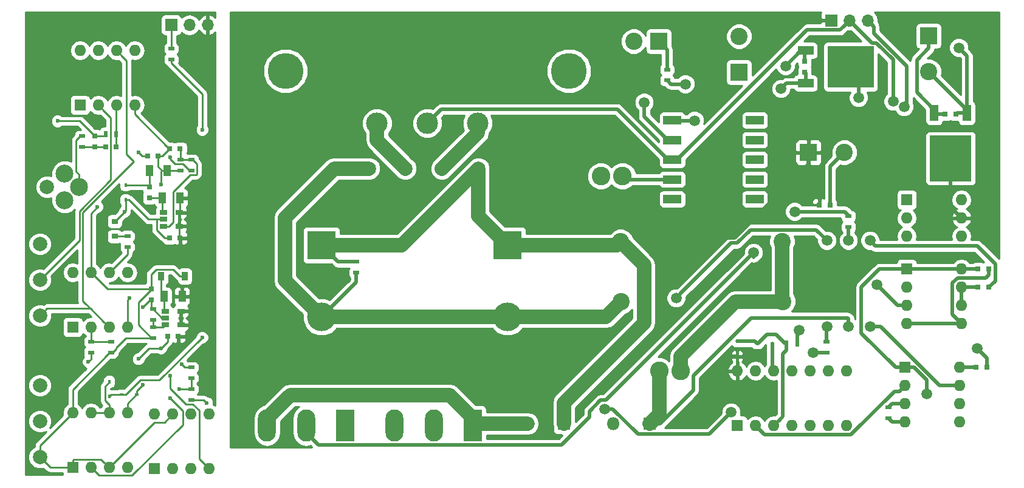
<source format=gbr>
G04 #@! TF.FileFunction,Copper,L1,Top,Signal*
%FSLAX46Y46*%
G04 Gerber Fmt 4.6, Leading zero omitted, Abs format (unit mm)*
G04 Created by KiCad (PCBNEW 4.0.7) date 01/09/18 02:32:33*
%MOMM*%
%LPD*%
G01*
G04 APERTURE LIST*
%ADD10C,0.100000*%
%ADD11R,0.900000X0.500000*%
%ADD12C,2.000000*%
%ADD13R,2.400000X2.400000*%
%ADD14C,2.400000*%
%ADD15R,0.750000X0.800000*%
%ADD16R,0.800000X0.750000*%
%ADD17R,0.450000X0.600000*%
%ADD18R,0.600000X0.450000*%
%ADD19R,1.800000X1.800000*%
%ADD20O,1.800000X1.800000*%
%ADD21R,0.900000X1.200000*%
%ADD22R,0.900000X0.800000*%
%ADD23C,3.000000*%
%ADD24C,5.000000*%
%ADD25C,2.500000*%
%ADD26C,2.600000*%
%ADD27R,1.000000X1.500000*%
%ADD28R,2.500000X4.500000*%
%ADD29O,2.500000X4.500000*%
%ADD30R,0.500000X0.900000*%
%ADD31R,2.200000X1.200000*%
%ADD32R,6.400000X5.800000*%
%ADD33R,3.050000X2.750000*%
%ADD34R,1.600000X1.600000*%
%ADD35O,1.600000X1.600000*%
%ADD36R,1.200000X2.200000*%
%ADD37R,5.800000X6.400000*%
%ADD38R,2.750000X3.050000*%
%ADD39R,1.060000X0.650000*%
%ADD40C,1.500000*%
%ADD41R,2.500000X1.200000*%
%ADD42R,4.000000X4.000000*%
%ADD43C,4.000000*%
%ADD44R,1.700000X1.700000*%
%ADD45O,1.700000X1.700000*%
%ADD46C,0.600000*%
%ADD47C,0.250000*%
%ADD48C,0.500000*%
%ADD49C,2.000000*%
%ADD50C,0.254000*%
G04 APERTURE END LIST*
D10*
D11*
X193040000Y-112776000D03*
X193040000Y-114276000D03*
D12*
X83439000Y-104140000D03*
X83439000Y-109140000D03*
X83439000Y-99140000D03*
D13*
X180848000Y-75184000D03*
D14*
X180848000Y-70184000D03*
D15*
X189992000Y-73672000D03*
X189992000Y-75172000D03*
D13*
X207264000Y-70104000D03*
D14*
X207264000Y-75104000D03*
D16*
X211062000Y-81026000D03*
X209562000Y-81026000D03*
D13*
X190500000Y-86360000D03*
D14*
X195500000Y-86360000D03*
D16*
X193536000Y-93726000D03*
X192036000Y-93726000D03*
X214122000Y-102616000D03*
X215622000Y-102616000D03*
X214146000Y-105156000D03*
X215646000Y-105156000D03*
X213868000Y-116332000D03*
X215368000Y-116332000D03*
X101231000Y-112014000D03*
X102731000Y-112014000D03*
D15*
X91059000Y-84086000D03*
X91059000Y-85586000D03*
D16*
X92595000Y-85598000D03*
X94095000Y-85598000D03*
D15*
X98933000Y-106922000D03*
X98933000Y-105422000D03*
D16*
X101485000Y-98298000D03*
X102985000Y-98298000D03*
D15*
X98679000Y-92698000D03*
X98679000Y-91198000D03*
D16*
X101485000Y-85852000D03*
X102985000Y-85852000D03*
X99937000Y-86868000D03*
X98437000Y-86868000D03*
D17*
X180594000Y-114808000D03*
X180594000Y-112708000D03*
D18*
X183388000Y-113030000D03*
X185488000Y-113030000D03*
D12*
X139446000Y-88646000D03*
X134366000Y-88646000D03*
X129286000Y-88646000D03*
X144526000Y-88646000D03*
D19*
X156464000Y-124206000D03*
D20*
X151384000Y-124206000D03*
D19*
X168402000Y-124206000D03*
D20*
X163322000Y-124206000D03*
D21*
X103631000Y-103632000D03*
X100331000Y-103632000D03*
D22*
X93853000Y-95978000D03*
X93853000Y-98078000D03*
D17*
X95377000Y-92998000D03*
X95377000Y-90898000D03*
X93091000Y-120430000D03*
X93091000Y-118330000D03*
D18*
X94835000Y-120142000D03*
X96935000Y-120142000D03*
D14*
X166172000Y-70866000D03*
D13*
X169672000Y-70866000D03*
D23*
X137414000Y-82296000D03*
X144414000Y-82296000D03*
X130414000Y-82296000D03*
D24*
X157164000Y-74996000D03*
X117664000Y-74996000D03*
D12*
X84399000Y-91186000D03*
D25*
X88899000Y-91186000D03*
X86899000Y-89336000D03*
X86899000Y-93036000D03*
D26*
X172720000Y-116840000D03*
X169720000Y-116840000D03*
X164592000Y-89662000D03*
X161592000Y-89662000D03*
D27*
X100751000Y-106426000D03*
X103251000Y-106426000D03*
X100477000Y-92710000D03*
X102977000Y-92710000D03*
X101199000Y-88900000D03*
X98699000Y-88900000D03*
D28*
X125984000Y-124460000D03*
D29*
X120534000Y-124460000D03*
X115084000Y-124460000D03*
D28*
X143764000Y-124460000D03*
D29*
X138314000Y-124460000D03*
X132864000Y-124460000D03*
D11*
X201676000Y-121920000D03*
X201676000Y-123420000D03*
D30*
X188976000Y-113030000D03*
X187476000Y-113030000D03*
D11*
X196088000Y-95274000D03*
X196088000Y-96774000D03*
X127508000Y-101624000D03*
X127508000Y-103124000D03*
X89281000Y-85586000D03*
X89281000Y-84086000D03*
D30*
X94095000Y-83820000D03*
X92595000Y-83820000D03*
D11*
X99187000Y-112256000D03*
X99187000Y-110756000D03*
X99187000Y-109716000D03*
X99187000Y-108216000D03*
X93345000Y-114288000D03*
X93345000Y-112788000D03*
X90551000Y-112788000D03*
X90551000Y-114288000D03*
X95631000Y-98044000D03*
X95631000Y-99544000D03*
X104521000Y-119392000D03*
X104521000Y-120892000D03*
X104521000Y-117844000D03*
X104521000Y-116344000D03*
X102997000Y-88888000D03*
X102997000Y-87388000D03*
X104521000Y-87388000D03*
X104521000Y-88888000D03*
X101727000Y-71894000D03*
X101727000Y-73394000D03*
X170815000Y-76315000D03*
X170815000Y-74815000D03*
D12*
X83439000Y-123872000D03*
X83439000Y-128872000D03*
X83439000Y-118872000D03*
D31*
X190110000Y-72142000D03*
X190110000Y-76702000D03*
D32*
X196410000Y-74422000D03*
D33*
X198085000Y-75947000D03*
X194735000Y-72897000D03*
X198085000Y-72897000D03*
X194735000Y-75947000D03*
D34*
X180594000Y-124460000D03*
D35*
X195834000Y-116840000D03*
X183134000Y-124460000D03*
X193294000Y-116840000D03*
X185674000Y-124460000D03*
X190754000Y-116840000D03*
X188214000Y-124460000D03*
X188214000Y-116840000D03*
X190754000Y-124460000D03*
X185674000Y-116840000D03*
X193294000Y-124460000D03*
X183134000Y-116840000D03*
X195834000Y-124460000D03*
X180594000Y-116840000D03*
D36*
X212592000Y-80890000D03*
X208032000Y-80890000D03*
D37*
X210312000Y-87190000D03*
D38*
X208787000Y-88865000D03*
X211837000Y-85515000D03*
X211837000Y-88865000D03*
X208787000Y-85515000D03*
D34*
X204216000Y-102616000D03*
D35*
X211836000Y-110236000D03*
X204216000Y-105156000D03*
X211836000Y-107696000D03*
X204216000Y-107696000D03*
X211836000Y-105156000D03*
X204216000Y-110236000D03*
X211836000Y-102616000D03*
D34*
X203962000Y-116332000D03*
D35*
X211582000Y-123952000D03*
X203962000Y-118872000D03*
X211582000Y-121412000D03*
X203962000Y-121412000D03*
X211582000Y-118872000D03*
X203962000Y-123952000D03*
X211582000Y-116332000D03*
D39*
X100881000Y-108524000D03*
X100881000Y-109474000D03*
X100881000Y-110424000D03*
X103081000Y-110424000D03*
X103081000Y-108524000D03*
D34*
X89027000Y-79756000D03*
D35*
X96647000Y-72136000D03*
X91567000Y-79756000D03*
X94107000Y-72136000D03*
X94107000Y-79756000D03*
X91567000Y-72136000D03*
X96647000Y-79756000D03*
X89027000Y-72136000D03*
D34*
X88011000Y-110744000D03*
D35*
X95631000Y-103124000D03*
X90551000Y-110744000D03*
X93091000Y-103124000D03*
X93091000Y-110744000D03*
X90551000Y-103124000D03*
X95631000Y-110744000D03*
X88011000Y-103124000D03*
D34*
X99408000Y-130500999D03*
D35*
X107028000Y-122880999D03*
X101948000Y-130500999D03*
X104488000Y-122880999D03*
X104488000Y-130500999D03*
X101948000Y-122880999D03*
X107028000Y-130500999D03*
X99408000Y-122880999D03*
D39*
X100627000Y-94742000D03*
X100627000Y-95692000D03*
X100627000Y-96642000D03*
X102827000Y-96642000D03*
X102827000Y-94742000D03*
D34*
X88011000Y-130302000D03*
D35*
X95631000Y-122682000D03*
X90551000Y-130302000D03*
X93091000Y-122682000D03*
X93091000Y-130302000D03*
X90551000Y-122682000D03*
X95631000Y-130302000D03*
X88011000Y-122682000D03*
D34*
X204216000Y-92964000D03*
D35*
X211836000Y-98044000D03*
X204216000Y-95504000D03*
X211836000Y-95504000D03*
X204216000Y-98044000D03*
X211836000Y-92964000D03*
D40*
X193088000Y-110648000D03*
X196088000Y-110648000D03*
X193088000Y-98648000D03*
X196088000Y-98648000D03*
X199088000Y-110648000D03*
X199088000Y-98648000D03*
D41*
X171542000Y-90126000D03*
X171542000Y-92876000D03*
X183042000Y-92876000D03*
X183042000Y-90126000D03*
X183042000Y-87376000D03*
X183042000Y-84626000D03*
X183042000Y-81876000D03*
X171542000Y-87376000D03*
X171542000Y-84626000D03*
X171542000Y-81876000D03*
D14*
X164338000Y-98806000D03*
X186838000Y-98806000D03*
X186944000Y-107188000D03*
X164444000Y-107188000D03*
D42*
X148590000Y-99314000D03*
D43*
X148590000Y-109314000D03*
D42*
X122682000Y-99314000D03*
D43*
X122682000Y-109314000D03*
D44*
X101727000Y-68580000D03*
D45*
X104267000Y-68580000D03*
X106807000Y-68580000D03*
D44*
X193675000Y-67945000D03*
D45*
X196215000Y-67945000D03*
X198755000Y-67945000D03*
D46*
X85888324Y-81992776D03*
D40*
X202314463Y-79249732D03*
D46*
X101600000Y-86995000D03*
X97150022Y-115169629D03*
X97790000Y-118745000D03*
X103203210Y-115903211D03*
X97790000Y-107950000D03*
X100330000Y-113665000D03*
X95250000Y-94615000D03*
X97155000Y-86360000D03*
X90170000Y-115570000D03*
D40*
X186690000Y-77470000D03*
X187325000Y-74295000D03*
X167640000Y-79375000D03*
X211455000Y-71755000D03*
X213995000Y-113665000D03*
X207010000Y-120015000D03*
X197485000Y-78740000D03*
X173990000Y-99060000D03*
X177800000Y-116840000D03*
X172085000Y-106680000D03*
D46*
X91440000Y-93980000D03*
X100330000Y-90805000D03*
X95885000Y-106680000D03*
X101615710Y-117490710D03*
X106045000Y-112177522D03*
X106045000Y-83185000D03*
D40*
X188595000Y-94615000D03*
X182880000Y-100330000D03*
X179741725Y-122610923D03*
X162138536Y-122133536D03*
X191135000Y-114300000D03*
X173355000Y-76835000D03*
X200025000Y-104775000D03*
D46*
X102870000Y-119380000D03*
X101600000Y-120650000D03*
X106680000Y-121285000D03*
D40*
X174625000Y-81915000D03*
X189230000Y-111125000D03*
X203835000Y-80010000D03*
D47*
X92366999Y-80555999D02*
X91567000Y-79756000D01*
X93320001Y-81509001D02*
X92366999Y-80555999D01*
X93320001Y-90193589D02*
X93320001Y-81509001D01*
X88975988Y-94537601D02*
X93320001Y-90193589D01*
X88975988Y-98603012D02*
X88975988Y-94537601D01*
X83439000Y-104140000D02*
X88975988Y-98603012D01*
X96520000Y-87630000D02*
X95521999Y-86631999D01*
X95521999Y-86631999D02*
X95521999Y-73550999D01*
X95521999Y-73550999D02*
X94906999Y-72935999D01*
X94906999Y-72935999D02*
X94107000Y-72136000D01*
X89425999Y-94724001D02*
X96520000Y-87630000D01*
X93091000Y-110744000D02*
X89425999Y-107078999D01*
X89425999Y-107078999D02*
X89425999Y-94724001D01*
X83439000Y-109140000D02*
X84438999Y-108140001D01*
X84438999Y-108140001D02*
X90487001Y-108140001D01*
X90487001Y-108140001D02*
X92291001Y-109944001D01*
X92291001Y-109944001D02*
X93091000Y-110744000D01*
X86312588Y-81992776D02*
X85888324Y-81992776D01*
X88990776Y-81992776D02*
X86312588Y-81992776D01*
X91059000Y-84061000D02*
X88990776Y-81992776D01*
X91059000Y-84086000D02*
X91059000Y-84061000D01*
D48*
X171542000Y-87376000D02*
X172192000Y-87376000D01*
X195365001Y-68794999D02*
X196215000Y-67945000D01*
X172192000Y-87376000D02*
X190322999Y-69245001D01*
X190322999Y-69245001D02*
X194914999Y-69245001D01*
X194914999Y-69245001D02*
X195365001Y-68794999D01*
X202314463Y-79249732D02*
X202314463Y-73416461D01*
X202314463Y-73416461D02*
X199970001Y-71071999D01*
X199970001Y-71071999D02*
X199341999Y-71071999D01*
X199341999Y-71071999D02*
X196215000Y-67945000D01*
X171542000Y-87376000D02*
X171542000Y-87173508D01*
X137414000Y-82296000D02*
X139364001Y-80345999D01*
X139364001Y-80345999D02*
X163861999Y-80345999D01*
X163861999Y-80345999D02*
X170892000Y-87376000D01*
X170892000Y-87376000D02*
X171542000Y-87376000D01*
D47*
X104521000Y-88888000D02*
X104321000Y-88888000D01*
X101600000Y-87276002D02*
X101600000Y-86995000D01*
X104321000Y-88888000D02*
X103396001Y-87963001D01*
X103396001Y-87963001D02*
X102286999Y-87963001D01*
X102286999Y-87963001D02*
X101600000Y-87276002D01*
X95377000Y-92998000D02*
X95852000Y-92998000D01*
X95852000Y-92998000D02*
X98546000Y-95692000D01*
X98546000Y-95692000D02*
X99847000Y-95692000D01*
X99847000Y-95692000D02*
X100627000Y-95692000D01*
X100330000Y-113665000D02*
X98654651Y-113665000D01*
X97450021Y-114869630D02*
X97150022Y-115169629D01*
X98654651Y-113665000D02*
X97450021Y-114869630D01*
X96935000Y-120142000D02*
X96935000Y-119600000D01*
X96935000Y-119600000D02*
X97790000Y-118745000D01*
X103503209Y-116203210D02*
X103203210Y-115903211D01*
X104521000Y-116344000D02*
X103643999Y-116344000D01*
X103643999Y-116344000D02*
X103503209Y-116203210D01*
X95631000Y-122682000D02*
X95631000Y-121371000D01*
X95631000Y-121371000D02*
X96860000Y-120142000D01*
X96860000Y-120142000D02*
X96935000Y-120142000D01*
X98933000Y-106922000D02*
X98818000Y-106922000D01*
X98818000Y-106922000D02*
X97790000Y-107950000D01*
X101231000Y-112014000D02*
X101231000Y-112764000D01*
X101231000Y-112764000D02*
X100330000Y-113665000D01*
X99187000Y-108216000D02*
X100445000Y-109474000D01*
X100445000Y-109474000D02*
X100881000Y-109474000D01*
X98933000Y-106922000D02*
X98933000Y-107962000D01*
X98933000Y-107962000D02*
X99187000Y-108216000D01*
X93853000Y-95978000D02*
X93887000Y-95978000D01*
X93887000Y-95978000D02*
X95250000Y-94615000D01*
X95377000Y-92998000D02*
X95377000Y-94488000D01*
X95377000Y-94488000D02*
X95250000Y-94615000D01*
X99692000Y-97155000D02*
X99692000Y-95847000D01*
X99692000Y-95847000D02*
X99847000Y-95692000D01*
X101485000Y-98298000D02*
X100835000Y-98298000D01*
X100835000Y-98298000D02*
X99692000Y-97155000D01*
X98437000Y-86868000D02*
X97663000Y-86868000D01*
X97663000Y-86868000D02*
X97155000Y-86360000D01*
X90551000Y-114288000D02*
X90551000Y-115189000D01*
X90551000Y-115189000D02*
X90170000Y-115570000D01*
X91059000Y-84086000D02*
X92329000Y-84086000D01*
X92329000Y-84086000D02*
X92595000Y-83820000D01*
D48*
X190110000Y-76702000D02*
X187458000Y-76702000D01*
X187458000Y-76702000D02*
X186690000Y-77470000D01*
X190110000Y-76702000D02*
X190110000Y-75290000D01*
X190110000Y-75290000D02*
X189992000Y-75172000D01*
X190110000Y-72142000D02*
X189478000Y-72142000D01*
X189478000Y-72142000D02*
X187325000Y-74295000D01*
X189992000Y-73672000D02*
X189992000Y-72260000D01*
X189992000Y-72260000D02*
X190110000Y-72142000D01*
X204216000Y-110236000D02*
X211836000Y-110236000D01*
X171542000Y-84626000D02*
X170892000Y-84626000D01*
X170892000Y-84626000D02*
X167640000Y-81374000D01*
X167640000Y-81374000D02*
X167640000Y-79375000D01*
X185488000Y-113030000D02*
X185488000Y-116654000D01*
X185488000Y-116654000D02*
X185674000Y-116840000D01*
X212592000Y-80890000D02*
X212592000Y-72892000D01*
X212592000Y-72892000D02*
X211455000Y-71755000D01*
X203962000Y-123952000D02*
X202208000Y-123952000D01*
X202208000Y-123952000D02*
X201676000Y-123420000D01*
X170815000Y-74815000D02*
X170815000Y-72009000D01*
X170815000Y-72009000D02*
X169672000Y-70866000D01*
X215368000Y-116332000D02*
X215368000Y-115038000D01*
X215368000Y-115038000D02*
X213995000Y-113665000D01*
X210585999Y-104555999D02*
X210585999Y-108985999D01*
X210585999Y-108985999D02*
X211036001Y-109436001D01*
X215622000Y-102616000D02*
X215622000Y-103491000D01*
X215622000Y-103491000D02*
X215246999Y-103866001D01*
X215246999Y-103866001D02*
X211275997Y-103866001D01*
X211275997Y-103866001D02*
X210585999Y-104555999D01*
X211036001Y-109436001D02*
X211836000Y-110236000D01*
X193536000Y-93726000D02*
X193536000Y-88324000D01*
X193536000Y-88324000D02*
X195500000Y-86360000D01*
X212592000Y-80890000D02*
X211198000Y-80890000D01*
X211198000Y-80890000D02*
X211062000Y-81026000D01*
X207264000Y-75104000D02*
X212592000Y-80432000D01*
X212592000Y-80432000D02*
X212592000Y-80890000D01*
X203962000Y-116332000D02*
X205262000Y-116332000D01*
X205262000Y-116332000D02*
X207010000Y-118080000D01*
X207010000Y-118080000D02*
X207010000Y-120015000D01*
X211582000Y-116332000D02*
X213868000Y-116332000D01*
X202662000Y-116332000D02*
X203962000Y-116332000D01*
X197887999Y-111557999D02*
X202662000Y-116332000D01*
X200407996Y-102616000D02*
X197887999Y-105135997D01*
X204216000Y-102616000D02*
X200407996Y-102616000D01*
X197887999Y-105135997D02*
X197887999Y-111557999D01*
X211836000Y-102616000D02*
X204216000Y-102616000D01*
X214122000Y-102616000D02*
X211836000Y-102616000D01*
X209562000Y-81026000D02*
X208168000Y-81026000D01*
X208168000Y-81026000D02*
X208032000Y-80890000D01*
X197485000Y-78740000D02*
X197485000Y-75497000D01*
X197485000Y-75497000D02*
X196410000Y-74422000D01*
X208032000Y-80890000D02*
X208032000Y-80390000D01*
X208032000Y-80390000D02*
X205613999Y-77971999D01*
X205613999Y-77971999D02*
X205613999Y-73454001D01*
X205613999Y-73454001D02*
X207264000Y-71804000D01*
X207264000Y-71804000D02*
X207264000Y-70104000D01*
X180268001Y-98310001D02*
X190500000Y-88078002D01*
X190500000Y-88078002D02*
X190500000Y-88060000D01*
X174739999Y-98310001D02*
X180268001Y-98310001D01*
X173990000Y-99060000D02*
X174739999Y-98310001D01*
X190500000Y-88060000D02*
X190500000Y-86360000D01*
X180594000Y-114808000D02*
X179832000Y-114808000D01*
X179832000Y-114808000D02*
X177800000Y-116840000D01*
X210312000Y-87190000D02*
X210312000Y-93980000D01*
X210312000Y-93980000D02*
X211836000Y-95504000D01*
D47*
X102827000Y-96642000D02*
X102827000Y-98140000D01*
X102827000Y-98140000D02*
X102985000Y-98298000D01*
X102977000Y-92710000D02*
X102977000Y-94592000D01*
X102977000Y-94592000D02*
X102827000Y-94742000D01*
D48*
X211836000Y-105156000D02*
X211836000Y-107696000D01*
X214146000Y-105156000D02*
X211836000Y-105156000D01*
X216546000Y-104281000D02*
X215671000Y-105156000D01*
X213989001Y-99397999D02*
X216546000Y-101954998D01*
X199088000Y-98648000D02*
X199837999Y-99397999D01*
X199837999Y-99397999D02*
X213989001Y-99397999D01*
X216546000Y-101954998D02*
X216546000Y-104281000D01*
X215671000Y-105156000D02*
X215646000Y-105156000D01*
D49*
X164338000Y-98806000D02*
X167586901Y-102054901D01*
X167586901Y-102054901D02*
X167586901Y-110183099D01*
X167586901Y-110183099D02*
X156464000Y-121306000D01*
X156464000Y-121306000D02*
X156464000Y-124206000D01*
X148590000Y-99314000D02*
X163830000Y-99314000D01*
X163830000Y-99314000D02*
X164338000Y-98806000D01*
D48*
X127508000Y-101624000D02*
X124992000Y-101624000D01*
X124992000Y-101624000D02*
X122682000Y-99314000D01*
D49*
X144526000Y-88646000D02*
X144526000Y-95250000D01*
X144526000Y-95250000D02*
X148590000Y-99314000D01*
X144526000Y-88646000D02*
X133858000Y-99314000D01*
X133858000Y-99314000D02*
X122682000Y-99314000D01*
D48*
X172834999Y-105930001D02*
X172085000Y-106680000D01*
X180557955Y-99010012D02*
X179754988Y-99010012D01*
X182411967Y-97155999D02*
X180557955Y-99010012D01*
X191595999Y-97155999D02*
X182411967Y-97155999D01*
X193088000Y-98648000D02*
X191595999Y-97155999D01*
X179754988Y-99010012D02*
X172834999Y-105930001D01*
D49*
X148590000Y-109314000D02*
X162318000Y-109314000D01*
X162318000Y-109314000D02*
X164444000Y-107188000D01*
D48*
X127508000Y-103124000D02*
X127508000Y-104488000D01*
X127508000Y-104488000D02*
X122682000Y-109314000D01*
D49*
X122682000Y-109314000D02*
X148590000Y-109314000D01*
X129286000Y-88646000D02*
X124460000Y-88646000D01*
X117602000Y-104234000D02*
X122682000Y-109314000D01*
X117602000Y-95504000D02*
X117602000Y-104234000D01*
X124460000Y-88646000D02*
X117602000Y-95504000D01*
X172720000Y-114833381D02*
X172720000Y-116840000D01*
X186944000Y-107188000D02*
X180365381Y-107188000D01*
X180365381Y-107188000D02*
X172720000Y-114833381D01*
X186838000Y-98806000D02*
X186838000Y-107082000D01*
X186838000Y-107082000D02*
X186944000Y-107188000D01*
D47*
X91059000Y-85586000D02*
X92583000Y-85586000D01*
X92583000Y-85586000D02*
X92595000Y-85598000D01*
X89281000Y-85586000D02*
X91059000Y-85586000D01*
X94095000Y-85598000D02*
X94095000Y-83820000D01*
X94095000Y-83820000D02*
X94095000Y-79768000D01*
X94095000Y-79768000D02*
X94107000Y-79756000D01*
X90551000Y-103124000D02*
X90551000Y-94869000D01*
X90551000Y-94869000D02*
X91440000Y-93980000D01*
X97155000Y-107225000D02*
X97155000Y-110424000D01*
X97155000Y-110424000D02*
X98987000Y-112256000D01*
X98987000Y-112256000D02*
X99187000Y-112256000D01*
X98933000Y-105422000D02*
X98933000Y-105447000D01*
X98933000Y-105447000D02*
X97155000Y-107225000D01*
X83439000Y-128872000D02*
X83439000Y-127254000D01*
X83439000Y-127254000D02*
X88011000Y-122682000D01*
X88011000Y-130302000D02*
X84869000Y-130302000D01*
X84869000Y-130302000D02*
X83439000Y-128872000D01*
X88011000Y-130302000D02*
X88011000Y-129252000D01*
X88011000Y-129252000D02*
X88086001Y-129176999D01*
X88086001Y-129176999D02*
X91965999Y-129176999D01*
X91965999Y-129176999D02*
X92291001Y-129502001D01*
X92291001Y-129502001D02*
X93091000Y-130302000D01*
X101948000Y-122880999D02*
X100822999Y-124006000D01*
X93890999Y-129502001D02*
X93091000Y-130302000D01*
X100822999Y-124006000D02*
X99387000Y-124006000D01*
X99387000Y-124006000D02*
X93890999Y-129502001D01*
X88011000Y-122682000D02*
X88011000Y-119422000D01*
X88011000Y-119422000D02*
X93145000Y-114288000D01*
X93145000Y-114288000D02*
X93345000Y-114288000D01*
X98933000Y-105422000D02*
X92849000Y-105422000D01*
X92849000Y-105422000D02*
X90551000Y-103124000D01*
X103631000Y-103632000D02*
X102931000Y-103632000D01*
X102931000Y-103632000D02*
X102005999Y-102706999D01*
X98933000Y-103394998D02*
X98933000Y-104772000D01*
X102005999Y-102706999D02*
X99620999Y-102706999D01*
X99620999Y-102706999D02*
X98933000Y-103394998D01*
X98933000Y-104772000D02*
X98933000Y-105422000D01*
X99187000Y-112256000D02*
X95377000Y-112256000D01*
X93545000Y-114288000D02*
X93345000Y-114288000D01*
X95377000Y-112256000D02*
X94045000Y-113588000D01*
X94045000Y-113588000D02*
X94045000Y-113788000D01*
X94045000Y-113788000D02*
X93545000Y-114288000D01*
X100477000Y-92710000D02*
X100477000Y-94592000D01*
X100477000Y-94592000D02*
X100627000Y-94742000D01*
X98679000Y-92698000D02*
X100465000Y-92698000D01*
X100465000Y-92698000D02*
X100477000Y-92710000D01*
X95377000Y-90898000D02*
X98379000Y-90898000D01*
X98379000Y-90898000D02*
X98679000Y-91198000D01*
X98699000Y-88900000D02*
X98699000Y-91178000D01*
X98699000Y-91178000D02*
X98679000Y-91198000D01*
X100330000Y-90805000D02*
X100330000Y-89019000D01*
X100330000Y-89019000D02*
X100449000Y-88900000D01*
X100449000Y-88900000D02*
X101199000Y-88900000D01*
X95631000Y-110744000D02*
X95631000Y-106934000D01*
X95631000Y-106934000D02*
X95885000Y-106680000D01*
X105613001Y-122340998D02*
X104739004Y-121467001D01*
X105613001Y-129086000D02*
X105613001Y-122340998D01*
X107028000Y-130500999D02*
X105613001Y-129086000D01*
X103810999Y-121467001D02*
X101615710Y-119271712D01*
X101615710Y-119271712D02*
X101615710Y-117914974D01*
X104739004Y-121467001D02*
X103810999Y-121467001D01*
X101615710Y-117914974D02*
X101615710Y-117490710D01*
X96647000Y-79756000D02*
X96647000Y-81039000D01*
X96647000Y-81039000D02*
X101460000Y-85852000D01*
X101460000Y-85852000D02*
X101485000Y-85852000D01*
X101199000Y-88900000D02*
X102985000Y-88900000D01*
X102985000Y-88900000D02*
X102997000Y-88888000D01*
X99937000Y-86868000D02*
X99937000Y-88388000D01*
X99937000Y-88388000D02*
X100449000Y-88900000D01*
X99937000Y-86868000D02*
X100469000Y-86868000D01*
X100469000Y-86868000D02*
X101485000Y-85852000D01*
X100627000Y-96642000D02*
X101407000Y-96642000D01*
X101407000Y-96642000D02*
X101971999Y-96077001D01*
X101971999Y-91879999D02*
X104388997Y-89463001D01*
X101971999Y-96077001D02*
X101971999Y-91879999D01*
X104388997Y-89463001D02*
X105231001Y-89463001D01*
X105231001Y-89463001D02*
X105296001Y-89398001D01*
X105296001Y-89398001D02*
X105296001Y-87963001D01*
X105296001Y-87963001D02*
X104721000Y-87388000D01*
X104721000Y-87388000D02*
X104521000Y-87388000D01*
X102997000Y-87388000D02*
X102997000Y-85864000D01*
X102997000Y-85864000D02*
X102985000Y-85852000D01*
X102997000Y-87388000D02*
X104521000Y-87388000D01*
D48*
X187476000Y-113030000D02*
X187476000Y-113980000D01*
X187476000Y-113980000D02*
X186963999Y-114492001D01*
X186963999Y-114492001D02*
X186963999Y-123170001D01*
X186963999Y-123170001D02*
X186473999Y-123660001D01*
X186473999Y-123660001D02*
X185674000Y-124460000D01*
X187476000Y-113030000D02*
X187256552Y-113030000D01*
X187256552Y-113030000D02*
X185986552Y-111760000D01*
X185986552Y-111760000D02*
X184733000Y-111760000D01*
X184733000Y-111760000D02*
X183463000Y-113030000D01*
X183463000Y-113030000D02*
X183388000Y-113030000D01*
X180594000Y-112708000D02*
X183066000Y-112708000D01*
X183066000Y-112708000D02*
X183388000Y-113030000D01*
D49*
X144414000Y-82296000D02*
X144414000Y-83678000D01*
X144414000Y-83678000D02*
X139446000Y-88646000D01*
X130414000Y-82296000D02*
X130414000Y-84694000D01*
X130414000Y-84694000D02*
X134366000Y-88646000D01*
X169720000Y-122888000D02*
X169720000Y-116840000D01*
D48*
X196088000Y-110648000D02*
X196088000Y-109587340D01*
X169802000Y-124206000D02*
X168402000Y-124206000D01*
X196088000Y-109587340D02*
X195948659Y-109447999D01*
X195948659Y-109447999D02*
X182518999Y-109447999D01*
X182518999Y-109447999D02*
X174470001Y-117496997D01*
X174470001Y-117496997D02*
X174470001Y-119537999D01*
X174470001Y-119537999D02*
X169802000Y-124206000D01*
D49*
X115084000Y-124460000D02*
X115084000Y-123460000D01*
X115084000Y-123460000D02*
X118334000Y-120210000D01*
X118334000Y-120210000D02*
X140514000Y-120210000D01*
X140514000Y-120210000D02*
X143764000Y-123460000D01*
X143764000Y-123460000D02*
X143764000Y-124460000D01*
X115084000Y-124460000D02*
X115084000Y-125460000D01*
X143764000Y-125460000D02*
X143764000Y-124460000D01*
X151384000Y-124206000D02*
X144018000Y-124206000D01*
X144018000Y-124206000D02*
X143764000Y-124460000D01*
X169720000Y-122888000D02*
X168402000Y-124206000D01*
D47*
X100751000Y-106426000D02*
X100751000Y-108394000D01*
X100751000Y-108394000D02*
X100881000Y-108524000D01*
X100331000Y-103632000D02*
X100331000Y-106006000D01*
X100331000Y-106006000D02*
X100751000Y-106426000D01*
X93853000Y-98078000D02*
X95597000Y-98078000D01*
X95597000Y-98078000D02*
X95631000Y-98044000D01*
X95385000Y-120142000D02*
X94835000Y-120142000D01*
X97407002Y-118119998D02*
X95385000Y-120142000D01*
X100102524Y-118119998D02*
X97407002Y-118119998D01*
X106045000Y-112177522D02*
X100102524Y-118119998D01*
X106045000Y-78212000D02*
X106045000Y-83185000D01*
X101727000Y-73394000D02*
X101727000Y-73894000D01*
X101727000Y-73894000D02*
X106045000Y-78212000D01*
X94835000Y-120142000D02*
X93379000Y-120142000D01*
X93379000Y-120142000D02*
X93091000Y-120430000D01*
X93091000Y-122682000D02*
X90551000Y-122682000D01*
X93091000Y-118330000D02*
X93091000Y-118405000D01*
X93091000Y-118405000D02*
X92540999Y-118955001D01*
X92540999Y-118955001D02*
X92540999Y-121000629D01*
X92540999Y-121000629D02*
X93091000Y-121550630D01*
X93091000Y-121550630D02*
X93091000Y-122682000D01*
X88899000Y-91186000D02*
X88899000Y-89418234D01*
X88899000Y-89418234D02*
X88505999Y-89025233D01*
X88505999Y-89025233D02*
X88505999Y-84661001D01*
X88505999Y-84661001D02*
X89081000Y-84086000D01*
X89081000Y-84086000D02*
X89281000Y-84086000D01*
D48*
X160020000Y-123260002D02*
X160020000Y-122476070D01*
X160020000Y-122476070D02*
X161562535Y-120933535D01*
X162276465Y-120933535D02*
X182880000Y-100330000D01*
X161562535Y-120933535D02*
X162276465Y-120933535D01*
X122234001Y-127160001D02*
X156120001Y-127160001D01*
X156120001Y-127160001D02*
X160020000Y-123260002D01*
X195580000Y-94615000D02*
X196088000Y-95123000D01*
X196088000Y-95123000D02*
X196088000Y-95274000D01*
X188595000Y-94615000D02*
X195580000Y-94615000D01*
X182880000Y-100965000D02*
X182880000Y-100330000D01*
X120534000Y-124460000D02*
X120534000Y-125460000D01*
X120534000Y-125460000D02*
X122234001Y-127160001D01*
X178991726Y-123360922D02*
X179741725Y-122610923D01*
X163247538Y-122133536D02*
X166772992Y-125658990D01*
X162138536Y-122133536D02*
X163247538Y-122133536D01*
X166772992Y-125658990D02*
X176693658Y-125658990D01*
X176693658Y-125658990D02*
X178991726Y-123360922D01*
X191135000Y-114300000D02*
X193016000Y-114300000D01*
X193016000Y-114300000D02*
X193040000Y-114276000D01*
X203962000Y-121412000D02*
X202184000Y-121412000D01*
X202184000Y-121412000D02*
X201676000Y-121920000D01*
X173355000Y-76835000D02*
X171335000Y-76835000D01*
X171335000Y-76835000D02*
X170815000Y-76315000D01*
X204216000Y-107696000D02*
X202946000Y-107696000D01*
X202946000Y-107696000D02*
X200025000Y-104775000D01*
D47*
X99187000Y-110756000D02*
X99187000Y-109716000D01*
X99187000Y-110756000D02*
X100549000Y-110756000D01*
X100549000Y-110756000D02*
X100881000Y-110424000D01*
X90551000Y-110744000D02*
X90551000Y-112788000D01*
X90551000Y-112788000D02*
X91251000Y-112788000D01*
X91251000Y-112788000D02*
X93345000Y-112788000D01*
X95631000Y-99544000D02*
X95631000Y-100584000D01*
X95631000Y-100584000D02*
X93091000Y-103124000D01*
X104521000Y-119392000D02*
X104521000Y-117844000D01*
X102870000Y-119380000D02*
X104509000Y-119380000D01*
X104509000Y-119380000D02*
X104521000Y-119392000D01*
X90551000Y-130302000D02*
X91676001Y-131427001D01*
X91676001Y-131427001D02*
X96296996Y-131427001D01*
X96296996Y-131427001D02*
X103362999Y-124360998D01*
X103362999Y-124360998D02*
X103362999Y-122412999D01*
X103362999Y-122412999D02*
X101600000Y-120650000D01*
X106680000Y-121285000D02*
X106287000Y-120892000D01*
X106287000Y-120892000D02*
X104521000Y-120892000D01*
D48*
X183134000Y-124460000D02*
X184384001Y-125710001D01*
X184384001Y-125710001D02*
X196434001Y-125710001D01*
X196434001Y-125710001D02*
X202472003Y-119671999D01*
X202472003Y-119671999D02*
X203162001Y-119671999D01*
X203162001Y-119671999D02*
X203962000Y-118872000D01*
X171542000Y-90126000D02*
X165056000Y-90126000D01*
X165056000Y-90126000D02*
X164592000Y-89662000D01*
X174625000Y-81915000D02*
X171581000Y-81915000D01*
X171581000Y-81915000D02*
X171542000Y-81876000D01*
X188976000Y-113030000D02*
X188976000Y-111379000D01*
X188976000Y-111379000D02*
X189230000Y-111125000D01*
X196088000Y-96774000D02*
X196088000Y-98648000D01*
X193040000Y-112776000D02*
X193040000Y-110696000D01*
X193040000Y-110696000D02*
X193088000Y-110648000D01*
X200587998Y-110648000D02*
X200148660Y-110648000D01*
X208811998Y-118872000D02*
X200587998Y-110648000D01*
X211582000Y-118872000D02*
X208811998Y-118872000D01*
X200148660Y-110648000D02*
X199088000Y-110648000D01*
D47*
X101727000Y-71894000D02*
X101727000Y-68580000D01*
D48*
X198755000Y-67945000D02*
X199604999Y-68794999D01*
X199604999Y-68794999D02*
X199604999Y-69717032D01*
X199604999Y-69717032D02*
X204216000Y-74328033D01*
X204216000Y-74328033D02*
X204216000Y-79629000D01*
X204216000Y-79629000D02*
X203835000Y-80010000D01*
D50*
G36*
X107823000Y-67535347D02*
X107573924Y-67308355D01*
X107163890Y-67138524D01*
X106934000Y-67259845D01*
X106934000Y-68453000D01*
X106954000Y-68453000D01*
X106954000Y-68707000D01*
X106934000Y-68707000D01*
X106934000Y-69900155D01*
X107163890Y-70021476D01*
X107573924Y-69851645D01*
X107823000Y-69624653D01*
X107823000Y-121691391D01*
X107588671Y-121534816D01*
X107614838Y-121471799D01*
X107615162Y-121099833D01*
X107473117Y-120756057D01*
X107210327Y-120492808D01*
X106866799Y-120350162D01*
X106817697Y-120350119D01*
X106577839Y-120189852D01*
X106287000Y-120132000D01*
X105382176Y-120132000D01*
X105422441Y-120106090D01*
X105567431Y-119893890D01*
X105618440Y-119642000D01*
X105618440Y-119142000D01*
X105574162Y-118906683D01*
X105435090Y-118690559D01*
X105329111Y-118618146D01*
X105422441Y-118558090D01*
X105567431Y-118345890D01*
X105618440Y-118094000D01*
X105618440Y-117594000D01*
X105574162Y-117358683D01*
X105435090Y-117142559D01*
X105365289Y-117094866D01*
X105422441Y-117058090D01*
X105567431Y-116845890D01*
X105618440Y-116594000D01*
X105618440Y-116094000D01*
X105574162Y-115858683D01*
X105435090Y-115642559D01*
X105222890Y-115497569D01*
X104971000Y-115446560D01*
X104071000Y-115446560D01*
X104029429Y-115454382D01*
X103996327Y-115374268D01*
X103959723Y-115337601D01*
X106184680Y-113112644D01*
X106230167Y-113112684D01*
X106573943Y-112970639D01*
X106837192Y-112707849D01*
X106979838Y-112364321D01*
X106980162Y-111992355D01*
X106838117Y-111648579D01*
X106575327Y-111385330D01*
X106231799Y-111242684D01*
X105859833Y-111242360D01*
X105516057Y-111384405D01*
X105252808Y-111647195D01*
X105110162Y-111990723D01*
X105110121Y-112037599D01*
X99787722Y-117359998D01*
X97407002Y-117359998D01*
X97116163Y-117417850D01*
X96869601Y-117582597D01*
X95174616Y-119277582D01*
X95135000Y-119269560D01*
X94535000Y-119269560D01*
X94299683Y-119313838D01*
X94193756Y-119382000D01*
X93379000Y-119382000D01*
X93300999Y-119397516D01*
X93300999Y-119277440D01*
X93316000Y-119277440D01*
X93551317Y-119233162D01*
X93767441Y-119094090D01*
X93912431Y-118881890D01*
X93963440Y-118630000D01*
X93963440Y-118030000D01*
X93919162Y-117794683D01*
X93780090Y-117578559D01*
X93567890Y-117433569D01*
X93316000Y-117382560D01*
X92866000Y-117382560D01*
X92630683Y-117426838D01*
X92414559Y-117565910D01*
X92269569Y-117778110D01*
X92218560Y-118030000D01*
X92218560Y-118202638D01*
X92003598Y-118417600D01*
X91838851Y-118664162D01*
X91780999Y-118955001D01*
X91780999Y-121000629D01*
X91838851Y-121291468D01*
X92003598Y-121538030D01*
X92093360Y-121627792D01*
X92076302Y-121639189D01*
X91887333Y-121922000D01*
X91754667Y-121922000D01*
X91565698Y-121639189D01*
X91100151Y-121328120D01*
X90551000Y-121218887D01*
X90001849Y-121328120D01*
X89536302Y-121639189D01*
X89281000Y-122021275D01*
X89025698Y-121639189D01*
X88771000Y-121469005D01*
X88771000Y-119736802D01*
X93322362Y-115185440D01*
X93795000Y-115185440D01*
X94030317Y-115141162D01*
X94246441Y-115002090D01*
X94391431Y-114789890D01*
X94442440Y-114538000D01*
X94442440Y-114465362D01*
X94582401Y-114325401D01*
X94747148Y-114078839D01*
X94776494Y-113931308D01*
X95691802Y-113016000D01*
X98284270Y-113016000D01*
X98117250Y-113127599D01*
X97010342Y-114234507D01*
X96964855Y-114234467D01*
X96621079Y-114376512D01*
X96357830Y-114639302D01*
X96215184Y-114982830D01*
X96214860Y-115354796D01*
X96356905Y-115698572D01*
X96619695Y-115961821D01*
X96963223Y-116104467D01*
X97335189Y-116104791D01*
X97678965Y-115962746D01*
X97942214Y-115699956D01*
X98084860Y-115356428D01*
X98084901Y-115309552D01*
X98969453Y-114425000D01*
X99767537Y-114425000D01*
X99799673Y-114457192D01*
X100143201Y-114599838D01*
X100515167Y-114600162D01*
X100858943Y-114458117D01*
X101122192Y-114195327D01*
X101264838Y-113851799D01*
X101264879Y-113804923D01*
X101768401Y-113301401D01*
X101933148Y-113054840D01*
X101946954Y-112985431D01*
X101957255Y-112933645D01*
X101969646Y-112925671D01*
X101971302Y-112927327D01*
X102204691Y-113024000D01*
X102445250Y-113024000D01*
X102604000Y-112865250D01*
X102604000Y-112141000D01*
X102858000Y-112141000D01*
X102858000Y-112865250D01*
X103016750Y-113024000D01*
X103257309Y-113024000D01*
X103490698Y-112927327D01*
X103669327Y-112748699D01*
X103766000Y-112515310D01*
X103766000Y-112299750D01*
X103607250Y-112141000D01*
X102858000Y-112141000D01*
X102604000Y-112141000D01*
X102584000Y-112141000D01*
X102584000Y-111887000D01*
X102604000Y-111887000D01*
X102604000Y-111867000D01*
X102858000Y-111867000D01*
X102858000Y-111887000D01*
X103607250Y-111887000D01*
X103766000Y-111728250D01*
X103766000Y-111512690D01*
X103712695Y-111384000D01*
X103737309Y-111384000D01*
X103970698Y-111287327D01*
X104149327Y-111108699D01*
X104246000Y-110875310D01*
X104246000Y-110709750D01*
X104087250Y-110551000D01*
X103208000Y-110551000D01*
X103208000Y-110571000D01*
X102954000Y-110571000D01*
X102954000Y-110551000D01*
X102934000Y-110551000D01*
X102934000Y-110297000D01*
X102954000Y-110297000D01*
X102954000Y-109622750D01*
X102805250Y-109474000D01*
X102954000Y-109325250D01*
X102954000Y-108651000D01*
X103208000Y-108651000D01*
X103208000Y-109325250D01*
X103356750Y-109474000D01*
X103208000Y-109622750D01*
X103208000Y-110297000D01*
X104087250Y-110297000D01*
X104246000Y-110138250D01*
X104246000Y-109972690D01*
X104149327Y-109739301D01*
X103970698Y-109560673D01*
X103761451Y-109474000D01*
X103970698Y-109387327D01*
X104149327Y-109208699D01*
X104246000Y-108975310D01*
X104246000Y-108809750D01*
X104087250Y-108651000D01*
X103208000Y-108651000D01*
X102954000Y-108651000D01*
X102934000Y-108651000D01*
X102934000Y-108397000D01*
X102954000Y-108397000D01*
X102954000Y-108377000D01*
X103208000Y-108377000D01*
X103208000Y-108397000D01*
X104087250Y-108397000D01*
X104246000Y-108238250D01*
X104246000Y-108072690D01*
X104149327Y-107839301D01*
X104049642Y-107739617D01*
X104110698Y-107714327D01*
X104289327Y-107535699D01*
X104386000Y-107302310D01*
X104386000Y-106711750D01*
X104227250Y-106553000D01*
X103378000Y-106553000D01*
X103378000Y-106573000D01*
X103124000Y-106573000D01*
X103124000Y-106553000D01*
X102274750Y-106553000D01*
X102116000Y-106711750D01*
X102116000Y-107302310D01*
X102212673Y-107535699D01*
X102294784Y-107617809D01*
X102191302Y-107660673D01*
X102012673Y-107839301D01*
X101981912Y-107913565D01*
X101875090Y-107747559D01*
X101707331Y-107632934D01*
X101847431Y-107427890D01*
X101898440Y-107176000D01*
X101898440Y-105676000D01*
X101874674Y-105549690D01*
X102116000Y-105549690D01*
X102116000Y-106140250D01*
X102274750Y-106299000D01*
X103124000Y-106299000D01*
X103124000Y-105199750D01*
X103378000Y-105199750D01*
X103378000Y-106299000D01*
X104227250Y-106299000D01*
X104386000Y-106140250D01*
X104386000Y-105549690D01*
X104289327Y-105316301D01*
X104110698Y-105137673D01*
X103877309Y-105041000D01*
X103536750Y-105041000D01*
X103378000Y-105199750D01*
X103124000Y-105199750D01*
X102965250Y-105041000D01*
X102624691Y-105041000D01*
X102391302Y-105137673D01*
X102212673Y-105316301D01*
X102116000Y-105549690D01*
X101874674Y-105549690D01*
X101854162Y-105440683D01*
X101715090Y-105224559D01*
X101502890Y-105079569D01*
X101251000Y-105028560D01*
X101091000Y-105028560D01*
X101091000Y-104787105D01*
X101232441Y-104696090D01*
X101377431Y-104483890D01*
X101428440Y-104232000D01*
X101428440Y-103466999D01*
X101691197Y-103466999D01*
X102393599Y-104169401D01*
X102540215Y-104267366D01*
X102577838Y-104467317D01*
X102716910Y-104683441D01*
X102929110Y-104828431D01*
X103181000Y-104879440D01*
X104081000Y-104879440D01*
X104316317Y-104835162D01*
X104532441Y-104696090D01*
X104677431Y-104483890D01*
X104728440Y-104232000D01*
X104728440Y-103032000D01*
X104684162Y-102796683D01*
X104545090Y-102580559D01*
X104332890Y-102435569D01*
X104081000Y-102384560D01*
X103181000Y-102384560D01*
X102945683Y-102428838D01*
X102858646Y-102484844D01*
X102543400Y-102169598D01*
X102296838Y-102004851D01*
X102005999Y-101946999D01*
X99620999Y-101946999D01*
X99330160Y-102004851D01*
X99083598Y-102169598D01*
X98395599Y-102857597D01*
X98230852Y-103104159D01*
X98173000Y-103394998D01*
X98173000Y-104515156D01*
X98106559Y-104557910D01*
X98035437Y-104662000D01*
X93163802Y-104662000D01*
X93088397Y-104586595D01*
X93091000Y-104587113D01*
X93640151Y-104477880D01*
X94105698Y-104166811D01*
X94361000Y-103784725D01*
X94616302Y-104166811D01*
X95081849Y-104477880D01*
X95631000Y-104587113D01*
X96180151Y-104477880D01*
X96645698Y-104166811D01*
X96956767Y-103701264D01*
X97066000Y-103152113D01*
X97066000Y-103095887D01*
X96956767Y-102546736D01*
X96645698Y-102081189D01*
X96180151Y-101770120D01*
X95631000Y-101660887D01*
X95628397Y-101661405D01*
X96168401Y-101121401D01*
X96333148Y-100874840D01*
X96353064Y-100774716D01*
X96391000Y-100584000D01*
X96391000Y-100349105D01*
X96532441Y-100258090D01*
X96677431Y-100045890D01*
X96728440Y-99794000D01*
X96728440Y-99294000D01*
X96684162Y-99058683D01*
X96545090Y-98842559D01*
X96475289Y-98794866D01*
X96532441Y-98758090D01*
X96677431Y-98545890D01*
X96728440Y-98294000D01*
X96728440Y-97794000D01*
X96684162Y-97558683D01*
X96545090Y-97342559D01*
X96332890Y-97197569D01*
X96081000Y-97146560D01*
X95181000Y-97146560D01*
X94945683Y-97190838D01*
X94803131Y-97282568D01*
X94767090Y-97226559D01*
X94554890Y-97081569D01*
X94303000Y-97030560D01*
X93403000Y-97030560D01*
X93167683Y-97074838D01*
X92951559Y-97213910D01*
X92806569Y-97426110D01*
X92755560Y-97678000D01*
X92755560Y-98478000D01*
X92799838Y-98713317D01*
X92938910Y-98929441D01*
X93151110Y-99074431D01*
X93403000Y-99125440D01*
X94303000Y-99125440D01*
X94538317Y-99081162D01*
X94582406Y-99052792D01*
X94533560Y-99294000D01*
X94533560Y-99794000D01*
X94577838Y-100029317D01*
X94716910Y-100245441D01*
X94822566Y-100317632D01*
X93414886Y-101725312D01*
X93091000Y-101660887D01*
X92541849Y-101770120D01*
X92076302Y-102081189D01*
X91821000Y-102463275D01*
X91565698Y-102081189D01*
X91311000Y-101911005D01*
X91311000Y-95183802D01*
X91579680Y-94915122D01*
X91625167Y-94915162D01*
X91968943Y-94773117D01*
X92232192Y-94510327D01*
X92374838Y-94166799D01*
X92375162Y-93794833D01*
X92233117Y-93451057D01*
X92003631Y-93221171D01*
X94504560Y-90720242D01*
X94504560Y-91198000D01*
X94548838Y-91433317D01*
X94687910Y-91649441D01*
X94900110Y-91794431D01*
X95152000Y-91845440D01*
X95602000Y-91845440D01*
X95837317Y-91801162D01*
X96053441Y-91662090D01*
X96056236Y-91658000D01*
X97667850Y-91658000D01*
X97700838Y-91833317D01*
X97774620Y-91947978D01*
X97707569Y-92046110D01*
X97656560Y-92298000D01*
X97656560Y-93098000D01*
X97700838Y-93333317D01*
X97839910Y-93549441D01*
X98052110Y-93694431D01*
X98304000Y-93745440D01*
X99054000Y-93745440D01*
X99289317Y-93701162D01*
X99365691Y-93652017D01*
X99373838Y-93695317D01*
X99512910Y-93911441D01*
X99622657Y-93986428D01*
X99500569Y-94165110D01*
X99449560Y-94417000D01*
X99449560Y-94932000D01*
X98860802Y-94932000D01*
X96389401Y-92460599D01*
X96142839Y-92295852D01*
X96091199Y-92285580D01*
X96066090Y-92246559D01*
X95853890Y-92101569D01*
X95602000Y-92050560D01*
X95152000Y-92050560D01*
X94916683Y-92094838D01*
X94700559Y-92233910D01*
X94555569Y-92446110D01*
X94504560Y-92698000D01*
X94504560Y-93298000D01*
X94548838Y-93533317D01*
X94617000Y-93639244D01*
X94617000Y-93925759D01*
X94457808Y-94084673D01*
X94315162Y-94428201D01*
X94315121Y-94475077D01*
X93859638Y-94930560D01*
X93403000Y-94930560D01*
X93167683Y-94974838D01*
X92951559Y-95113910D01*
X92806569Y-95326110D01*
X92755560Y-95578000D01*
X92755560Y-96378000D01*
X92799838Y-96613317D01*
X92938910Y-96829441D01*
X93151110Y-96974431D01*
X93403000Y-97025440D01*
X94303000Y-97025440D01*
X94538317Y-96981162D01*
X94754441Y-96842090D01*
X94899431Y-96629890D01*
X94950440Y-96378000D01*
X94950440Y-95989362D01*
X95389680Y-95550122D01*
X95435167Y-95550162D01*
X95778943Y-95408117D01*
X96042192Y-95145327D01*
X96184838Y-94801799D01*
X96185162Y-94429833D01*
X96168355Y-94389157D01*
X98008599Y-96229401D01*
X98255160Y-96394148D01*
X98546000Y-96452000D01*
X98932000Y-96452000D01*
X98932000Y-97155000D01*
X98989852Y-97445839D01*
X99154599Y-97692401D01*
X100297599Y-98835401D01*
X100538492Y-98996360D01*
X100620910Y-99124441D01*
X100833110Y-99269431D01*
X101085000Y-99320440D01*
X101885000Y-99320440D01*
X102120317Y-99276162D01*
X102223646Y-99209671D01*
X102225302Y-99211327D01*
X102458691Y-99308000D01*
X102699250Y-99308000D01*
X102858000Y-99149250D01*
X102858000Y-98425000D01*
X103112000Y-98425000D01*
X103112000Y-99149250D01*
X103270750Y-99308000D01*
X103511309Y-99308000D01*
X103744698Y-99211327D01*
X103923327Y-99032699D01*
X104020000Y-98799310D01*
X104020000Y-98583750D01*
X103861250Y-98425000D01*
X103112000Y-98425000D01*
X102858000Y-98425000D01*
X102838000Y-98425000D01*
X102838000Y-98171000D01*
X102858000Y-98171000D01*
X102858000Y-98151000D01*
X103112000Y-98151000D01*
X103112000Y-98171000D01*
X103861250Y-98171000D01*
X104020000Y-98012250D01*
X104020000Y-97796690D01*
X103923327Y-97563301D01*
X103791025Y-97431000D01*
X103895327Y-97326699D01*
X103992000Y-97093310D01*
X103992000Y-96927750D01*
X103833250Y-96769000D01*
X102954000Y-96769000D01*
X102954000Y-96789000D01*
X102700000Y-96789000D01*
X102700000Y-96769000D01*
X102680000Y-96769000D01*
X102680000Y-96515000D01*
X102700000Y-96515000D01*
X102700000Y-96237870D01*
X102731999Y-96077001D01*
X102731999Y-94869000D01*
X102954000Y-94869000D01*
X102954000Y-95543250D01*
X103102750Y-95692000D01*
X102954000Y-95840750D01*
X102954000Y-96515000D01*
X103833250Y-96515000D01*
X103992000Y-96356250D01*
X103992000Y-96190690D01*
X103895327Y-95957301D01*
X103716698Y-95778673D01*
X103507451Y-95692000D01*
X103716698Y-95605327D01*
X103895327Y-95426699D01*
X103992000Y-95193310D01*
X103992000Y-95027750D01*
X103833250Y-94869000D01*
X102954000Y-94869000D01*
X102731999Y-94869000D01*
X102731999Y-94595000D01*
X102954000Y-94595000D01*
X102954000Y-94615000D01*
X103833250Y-94615000D01*
X103992000Y-94456250D01*
X103992000Y-94290690D01*
X103895327Y-94057301D01*
X103836454Y-93998428D01*
X103836698Y-93998327D01*
X104015327Y-93819699D01*
X104112000Y-93586310D01*
X104112000Y-92995750D01*
X103953250Y-92837000D01*
X103104000Y-92837000D01*
X103104000Y-92857000D01*
X102850000Y-92857000D01*
X102850000Y-92837000D01*
X102830000Y-92837000D01*
X102830000Y-92583000D01*
X102850000Y-92583000D01*
X102850000Y-92563000D01*
X103104000Y-92563000D01*
X103104000Y-92583000D01*
X103953250Y-92583000D01*
X104112000Y-92424250D01*
X104112000Y-91833690D01*
X104015327Y-91600301D01*
X103836698Y-91421673D01*
X103603309Y-91325000D01*
X103601800Y-91325000D01*
X104703799Y-90223001D01*
X105231001Y-90223001D01*
X105521840Y-90165149D01*
X105768402Y-90000402D01*
X105833402Y-89935402D01*
X105998149Y-89688840D01*
X106056001Y-89398001D01*
X106056001Y-87963001D01*
X105998149Y-87672162D01*
X105998149Y-87672161D01*
X105833402Y-87425600D01*
X105618440Y-87210638D01*
X105618440Y-87138000D01*
X105574162Y-86902683D01*
X105435090Y-86686559D01*
X105222890Y-86541569D01*
X104971000Y-86490560D01*
X104071000Y-86490560D01*
X103959066Y-86511622D01*
X103981431Y-86478890D01*
X104032440Y-86227000D01*
X104032440Y-85477000D01*
X103988162Y-85241683D01*
X103849090Y-85025559D01*
X103636890Y-84880569D01*
X103385000Y-84829560D01*
X102585000Y-84829560D01*
X102349683Y-84873838D01*
X102235022Y-84947620D01*
X102136890Y-84880569D01*
X101885000Y-84829560D01*
X101512362Y-84829560D01*
X97553745Y-80870943D01*
X97661698Y-80798811D01*
X97972767Y-80333264D01*
X98082000Y-79784113D01*
X98082000Y-79727887D01*
X97972767Y-79178736D01*
X97661698Y-78713189D01*
X97196151Y-78402120D01*
X96647000Y-78292887D01*
X96281999Y-78365490D01*
X96281999Y-73550999D01*
X96276927Y-73525501D01*
X96647000Y-73599113D01*
X97196151Y-73489880D01*
X97661698Y-73178811D01*
X97972767Y-72713264D01*
X98082000Y-72164113D01*
X98082000Y-72107887D01*
X97972767Y-71558736D01*
X97661698Y-71093189D01*
X97196151Y-70782120D01*
X96647000Y-70672887D01*
X96097849Y-70782120D01*
X95632302Y-71093189D01*
X95377000Y-71475275D01*
X95121698Y-71093189D01*
X94656151Y-70782120D01*
X94107000Y-70672887D01*
X93557849Y-70782120D01*
X93092302Y-71093189D01*
X92837000Y-71475275D01*
X92581698Y-71093189D01*
X92116151Y-70782120D01*
X91567000Y-70672887D01*
X91017849Y-70782120D01*
X90552302Y-71093189D01*
X90297000Y-71475275D01*
X90041698Y-71093189D01*
X89576151Y-70782120D01*
X89027000Y-70672887D01*
X88477849Y-70782120D01*
X88012302Y-71093189D01*
X87701233Y-71558736D01*
X87592000Y-72107887D01*
X87592000Y-72164113D01*
X87701233Y-72713264D01*
X88012302Y-73178811D01*
X88477849Y-73489880D01*
X89027000Y-73599113D01*
X89576151Y-73489880D01*
X90041698Y-73178811D01*
X90297000Y-72796725D01*
X90552302Y-73178811D01*
X91017849Y-73489880D01*
X91567000Y-73599113D01*
X92116151Y-73489880D01*
X92581698Y-73178811D01*
X92837000Y-72796725D01*
X93092302Y-73178811D01*
X93557849Y-73489880D01*
X94107000Y-73599113D01*
X94430886Y-73534688D01*
X94761999Y-73865801D01*
X94761999Y-78472845D01*
X94656151Y-78402120D01*
X94107000Y-78292887D01*
X93557849Y-78402120D01*
X93092302Y-78713189D01*
X92837000Y-79095275D01*
X92581698Y-78713189D01*
X92116151Y-78402120D01*
X91567000Y-78292887D01*
X91017849Y-78402120D01*
X90552302Y-78713189D01*
X90455899Y-78857465D01*
X90430162Y-78720683D01*
X90291090Y-78504559D01*
X90078890Y-78359569D01*
X89827000Y-78308560D01*
X88227000Y-78308560D01*
X87991683Y-78352838D01*
X87775559Y-78491910D01*
X87630569Y-78704110D01*
X87579560Y-78956000D01*
X87579560Y-80556000D01*
X87623838Y-80791317D01*
X87762910Y-81007441D01*
X87975110Y-81152431D01*
X88227000Y-81203440D01*
X89827000Y-81203440D01*
X90062317Y-81159162D01*
X90278441Y-81020090D01*
X90423431Y-80807890D01*
X90454815Y-80652911D01*
X90552302Y-80798811D01*
X91017849Y-81109880D01*
X91567000Y-81219113D01*
X91890886Y-81154688D01*
X92560001Y-81823803D01*
X92560001Y-82722560D01*
X92345000Y-82722560D01*
X92109683Y-82766838D01*
X91893559Y-82905910D01*
X91748569Y-83118110D01*
X91746028Y-83130659D01*
X91685890Y-83089569D01*
X91434000Y-83038560D01*
X91111362Y-83038560D01*
X89528177Y-81455375D01*
X89281615Y-81290628D01*
X88990776Y-81232776D01*
X86450787Y-81232776D01*
X86418651Y-81200584D01*
X86075123Y-81057938D01*
X85703157Y-81057614D01*
X85359381Y-81199659D01*
X85096132Y-81462449D01*
X84953486Y-81805977D01*
X84953162Y-82177943D01*
X85095207Y-82521719D01*
X85357997Y-82784968D01*
X85701525Y-82927614D01*
X86073491Y-82927938D01*
X86417267Y-82785893D01*
X86450442Y-82752776D01*
X88675974Y-82752776D01*
X89111758Y-83188560D01*
X88831000Y-83188560D01*
X88595683Y-83232838D01*
X88379559Y-83371910D01*
X88234569Y-83584110D01*
X88183560Y-83836000D01*
X88183560Y-83908638D01*
X87968598Y-84123600D01*
X87803851Y-84370162D01*
X87745999Y-84661001D01*
X87745999Y-87646657D01*
X87275595Y-87451328D01*
X86525695Y-87450674D01*
X85832628Y-87737043D01*
X85301907Y-88266839D01*
X85014328Y-88959405D01*
X85013707Y-89670896D01*
X84725648Y-89551284D01*
X84075205Y-89550716D01*
X83474057Y-89799106D01*
X83013722Y-90258637D01*
X82764284Y-90859352D01*
X82763716Y-91509795D01*
X83012106Y-92110943D01*
X83471637Y-92571278D01*
X84072352Y-92820716D01*
X84722795Y-92821284D01*
X85014292Y-92700840D01*
X85013674Y-93409305D01*
X85300043Y-94102372D01*
X85829839Y-94633093D01*
X86522405Y-94920672D01*
X87272305Y-94921326D01*
X87965372Y-94634957D01*
X88253918Y-94346913D01*
X88215988Y-94537601D01*
X88215988Y-98288210D01*
X83930473Y-102573725D01*
X83765648Y-102505284D01*
X83115205Y-102504716D01*
X82514057Y-102753106D01*
X82053722Y-103212637D01*
X81804284Y-103813352D01*
X81803716Y-104463795D01*
X82052106Y-105064943D01*
X82511637Y-105525278D01*
X83112352Y-105774716D01*
X83762795Y-105775284D01*
X84363943Y-105526894D01*
X84824278Y-105067363D01*
X85073716Y-104466648D01*
X85074284Y-103816205D01*
X85005081Y-103648721D01*
X88665999Y-99987803D01*
X88665999Y-101840845D01*
X88560151Y-101770120D01*
X88011000Y-101660887D01*
X87461849Y-101770120D01*
X86996302Y-102081189D01*
X86685233Y-102546736D01*
X86576000Y-103095887D01*
X86576000Y-103152113D01*
X86685233Y-103701264D01*
X86996302Y-104166811D01*
X87461849Y-104477880D01*
X88011000Y-104587113D01*
X88560151Y-104477880D01*
X88665999Y-104407155D01*
X88665999Y-107078999D01*
X88723851Y-107369838D01*
X88730642Y-107380001D01*
X84438999Y-107380001D01*
X84148160Y-107437853D01*
X83939317Y-107577397D01*
X83765648Y-107505284D01*
X83115205Y-107504716D01*
X82514057Y-107753106D01*
X82053722Y-108212637D01*
X81804284Y-108813352D01*
X81803716Y-109463795D01*
X82052106Y-110064943D01*
X82511637Y-110525278D01*
X83112352Y-110774716D01*
X83762795Y-110775284D01*
X84363943Y-110526894D01*
X84824278Y-110067363D01*
X85073716Y-109466648D01*
X85074211Y-108900001D01*
X90172199Y-108900001D01*
X90553603Y-109281405D01*
X90551000Y-109280887D01*
X90001849Y-109390120D01*
X89536302Y-109701189D01*
X89439899Y-109845465D01*
X89414162Y-109708683D01*
X89275090Y-109492559D01*
X89062890Y-109347569D01*
X88811000Y-109296560D01*
X87211000Y-109296560D01*
X86975683Y-109340838D01*
X86759559Y-109479910D01*
X86614569Y-109692110D01*
X86563560Y-109944000D01*
X86563560Y-111544000D01*
X86607838Y-111779317D01*
X86746910Y-111995441D01*
X86959110Y-112140431D01*
X87211000Y-112191440D01*
X88811000Y-112191440D01*
X89046317Y-112147162D01*
X89262441Y-112008090D01*
X89407431Y-111795890D01*
X89438815Y-111640911D01*
X89536302Y-111786811D01*
X89791000Y-111956995D01*
X89791000Y-111982895D01*
X89649559Y-112073910D01*
X89504569Y-112286110D01*
X89453560Y-112538000D01*
X89453560Y-113038000D01*
X89497838Y-113273317D01*
X89636910Y-113489441D01*
X89706711Y-113537134D01*
X89649559Y-113573910D01*
X89504569Y-113786110D01*
X89453560Y-114038000D01*
X89453560Y-114538000D01*
X89497838Y-114773317D01*
X89555251Y-114862539D01*
X89377808Y-115039673D01*
X89235162Y-115383201D01*
X89234838Y-115755167D01*
X89376883Y-116098943D01*
X89639673Y-116362192D01*
X89891456Y-116466742D01*
X87473599Y-118884599D01*
X87308852Y-119131161D01*
X87251000Y-119422000D01*
X87251000Y-121469005D01*
X86996302Y-121639189D01*
X86685233Y-122104736D01*
X86576000Y-122653887D01*
X86576000Y-122710113D01*
X86631096Y-122987102D01*
X84828143Y-124790055D01*
X85073716Y-124198648D01*
X85074284Y-123548205D01*
X84825894Y-122947057D01*
X84366363Y-122486722D01*
X83765648Y-122237284D01*
X83115205Y-122236716D01*
X82514057Y-122485106D01*
X82053722Y-122944637D01*
X81804284Y-123545352D01*
X81803716Y-124195795D01*
X82052106Y-124796943D01*
X82511637Y-125257278D01*
X83112352Y-125506716D01*
X83762795Y-125507284D01*
X84356038Y-125262160D01*
X82901599Y-126716599D01*
X82736852Y-126963161D01*
X82679000Y-127254000D01*
X82679000Y-127416953D01*
X82514057Y-127485106D01*
X82053722Y-127944637D01*
X81804284Y-128545352D01*
X81803716Y-129195795D01*
X82052106Y-129796943D01*
X82511637Y-130257278D01*
X83112352Y-130506716D01*
X83762795Y-130507284D01*
X83930279Y-130438081D01*
X84331599Y-130839401D01*
X84578160Y-131004148D01*
X84869000Y-131062000D01*
X86563560Y-131062000D01*
X86563560Y-131102000D01*
X86604203Y-131318000D01*
X81407000Y-131318000D01*
X81407000Y-119195795D01*
X81803716Y-119195795D01*
X82052106Y-119796943D01*
X82511637Y-120257278D01*
X83112352Y-120506716D01*
X83762795Y-120507284D01*
X84363943Y-120258894D01*
X84824278Y-119799363D01*
X85073716Y-119198648D01*
X85074284Y-118548205D01*
X84825894Y-117947057D01*
X84366363Y-117486722D01*
X83765648Y-117237284D01*
X83115205Y-117236716D01*
X82514057Y-117485106D01*
X82053722Y-117944637D01*
X81804284Y-118545352D01*
X81803716Y-119195795D01*
X81407000Y-119195795D01*
X81407000Y-99463795D01*
X81803716Y-99463795D01*
X82052106Y-100064943D01*
X82511637Y-100525278D01*
X83112352Y-100774716D01*
X83762795Y-100775284D01*
X84363943Y-100526894D01*
X84824278Y-100067363D01*
X85073716Y-99466648D01*
X85074284Y-98816205D01*
X84825894Y-98215057D01*
X84366363Y-97754722D01*
X83765648Y-97505284D01*
X83115205Y-97504716D01*
X82514057Y-97753106D01*
X82053722Y-98212637D01*
X81804284Y-98813352D01*
X81803716Y-99463795D01*
X81407000Y-99463795D01*
X81407000Y-67730000D01*
X100229560Y-67730000D01*
X100229560Y-69430000D01*
X100273838Y-69665317D01*
X100412910Y-69881441D01*
X100625110Y-70026431D01*
X100877000Y-70077440D01*
X100967000Y-70077440D01*
X100967000Y-71088895D01*
X100825559Y-71179910D01*
X100680569Y-71392110D01*
X100629560Y-71644000D01*
X100629560Y-72144000D01*
X100673838Y-72379317D01*
X100812910Y-72595441D01*
X100882711Y-72643134D01*
X100825559Y-72679910D01*
X100680569Y-72892110D01*
X100629560Y-73144000D01*
X100629560Y-73644000D01*
X100673838Y-73879317D01*
X100812910Y-74095441D01*
X101025110Y-74240431D01*
X101067770Y-74249070D01*
X101189599Y-74431401D01*
X105285000Y-78526802D01*
X105285000Y-82622537D01*
X105252808Y-82654673D01*
X105110162Y-82998201D01*
X105109838Y-83370167D01*
X105251883Y-83713943D01*
X105514673Y-83977192D01*
X105858201Y-84119838D01*
X106230167Y-84120162D01*
X106573943Y-83978117D01*
X106837192Y-83715327D01*
X106979838Y-83371799D01*
X106980162Y-82999833D01*
X106838117Y-82656057D01*
X106805000Y-82622882D01*
X106805000Y-78212000D01*
X106747148Y-77921161D01*
X106582401Y-77674599D01*
X102778527Y-73870725D01*
X102824440Y-73644000D01*
X102824440Y-73144000D01*
X102780162Y-72908683D01*
X102641090Y-72692559D01*
X102571289Y-72644866D01*
X102628441Y-72608090D01*
X102773431Y-72395890D01*
X102824440Y-72144000D01*
X102824440Y-71644000D01*
X102780162Y-71408683D01*
X102641090Y-71192559D01*
X102487000Y-71087274D01*
X102487000Y-70077440D01*
X102577000Y-70077440D01*
X102812317Y-70033162D01*
X103028441Y-69894090D01*
X103173431Y-69681890D01*
X103187086Y-69614459D01*
X103216946Y-69659147D01*
X103698715Y-69981054D01*
X104267000Y-70094093D01*
X104835285Y-69981054D01*
X105317054Y-69659147D01*
X105544702Y-69318447D01*
X105611817Y-69461358D01*
X106040076Y-69851645D01*
X106450110Y-70021476D01*
X106680000Y-69900155D01*
X106680000Y-68707000D01*
X106660000Y-68707000D01*
X106660000Y-68453000D01*
X106680000Y-68453000D01*
X106680000Y-67259845D01*
X106450110Y-67138524D01*
X106040076Y-67308355D01*
X105611817Y-67698642D01*
X105544702Y-67841553D01*
X105317054Y-67500853D01*
X104835285Y-67178946D01*
X104267000Y-67065907D01*
X103698715Y-67178946D01*
X103216946Y-67500853D01*
X103189150Y-67542452D01*
X103180162Y-67494683D01*
X103041090Y-67278559D01*
X102828890Y-67133569D01*
X102577000Y-67082560D01*
X100877000Y-67082560D01*
X100641683Y-67126838D01*
X100425559Y-67265910D01*
X100280569Y-67478110D01*
X100229560Y-67730000D01*
X81407000Y-67730000D01*
X81407000Y-66802000D01*
X107823000Y-66802000D01*
X107823000Y-67535347D01*
X107823000Y-67535347D01*
G37*
X107823000Y-67535347D02*
X107573924Y-67308355D01*
X107163890Y-67138524D01*
X106934000Y-67259845D01*
X106934000Y-68453000D01*
X106954000Y-68453000D01*
X106954000Y-68707000D01*
X106934000Y-68707000D01*
X106934000Y-69900155D01*
X107163890Y-70021476D01*
X107573924Y-69851645D01*
X107823000Y-69624653D01*
X107823000Y-121691391D01*
X107588671Y-121534816D01*
X107614838Y-121471799D01*
X107615162Y-121099833D01*
X107473117Y-120756057D01*
X107210327Y-120492808D01*
X106866799Y-120350162D01*
X106817697Y-120350119D01*
X106577839Y-120189852D01*
X106287000Y-120132000D01*
X105382176Y-120132000D01*
X105422441Y-120106090D01*
X105567431Y-119893890D01*
X105618440Y-119642000D01*
X105618440Y-119142000D01*
X105574162Y-118906683D01*
X105435090Y-118690559D01*
X105329111Y-118618146D01*
X105422441Y-118558090D01*
X105567431Y-118345890D01*
X105618440Y-118094000D01*
X105618440Y-117594000D01*
X105574162Y-117358683D01*
X105435090Y-117142559D01*
X105365289Y-117094866D01*
X105422441Y-117058090D01*
X105567431Y-116845890D01*
X105618440Y-116594000D01*
X105618440Y-116094000D01*
X105574162Y-115858683D01*
X105435090Y-115642559D01*
X105222890Y-115497569D01*
X104971000Y-115446560D01*
X104071000Y-115446560D01*
X104029429Y-115454382D01*
X103996327Y-115374268D01*
X103959723Y-115337601D01*
X106184680Y-113112644D01*
X106230167Y-113112684D01*
X106573943Y-112970639D01*
X106837192Y-112707849D01*
X106979838Y-112364321D01*
X106980162Y-111992355D01*
X106838117Y-111648579D01*
X106575327Y-111385330D01*
X106231799Y-111242684D01*
X105859833Y-111242360D01*
X105516057Y-111384405D01*
X105252808Y-111647195D01*
X105110162Y-111990723D01*
X105110121Y-112037599D01*
X99787722Y-117359998D01*
X97407002Y-117359998D01*
X97116163Y-117417850D01*
X96869601Y-117582597D01*
X95174616Y-119277582D01*
X95135000Y-119269560D01*
X94535000Y-119269560D01*
X94299683Y-119313838D01*
X94193756Y-119382000D01*
X93379000Y-119382000D01*
X93300999Y-119397516D01*
X93300999Y-119277440D01*
X93316000Y-119277440D01*
X93551317Y-119233162D01*
X93767441Y-119094090D01*
X93912431Y-118881890D01*
X93963440Y-118630000D01*
X93963440Y-118030000D01*
X93919162Y-117794683D01*
X93780090Y-117578559D01*
X93567890Y-117433569D01*
X93316000Y-117382560D01*
X92866000Y-117382560D01*
X92630683Y-117426838D01*
X92414559Y-117565910D01*
X92269569Y-117778110D01*
X92218560Y-118030000D01*
X92218560Y-118202638D01*
X92003598Y-118417600D01*
X91838851Y-118664162D01*
X91780999Y-118955001D01*
X91780999Y-121000629D01*
X91838851Y-121291468D01*
X92003598Y-121538030D01*
X92093360Y-121627792D01*
X92076302Y-121639189D01*
X91887333Y-121922000D01*
X91754667Y-121922000D01*
X91565698Y-121639189D01*
X91100151Y-121328120D01*
X90551000Y-121218887D01*
X90001849Y-121328120D01*
X89536302Y-121639189D01*
X89281000Y-122021275D01*
X89025698Y-121639189D01*
X88771000Y-121469005D01*
X88771000Y-119736802D01*
X93322362Y-115185440D01*
X93795000Y-115185440D01*
X94030317Y-115141162D01*
X94246441Y-115002090D01*
X94391431Y-114789890D01*
X94442440Y-114538000D01*
X94442440Y-114465362D01*
X94582401Y-114325401D01*
X94747148Y-114078839D01*
X94776494Y-113931308D01*
X95691802Y-113016000D01*
X98284270Y-113016000D01*
X98117250Y-113127599D01*
X97010342Y-114234507D01*
X96964855Y-114234467D01*
X96621079Y-114376512D01*
X96357830Y-114639302D01*
X96215184Y-114982830D01*
X96214860Y-115354796D01*
X96356905Y-115698572D01*
X96619695Y-115961821D01*
X96963223Y-116104467D01*
X97335189Y-116104791D01*
X97678965Y-115962746D01*
X97942214Y-115699956D01*
X98084860Y-115356428D01*
X98084901Y-115309552D01*
X98969453Y-114425000D01*
X99767537Y-114425000D01*
X99799673Y-114457192D01*
X100143201Y-114599838D01*
X100515167Y-114600162D01*
X100858943Y-114458117D01*
X101122192Y-114195327D01*
X101264838Y-113851799D01*
X101264879Y-113804923D01*
X101768401Y-113301401D01*
X101933148Y-113054840D01*
X101946954Y-112985431D01*
X101957255Y-112933645D01*
X101969646Y-112925671D01*
X101971302Y-112927327D01*
X102204691Y-113024000D01*
X102445250Y-113024000D01*
X102604000Y-112865250D01*
X102604000Y-112141000D01*
X102858000Y-112141000D01*
X102858000Y-112865250D01*
X103016750Y-113024000D01*
X103257309Y-113024000D01*
X103490698Y-112927327D01*
X103669327Y-112748699D01*
X103766000Y-112515310D01*
X103766000Y-112299750D01*
X103607250Y-112141000D01*
X102858000Y-112141000D01*
X102604000Y-112141000D01*
X102584000Y-112141000D01*
X102584000Y-111887000D01*
X102604000Y-111887000D01*
X102604000Y-111867000D01*
X102858000Y-111867000D01*
X102858000Y-111887000D01*
X103607250Y-111887000D01*
X103766000Y-111728250D01*
X103766000Y-111512690D01*
X103712695Y-111384000D01*
X103737309Y-111384000D01*
X103970698Y-111287327D01*
X104149327Y-111108699D01*
X104246000Y-110875310D01*
X104246000Y-110709750D01*
X104087250Y-110551000D01*
X103208000Y-110551000D01*
X103208000Y-110571000D01*
X102954000Y-110571000D01*
X102954000Y-110551000D01*
X102934000Y-110551000D01*
X102934000Y-110297000D01*
X102954000Y-110297000D01*
X102954000Y-109622750D01*
X102805250Y-109474000D01*
X102954000Y-109325250D01*
X102954000Y-108651000D01*
X103208000Y-108651000D01*
X103208000Y-109325250D01*
X103356750Y-109474000D01*
X103208000Y-109622750D01*
X103208000Y-110297000D01*
X104087250Y-110297000D01*
X104246000Y-110138250D01*
X104246000Y-109972690D01*
X104149327Y-109739301D01*
X103970698Y-109560673D01*
X103761451Y-109474000D01*
X103970698Y-109387327D01*
X104149327Y-109208699D01*
X104246000Y-108975310D01*
X104246000Y-108809750D01*
X104087250Y-108651000D01*
X103208000Y-108651000D01*
X102954000Y-108651000D01*
X102934000Y-108651000D01*
X102934000Y-108397000D01*
X102954000Y-108397000D01*
X102954000Y-108377000D01*
X103208000Y-108377000D01*
X103208000Y-108397000D01*
X104087250Y-108397000D01*
X104246000Y-108238250D01*
X104246000Y-108072690D01*
X104149327Y-107839301D01*
X104049642Y-107739617D01*
X104110698Y-107714327D01*
X104289327Y-107535699D01*
X104386000Y-107302310D01*
X104386000Y-106711750D01*
X104227250Y-106553000D01*
X103378000Y-106553000D01*
X103378000Y-106573000D01*
X103124000Y-106573000D01*
X103124000Y-106553000D01*
X102274750Y-106553000D01*
X102116000Y-106711750D01*
X102116000Y-107302310D01*
X102212673Y-107535699D01*
X102294784Y-107617809D01*
X102191302Y-107660673D01*
X102012673Y-107839301D01*
X101981912Y-107913565D01*
X101875090Y-107747559D01*
X101707331Y-107632934D01*
X101847431Y-107427890D01*
X101898440Y-107176000D01*
X101898440Y-105676000D01*
X101874674Y-105549690D01*
X102116000Y-105549690D01*
X102116000Y-106140250D01*
X102274750Y-106299000D01*
X103124000Y-106299000D01*
X103124000Y-105199750D01*
X103378000Y-105199750D01*
X103378000Y-106299000D01*
X104227250Y-106299000D01*
X104386000Y-106140250D01*
X104386000Y-105549690D01*
X104289327Y-105316301D01*
X104110698Y-105137673D01*
X103877309Y-105041000D01*
X103536750Y-105041000D01*
X103378000Y-105199750D01*
X103124000Y-105199750D01*
X102965250Y-105041000D01*
X102624691Y-105041000D01*
X102391302Y-105137673D01*
X102212673Y-105316301D01*
X102116000Y-105549690D01*
X101874674Y-105549690D01*
X101854162Y-105440683D01*
X101715090Y-105224559D01*
X101502890Y-105079569D01*
X101251000Y-105028560D01*
X101091000Y-105028560D01*
X101091000Y-104787105D01*
X101232441Y-104696090D01*
X101377431Y-104483890D01*
X101428440Y-104232000D01*
X101428440Y-103466999D01*
X101691197Y-103466999D01*
X102393599Y-104169401D01*
X102540215Y-104267366D01*
X102577838Y-104467317D01*
X102716910Y-104683441D01*
X102929110Y-104828431D01*
X103181000Y-104879440D01*
X104081000Y-104879440D01*
X104316317Y-104835162D01*
X104532441Y-104696090D01*
X104677431Y-104483890D01*
X104728440Y-104232000D01*
X104728440Y-103032000D01*
X104684162Y-102796683D01*
X104545090Y-102580559D01*
X104332890Y-102435569D01*
X104081000Y-102384560D01*
X103181000Y-102384560D01*
X102945683Y-102428838D01*
X102858646Y-102484844D01*
X102543400Y-102169598D01*
X102296838Y-102004851D01*
X102005999Y-101946999D01*
X99620999Y-101946999D01*
X99330160Y-102004851D01*
X99083598Y-102169598D01*
X98395599Y-102857597D01*
X98230852Y-103104159D01*
X98173000Y-103394998D01*
X98173000Y-104515156D01*
X98106559Y-104557910D01*
X98035437Y-104662000D01*
X93163802Y-104662000D01*
X93088397Y-104586595D01*
X93091000Y-104587113D01*
X93640151Y-104477880D01*
X94105698Y-104166811D01*
X94361000Y-103784725D01*
X94616302Y-104166811D01*
X95081849Y-104477880D01*
X95631000Y-104587113D01*
X96180151Y-104477880D01*
X96645698Y-104166811D01*
X96956767Y-103701264D01*
X97066000Y-103152113D01*
X97066000Y-103095887D01*
X96956767Y-102546736D01*
X96645698Y-102081189D01*
X96180151Y-101770120D01*
X95631000Y-101660887D01*
X95628397Y-101661405D01*
X96168401Y-101121401D01*
X96333148Y-100874840D01*
X96353064Y-100774716D01*
X96391000Y-100584000D01*
X96391000Y-100349105D01*
X96532441Y-100258090D01*
X96677431Y-100045890D01*
X96728440Y-99794000D01*
X96728440Y-99294000D01*
X96684162Y-99058683D01*
X96545090Y-98842559D01*
X96475289Y-98794866D01*
X96532441Y-98758090D01*
X96677431Y-98545890D01*
X96728440Y-98294000D01*
X96728440Y-97794000D01*
X96684162Y-97558683D01*
X96545090Y-97342559D01*
X96332890Y-97197569D01*
X96081000Y-97146560D01*
X95181000Y-97146560D01*
X94945683Y-97190838D01*
X94803131Y-97282568D01*
X94767090Y-97226559D01*
X94554890Y-97081569D01*
X94303000Y-97030560D01*
X93403000Y-97030560D01*
X93167683Y-97074838D01*
X92951559Y-97213910D01*
X92806569Y-97426110D01*
X92755560Y-97678000D01*
X92755560Y-98478000D01*
X92799838Y-98713317D01*
X92938910Y-98929441D01*
X93151110Y-99074431D01*
X93403000Y-99125440D01*
X94303000Y-99125440D01*
X94538317Y-99081162D01*
X94582406Y-99052792D01*
X94533560Y-99294000D01*
X94533560Y-99794000D01*
X94577838Y-100029317D01*
X94716910Y-100245441D01*
X94822566Y-100317632D01*
X93414886Y-101725312D01*
X93091000Y-101660887D01*
X92541849Y-101770120D01*
X92076302Y-102081189D01*
X91821000Y-102463275D01*
X91565698Y-102081189D01*
X91311000Y-101911005D01*
X91311000Y-95183802D01*
X91579680Y-94915122D01*
X91625167Y-94915162D01*
X91968943Y-94773117D01*
X92232192Y-94510327D01*
X92374838Y-94166799D01*
X92375162Y-93794833D01*
X92233117Y-93451057D01*
X92003631Y-93221171D01*
X94504560Y-90720242D01*
X94504560Y-91198000D01*
X94548838Y-91433317D01*
X94687910Y-91649441D01*
X94900110Y-91794431D01*
X95152000Y-91845440D01*
X95602000Y-91845440D01*
X95837317Y-91801162D01*
X96053441Y-91662090D01*
X96056236Y-91658000D01*
X97667850Y-91658000D01*
X97700838Y-91833317D01*
X97774620Y-91947978D01*
X97707569Y-92046110D01*
X97656560Y-92298000D01*
X97656560Y-93098000D01*
X97700838Y-93333317D01*
X97839910Y-93549441D01*
X98052110Y-93694431D01*
X98304000Y-93745440D01*
X99054000Y-93745440D01*
X99289317Y-93701162D01*
X99365691Y-93652017D01*
X99373838Y-93695317D01*
X99512910Y-93911441D01*
X99622657Y-93986428D01*
X99500569Y-94165110D01*
X99449560Y-94417000D01*
X99449560Y-94932000D01*
X98860802Y-94932000D01*
X96389401Y-92460599D01*
X96142839Y-92295852D01*
X96091199Y-92285580D01*
X96066090Y-92246559D01*
X95853890Y-92101569D01*
X95602000Y-92050560D01*
X95152000Y-92050560D01*
X94916683Y-92094838D01*
X94700559Y-92233910D01*
X94555569Y-92446110D01*
X94504560Y-92698000D01*
X94504560Y-93298000D01*
X94548838Y-93533317D01*
X94617000Y-93639244D01*
X94617000Y-93925759D01*
X94457808Y-94084673D01*
X94315162Y-94428201D01*
X94315121Y-94475077D01*
X93859638Y-94930560D01*
X93403000Y-94930560D01*
X93167683Y-94974838D01*
X92951559Y-95113910D01*
X92806569Y-95326110D01*
X92755560Y-95578000D01*
X92755560Y-96378000D01*
X92799838Y-96613317D01*
X92938910Y-96829441D01*
X93151110Y-96974431D01*
X93403000Y-97025440D01*
X94303000Y-97025440D01*
X94538317Y-96981162D01*
X94754441Y-96842090D01*
X94899431Y-96629890D01*
X94950440Y-96378000D01*
X94950440Y-95989362D01*
X95389680Y-95550122D01*
X95435167Y-95550162D01*
X95778943Y-95408117D01*
X96042192Y-95145327D01*
X96184838Y-94801799D01*
X96185162Y-94429833D01*
X96168355Y-94389157D01*
X98008599Y-96229401D01*
X98255160Y-96394148D01*
X98546000Y-96452000D01*
X98932000Y-96452000D01*
X98932000Y-97155000D01*
X98989852Y-97445839D01*
X99154599Y-97692401D01*
X100297599Y-98835401D01*
X100538492Y-98996360D01*
X100620910Y-99124441D01*
X100833110Y-99269431D01*
X101085000Y-99320440D01*
X101885000Y-99320440D01*
X102120317Y-99276162D01*
X102223646Y-99209671D01*
X102225302Y-99211327D01*
X102458691Y-99308000D01*
X102699250Y-99308000D01*
X102858000Y-99149250D01*
X102858000Y-98425000D01*
X103112000Y-98425000D01*
X103112000Y-99149250D01*
X103270750Y-99308000D01*
X103511309Y-99308000D01*
X103744698Y-99211327D01*
X103923327Y-99032699D01*
X104020000Y-98799310D01*
X104020000Y-98583750D01*
X103861250Y-98425000D01*
X103112000Y-98425000D01*
X102858000Y-98425000D01*
X102838000Y-98425000D01*
X102838000Y-98171000D01*
X102858000Y-98171000D01*
X102858000Y-98151000D01*
X103112000Y-98151000D01*
X103112000Y-98171000D01*
X103861250Y-98171000D01*
X104020000Y-98012250D01*
X104020000Y-97796690D01*
X103923327Y-97563301D01*
X103791025Y-97431000D01*
X103895327Y-97326699D01*
X103992000Y-97093310D01*
X103992000Y-96927750D01*
X103833250Y-96769000D01*
X102954000Y-96769000D01*
X102954000Y-96789000D01*
X102700000Y-96789000D01*
X102700000Y-96769000D01*
X102680000Y-96769000D01*
X102680000Y-96515000D01*
X102700000Y-96515000D01*
X102700000Y-96237870D01*
X102731999Y-96077001D01*
X102731999Y-94869000D01*
X102954000Y-94869000D01*
X102954000Y-95543250D01*
X103102750Y-95692000D01*
X102954000Y-95840750D01*
X102954000Y-96515000D01*
X103833250Y-96515000D01*
X103992000Y-96356250D01*
X103992000Y-96190690D01*
X103895327Y-95957301D01*
X103716698Y-95778673D01*
X103507451Y-95692000D01*
X103716698Y-95605327D01*
X103895327Y-95426699D01*
X103992000Y-95193310D01*
X103992000Y-95027750D01*
X103833250Y-94869000D01*
X102954000Y-94869000D01*
X102731999Y-94869000D01*
X102731999Y-94595000D01*
X102954000Y-94595000D01*
X102954000Y-94615000D01*
X103833250Y-94615000D01*
X103992000Y-94456250D01*
X103992000Y-94290690D01*
X103895327Y-94057301D01*
X103836454Y-93998428D01*
X103836698Y-93998327D01*
X104015327Y-93819699D01*
X104112000Y-93586310D01*
X104112000Y-92995750D01*
X103953250Y-92837000D01*
X103104000Y-92837000D01*
X103104000Y-92857000D01*
X102850000Y-92857000D01*
X102850000Y-92837000D01*
X102830000Y-92837000D01*
X102830000Y-92583000D01*
X102850000Y-92583000D01*
X102850000Y-92563000D01*
X103104000Y-92563000D01*
X103104000Y-92583000D01*
X103953250Y-92583000D01*
X104112000Y-92424250D01*
X104112000Y-91833690D01*
X104015327Y-91600301D01*
X103836698Y-91421673D01*
X103603309Y-91325000D01*
X103601800Y-91325000D01*
X104703799Y-90223001D01*
X105231001Y-90223001D01*
X105521840Y-90165149D01*
X105768402Y-90000402D01*
X105833402Y-89935402D01*
X105998149Y-89688840D01*
X106056001Y-89398001D01*
X106056001Y-87963001D01*
X105998149Y-87672162D01*
X105998149Y-87672161D01*
X105833402Y-87425600D01*
X105618440Y-87210638D01*
X105618440Y-87138000D01*
X105574162Y-86902683D01*
X105435090Y-86686559D01*
X105222890Y-86541569D01*
X104971000Y-86490560D01*
X104071000Y-86490560D01*
X103959066Y-86511622D01*
X103981431Y-86478890D01*
X104032440Y-86227000D01*
X104032440Y-85477000D01*
X103988162Y-85241683D01*
X103849090Y-85025559D01*
X103636890Y-84880569D01*
X103385000Y-84829560D01*
X102585000Y-84829560D01*
X102349683Y-84873838D01*
X102235022Y-84947620D01*
X102136890Y-84880569D01*
X101885000Y-84829560D01*
X101512362Y-84829560D01*
X97553745Y-80870943D01*
X97661698Y-80798811D01*
X97972767Y-80333264D01*
X98082000Y-79784113D01*
X98082000Y-79727887D01*
X97972767Y-79178736D01*
X97661698Y-78713189D01*
X97196151Y-78402120D01*
X96647000Y-78292887D01*
X96281999Y-78365490D01*
X96281999Y-73550999D01*
X96276927Y-73525501D01*
X96647000Y-73599113D01*
X97196151Y-73489880D01*
X97661698Y-73178811D01*
X97972767Y-72713264D01*
X98082000Y-72164113D01*
X98082000Y-72107887D01*
X97972767Y-71558736D01*
X97661698Y-71093189D01*
X97196151Y-70782120D01*
X96647000Y-70672887D01*
X96097849Y-70782120D01*
X95632302Y-71093189D01*
X95377000Y-71475275D01*
X95121698Y-71093189D01*
X94656151Y-70782120D01*
X94107000Y-70672887D01*
X93557849Y-70782120D01*
X93092302Y-71093189D01*
X92837000Y-71475275D01*
X92581698Y-71093189D01*
X92116151Y-70782120D01*
X91567000Y-70672887D01*
X91017849Y-70782120D01*
X90552302Y-71093189D01*
X90297000Y-71475275D01*
X90041698Y-71093189D01*
X89576151Y-70782120D01*
X89027000Y-70672887D01*
X88477849Y-70782120D01*
X88012302Y-71093189D01*
X87701233Y-71558736D01*
X87592000Y-72107887D01*
X87592000Y-72164113D01*
X87701233Y-72713264D01*
X88012302Y-73178811D01*
X88477849Y-73489880D01*
X89027000Y-73599113D01*
X89576151Y-73489880D01*
X90041698Y-73178811D01*
X90297000Y-72796725D01*
X90552302Y-73178811D01*
X91017849Y-73489880D01*
X91567000Y-73599113D01*
X92116151Y-73489880D01*
X92581698Y-73178811D01*
X92837000Y-72796725D01*
X93092302Y-73178811D01*
X93557849Y-73489880D01*
X94107000Y-73599113D01*
X94430886Y-73534688D01*
X94761999Y-73865801D01*
X94761999Y-78472845D01*
X94656151Y-78402120D01*
X94107000Y-78292887D01*
X93557849Y-78402120D01*
X93092302Y-78713189D01*
X92837000Y-79095275D01*
X92581698Y-78713189D01*
X92116151Y-78402120D01*
X91567000Y-78292887D01*
X91017849Y-78402120D01*
X90552302Y-78713189D01*
X90455899Y-78857465D01*
X90430162Y-78720683D01*
X90291090Y-78504559D01*
X90078890Y-78359569D01*
X89827000Y-78308560D01*
X88227000Y-78308560D01*
X87991683Y-78352838D01*
X87775559Y-78491910D01*
X87630569Y-78704110D01*
X87579560Y-78956000D01*
X87579560Y-80556000D01*
X87623838Y-80791317D01*
X87762910Y-81007441D01*
X87975110Y-81152431D01*
X88227000Y-81203440D01*
X89827000Y-81203440D01*
X90062317Y-81159162D01*
X90278441Y-81020090D01*
X90423431Y-80807890D01*
X90454815Y-80652911D01*
X90552302Y-80798811D01*
X91017849Y-81109880D01*
X91567000Y-81219113D01*
X91890886Y-81154688D01*
X92560001Y-81823803D01*
X92560001Y-82722560D01*
X92345000Y-82722560D01*
X92109683Y-82766838D01*
X91893559Y-82905910D01*
X91748569Y-83118110D01*
X91746028Y-83130659D01*
X91685890Y-83089569D01*
X91434000Y-83038560D01*
X91111362Y-83038560D01*
X89528177Y-81455375D01*
X89281615Y-81290628D01*
X88990776Y-81232776D01*
X86450787Y-81232776D01*
X86418651Y-81200584D01*
X86075123Y-81057938D01*
X85703157Y-81057614D01*
X85359381Y-81199659D01*
X85096132Y-81462449D01*
X84953486Y-81805977D01*
X84953162Y-82177943D01*
X85095207Y-82521719D01*
X85357997Y-82784968D01*
X85701525Y-82927614D01*
X86073491Y-82927938D01*
X86417267Y-82785893D01*
X86450442Y-82752776D01*
X88675974Y-82752776D01*
X89111758Y-83188560D01*
X88831000Y-83188560D01*
X88595683Y-83232838D01*
X88379559Y-83371910D01*
X88234569Y-83584110D01*
X88183560Y-83836000D01*
X88183560Y-83908638D01*
X87968598Y-84123600D01*
X87803851Y-84370162D01*
X87745999Y-84661001D01*
X87745999Y-87646657D01*
X87275595Y-87451328D01*
X86525695Y-87450674D01*
X85832628Y-87737043D01*
X85301907Y-88266839D01*
X85014328Y-88959405D01*
X85013707Y-89670896D01*
X84725648Y-89551284D01*
X84075205Y-89550716D01*
X83474057Y-89799106D01*
X83013722Y-90258637D01*
X82764284Y-90859352D01*
X82763716Y-91509795D01*
X83012106Y-92110943D01*
X83471637Y-92571278D01*
X84072352Y-92820716D01*
X84722795Y-92821284D01*
X85014292Y-92700840D01*
X85013674Y-93409305D01*
X85300043Y-94102372D01*
X85829839Y-94633093D01*
X86522405Y-94920672D01*
X87272305Y-94921326D01*
X87965372Y-94634957D01*
X88253918Y-94346913D01*
X88215988Y-94537601D01*
X88215988Y-98288210D01*
X83930473Y-102573725D01*
X83765648Y-102505284D01*
X83115205Y-102504716D01*
X82514057Y-102753106D01*
X82053722Y-103212637D01*
X81804284Y-103813352D01*
X81803716Y-104463795D01*
X82052106Y-105064943D01*
X82511637Y-105525278D01*
X83112352Y-105774716D01*
X83762795Y-105775284D01*
X84363943Y-105526894D01*
X84824278Y-105067363D01*
X85073716Y-104466648D01*
X85074284Y-103816205D01*
X85005081Y-103648721D01*
X88665999Y-99987803D01*
X88665999Y-101840845D01*
X88560151Y-101770120D01*
X88011000Y-101660887D01*
X87461849Y-101770120D01*
X86996302Y-102081189D01*
X86685233Y-102546736D01*
X86576000Y-103095887D01*
X86576000Y-103152113D01*
X86685233Y-103701264D01*
X86996302Y-104166811D01*
X87461849Y-104477880D01*
X88011000Y-104587113D01*
X88560151Y-104477880D01*
X88665999Y-104407155D01*
X88665999Y-107078999D01*
X88723851Y-107369838D01*
X88730642Y-107380001D01*
X84438999Y-107380001D01*
X84148160Y-107437853D01*
X83939317Y-107577397D01*
X83765648Y-107505284D01*
X83115205Y-107504716D01*
X82514057Y-107753106D01*
X82053722Y-108212637D01*
X81804284Y-108813352D01*
X81803716Y-109463795D01*
X82052106Y-110064943D01*
X82511637Y-110525278D01*
X83112352Y-110774716D01*
X83762795Y-110775284D01*
X84363943Y-110526894D01*
X84824278Y-110067363D01*
X85073716Y-109466648D01*
X85074211Y-108900001D01*
X90172199Y-108900001D01*
X90553603Y-109281405D01*
X90551000Y-109280887D01*
X90001849Y-109390120D01*
X89536302Y-109701189D01*
X89439899Y-109845465D01*
X89414162Y-109708683D01*
X89275090Y-109492559D01*
X89062890Y-109347569D01*
X88811000Y-109296560D01*
X87211000Y-109296560D01*
X86975683Y-109340838D01*
X86759559Y-109479910D01*
X86614569Y-109692110D01*
X86563560Y-109944000D01*
X86563560Y-111544000D01*
X86607838Y-111779317D01*
X86746910Y-111995441D01*
X86959110Y-112140431D01*
X87211000Y-112191440D01*
X88811000Y-112191440D01*
X89046317Y-112147162D01*
X89262441Y-112008090D01*
X89407431Y-111795890D01*
X89438815Y-111640911D01*
X89536302Y-111786811D01*
X89791000Y-111956995D01*
X89791000Y-111982895D01*
X89649559Y-112073910D01*
X89504569Y-112286110D01*
X89453560Y-112538000D01*
X89453560Y-113038000D01*
X89497838Y-113273317D01*
X89636910Y-113489441D01*
X89706711Y-113537134D01*
X89649559Y-113573910D01*
X89504569Y-113786110D01*
X89453560Y-114038000D01*
X89453560Y-114538000D01*
X89497838Y-114773317D01*
X89555251Y-114862539D01*
X89377808Y-115039673D01*
X89235162Y-115383201D01*
X89234838Y-115755167D01*
X89376883Y-116098943D01*
X89639673Y-116362192D01*
X89891456Y-116466742D01*
X87473599Y-118884599D01*
X87308852Y-119131161D01*
X87251000Y-119422000D01*
X87251000Y-121469005D01*
X86996302Y-121639189D01*
X86685233Y-122104736D01*
X86576000Y-122653887D01*
X86576000Y-122710113D01*
X86631096Y-122987102D01*
X84828143Y-124790055D01*
X85073716Y-124198648D01*
X85074284Y-123548205D01*
X84825894Y-122947057D01*
X84366363Y-122486722D01*
X83765648Y-122237284D01*
X83115205Y-122236716D01*
X82514057Y-122485106D01*
X82053722Y-122944637D01*
X81804284Y-123545352D01*
X81803716Y-124195795D01*
X82052106Y-124796943D01*
X82511637Y-125257278D01*
X83112352Y-125506716D01*
X83762795Y-125507284D01*
X84356038Y-125262160D01*
X82901599Y-126716599D01*
X82736852Y-126963161D01*
X82679000Y-127254000D01*
X82679000Y-127416953D01*
X82514057Y-127485106D01*
X82053722Y-127944637D01*
X81804284Y-128545352D01*
X81803716Y-129195795D01*
X82052106Y-129796943D01*
X82511637Y-130257278D01*
X83112352Y-130506716D01*
X83762795Y-130507284D01*
X83930279Y-130438081D01*
X84331599Y-130839401D01*
X84578160Y-131004148D01*
X84869000Y-131062000D01*
X86563560Y-131062000D01*
X86563560Y-131102000D01*
X86604203Y-131318000D01*
X81407000Y-131318000D01*
X81407000Y-119195795D01*
X81803716Y-119195795D01*
X82052106Y-119796943D01*
X82511637Y-120257278D01*
X83112352Y-120506716D01*
X83762795Y-120507284D01*
X84363943Y-120258894D01*
X84824278Y-119799363D01*
X85073716Y-119198648D01*
X85074284Y-118548205D01*
X84825894Y-117947057D01*
X84366363Y-117486722D01*
X83765648Y-117237284D01*
X83115205Y-117236716D01*
X82514057Y-117485106D01*
X82053722Y-117944637D01*
X81804284Y-118545352D01*
X81803716Y-119195795D01*
X81407000Y-119195795D01*
X81407000Y-99463795D01*
X81803716Y-99463795D01*
X82052106Y-100064943D01*
X82511637Y-100525278D01*
X83112352Y-100774716D01*
X83762795Y-100775284D01*
X84363943Y-100526894D01*
X84824278Y-100067363D01*
X85073716Y-99466648D01*
X85074284Y-98816205D01*
X84825894Y-98215057D01*
X84366363Y-97754722D01*
X83765648Y-97505284D01*
X83115205Y-97504716D01*
X82514057Y-97753106D01*
X82053722Y-98212637D01*
X81804284Y-98813352D01*
X81803716Y-99463795D01*
X81407000Y-99463795D01*
X81407000Y-67730000D01*
X100229560Y-67730000D01*
X100229560Y-69430000D01*
X100273838Y-69665317D01*
X100412910Y-69881441D01*
X100625110Y-70026431D01*
X100877000Y-70077440D01*
X100967000Y-70077440D01*
X100967000Y-71088895D01*
X100825559Y-71179910D01*
X100680569Y-71392110D01*
X100629560Y-71644000D01*
X100629560Y-72144000D01*
X100673838Y-72379317D01*
X100812910Y-72595441D01*
X100882711Y-72643134D01*
X100825559Y-72679910D01*
X100680569Y-72892110D01*
X100629560Y-73144000D01*
X100629560Y-73644000D01*
X100673838Y-73879317D01*
X100812910Y-74095441D01*
X101025110Y-74240431D01*
X101067770Y-74249070D01*
X101189599Y-74431401D01*
X105285000Y-78526802D01*
X105285000Y-82622537D01*
X105252808Y-82654673D01*
X105110162Y-82998201D01*
X105109838Y-83370167D01*
X105251883Y-83713943D01*
X105514673Y-83977192D01*
X105858201Y-84119838D01*
X106230167Y-84120162D01*
X106573943Y-83978117D01*
X106837192Y-83715327D01*
X106979838Y-83371799D01*
X106980162Y-82999833D01*
X106838117Y-82656057D01*
X106805000Y-82622882D01*
X106805000Y-78212000D01*
X106747148Y-77921161D01*
X106582401Y-77674599D01*
X102778527Y-73870725D01*
X102824440Y-73644000D01*
X102824440Y-73144000D01*
X102780162Y-72908683D01*
X102641090Y-72692559D01*
X102571289Y-72644866D01*
X102628441Y-72608090D01*
X102773431Y-72395890D01*
X102824440Y-72144000D01*
X102824440Y-71644000D01*
X102780162Y-71408683D01*
X102641090Y-71192559D01*
X102487000Y-71087274D01*
X102487000Y-70077440D01*
X102577000Y-70077440D01*
X102812317Y-70033162D01*
X103028441Y-69894090D01*
X103173431Y-69681890D01*
X103187086Y-69614459D01*
X103216946Y-69659147D01*
X103698715Y-69981054D01*
X104267000Y-70094093D01*
X104835285Y-69981054D01*
X105317054Y-69659147D01*
X105544702Y-69318447D01*
X105611817Y-69461358D01*
X106040076Y-69851645D01*
X106450110Y-70021476D01*
X106680000Y-69900155D01*
X106680000Y-68707000D01*
X106660000Y-68707000D01*
X106660000Y-68453000D01*
X106680000Y-68453000D01*
X106680000Y-67259845D01*
X106450110Y-67138524D01*
X106040076Y-67308355D01*
X105611817Y-67698642D01*
X105544702Y-67841553D01*
X105317054Y-67500853D01*
X104835285Y-67178946D01*
X104267000Y-67065907D01*
X103698715Y-67178946D01*
X103216946Y-67500853D01*
X103189150Y-67542452D01*
X103180162Y-67494683D01*
X103041090Y-67278559D01*
X102828890Y-67133569D01*
X102577000Y-67082560D01*
X100877000Y-67082560D01*
X100641683Y-67126838D01*
X100425559Y-67265910D01*
X100280569Y-67478110D01*
X100229560Y-67730000D01*
X81407000Y-67730000D01*
X81407000Y-66802000D01*
X107823000Y-66802000D01*
X107823000Y-67535347D01*
G36*
X192190000Y-66968691D02*
X192190000Y-67659250D01*
X192348750Y-67818000D01*
X193548000Y-67818000D01*
X193548000Y-67798000D01*
X193802000Y-67798000D01*
X193802000Y-67818000D01*
X193822000Y-67818000D01*
X193822000Y-68072000D01*
X193802000Y-68072000D01*
X193802000Y-68092000D01*
X193548000Y-68092000D01*
X193548000Y-68072000D01*
X192348750Y-68072000D01*
X192190000Y-68230750D01*
X192190000Y-68360001D01*
X190323004Y-68360001D01*
X190322999Y-68360000D01*
X190040515Y-68416191D01*
X189984324Y-68427368D01*
X189697209Y-68619211D01*
X189697207Y-68619214D01*
X182695440Y-75620981D01*
X182695440Y-73984000D01*
X182651162Y-73748683D01*
X182512090Y-73532559D01*
X182299890Y-73387569D01*
X182048000Y-73336560D01*
X179648000Y-73336560D01*
X179412683Y-73380838D01*
X179196559Y-73519910D01*
X179051569Y-73732110D01*
X179000560Y-73984000D01*
X179000560Y-76384000D01*
X179044838Y-76619317D01*
X179183910Y-76835441D01*
X179396110Y-76980431D01*
X179648000Y-77031440D01*
X181284981Y-77031440D01*
X175928127Y-82388293D01*
X176009759Y-82191702D01*
X176010240Y-81640715D01*
X175799831Y-81131485D01*
X175410564Y-80741539D01*
X174901702Y-80530241D01*
X174350715Y-80529760D01*
X173841485Y-80740169D01*
X173551148Y-81030000D01*
X173388288Y-81030000D01*
X173256090Y-80824559D01*
X173043890Y-80679569D01*
X172792000Y-80628560D01*
X170292000Y-80628560D01*
X170056683Y-80672838D01*
X169840559Y-80811910D01*
X169695569Y-81024110D01*
X169644560Y-81276000D01*
X169644560Y-82126980D01*
X168525000Y-81007420D01*
X168525000Y-80448523D01*
X168813461Y-80160564D01*
X169024759Y-79651702D01*
X169025240Y-79100715D01*
X168814831Y-78591485D01*
X168425564Y-78201539D01*
X167916702Y-77990241D01*
X167365715Y-77989760D01*
X166856485Y-78200169D01*
X166466539Y-78589436D01*
X166255241Y-79098298D01*
X166254760Y-79649285D01*
X166465169Y-80158515D01*
X166755000Y-80448852D01*
X166755000Y-81373995D01*
X166754999Y-81374000D01*
X166795245Y-81576325D01*
X166822367Y-81712675D01*
X166985837Y-81957326D01*
X167014210Y-81999790D01*
X169644560Y-84630139D01*
X169644560Y-84876981D01*
X164487789Y-79720209D01*
X164351284Y-79629000D01*
X164200674Y-79528366D01*
X164144483Y-79517189D01*
X163861999Y-79460998D01*
X163861994Y-79460999D01*
X139364006Y-79460999D01*
X139364001Y-79460998D01*
X139081517Y-79517189D01*
X139025326Y-79528366D01*
X138738211Y-79720209D01*
X138738209Y-79720212D01*
X138163107Y-80295313D01*
X137840541Y-80161372D01*
X136991185Y-80160630D01*
X136206200Y-80484980D01*
X135605091Y-81085041D01*
X135279372Y-81869459D01*
X135278630Y-82718815D01*
X135602980Y-83503800D01*
X136203041Y-84104909D01*
X136987459Y-84430628D01*
X137836815Y-84431370D01*
X138621800Y-84107020D01*
X139222909Y-83506959D01*
X139548628Y-82722541D01*
X139549370Y-81873185D01*
X139414589Y-81546990D01*
X139730580Y-81230999D01*
X142544484Y-81230999D01*
X142279372Y-81869459D01*
X142278630Y-82718815D01*
X142507365Y-83272395D01*
X138290317Y-87489443D01*
X138060722Y-87718637D01*
X137811284Y-88319352D01*
X137810716Y-88969795D01*
X138059106Y-89570943D01*
X138518637Y-90031278D01*
X139119352Y-90280716D01*
X139769795Y-90281284D01*
X140370943Y-90032894D01*
X140831278Y-89573363D01*
X140831563Y-89572677D01*
X145570120Y-84834120D01*
X145924543Y-84303688D01*
X146048365Y-83681199D01*
X146222909Y-83506959D01*
X146548628Y-82722541D01*
X146549370Y-81873185D01*
X146284023Y-81230999D01*
X163495419Y-81230999D01*
X169644560Y-87380139D01*
X169644560Y-87976000D01*
X169688838Y-88211317D01*
X169827910Y-88427441D01*
X170040110Y-88572431D01*
X170292000Y-88623440D01*
X172792000Y-88623440D01*
X173027317Y-88579162D01*
X173243441Y-88440090D01*
X173388431Y-88227890D01*
X173439440Y-87976000D01*
X173439440Y-87380140D01*
X174043579Y-86776000D01*
X181144560Y-86776000D01*
X181144560Y-87976000D01*
X181188838Y-88211317D01*
X181327910Y-88427441D01*
X181540110Y-88572431D01*
X181792000Y-88623440D01*
X184292000Y-88623440D01*
X184527317Y-88579162D01*
X184743441Y-88440090D01*
X184888431Y-88227890D01*
X184939440Y-87976000D01*
X184939440Y-86776000D01*
X184914932Y-86645750D01*
X188665000Y-86645750D01*
X188665000Y-87686310D01*
X188761673Y-87919699D01*
X188940302Y-88098327D01*
X189173691Y-88195000D01*
X190214250Y-88195000D01*
X190373000Y-88036250D01*
X190373000Y-86487000D01*
X190627000Y-86487000D01*
X190627000Y-88036250D01*
X190785750Y-88195000D01*
X191826309Y-88195000D01*
X192059698Y-88098327D01*
X192238327Y-87919699D01*
X192335000Y-87686310D01*
X192335000Y-86645750D01*
X192176250Y-86487000D01*
X190627000Y-86487000D01*
X190373000Y-86487000D01*
X188823750Y-86487000D01*
X188665000Y-86645750D01*
X184914932Y-86645750D01*
X184895162Y-86540683D01*
X184756090Y-86324559D01*
X184543890Y-86179569D01*
X184292000Y-86128560D01*
X181792000Y-86128560D01*
X181556683Y-86172838D01*
X181340559Y-86311910D01*
X181195569Y-86524110D01*
X181144560Y-86776000D01*
X174043579Y-86776000D01*
X176793579Y-84026000D01*
X181144560Y-84026000D01*
X181144560Y-85226000D01*
X181188838Y-85461317D01*
X181327910Y-85677441D01*
X181540110Y-85822431D01*
X181792000Y-85873440D01*
X184292000Y-85873440D01*
X184527317Y-85829162D01*
X184743441Y-85690090D01*
X184888431Y-85477890D01*
X184939440Y-85226000D01*
X184939440Y-85033690D01*
X188665000Y-85033690D01*
X188665000Y-86074250D01*
X188823750Y-86233000D01*
X190373000Y-86233000D01*
X190373000Y-84683750D01*
X190627000Y-84683750D01*
X190627000Y-86233000D01*
X192176250Y-86233000D01*
X192335000Y-86074250D01*
X192335000Y-85033690D01*
X192238327Y-84800301D01*
X192059698Y-84621673D01*
X191826309Y-84525000D01*
X190785750Y-84525000D01*
X190627000Y-84683750D01*
X190373000Y-84683750D01*
X190214250Y-84525000D01*
X189173691Y-84525000D01*
X188940302Y-84621673D01*
X188761673Y-84800301D01*
X188665000Y-85033690D01*
X184939440Y-85033690D01*
X184939440Y-84026000D01*
X184908900Y-83863691D01*
X206777000Y-83863691D01*
X206777000Y-87166309D01*
X206786813Y-87190000D01*
X206777000Y-87213691D01*
X206777000Y-90516309D01*
X206873673Y-90749698D01*
X207052301Y-90928327D01*
X207285690Y-91025000D01*
X210288310Y-91025000D01*
X210312000Y-91015187D01*
X210335690Y-91025000D01*
X213338310Y-91025000D01*
X213571699Y-90928327D01*
X213750327Y-90749698D01*
X213847000Y-90516309D01*
X213847000Y-87213691D01*
X213837187Y-87190000D01*
X213847000Y-87166309D01*
X213847000Y-83863691D01*
X213750327Y-83630302D01*
X213571699Y-83451673D01*
X213338310Y-83355000D01*
X210335690Y-83355000D01*
X210312000Y-83364813D01*
X210288310Y-83355000D01*
X207285690Y-83355000D01*
X207052301Y-83451673D01*
X206873673Y-83630302D01*
X206777000Y-83863691D01*
X184908900Y-83863691D01*
X184895162Y-83790683D01*
X184756090Y-83574559D01*
X184543890Y-83429569D01*
X184292000Y-83378560D01*
X181792000Y-83378560D01*
X181556683Y-83422838D01*
X181340559Y-83561910D01*
X181195569Y-83774110D01*
X181144560Y-84026000D01*
X176793579Y-84026000D01*
X179543579Y-81276000D01*
X181144560Y-81276000D01*
X181144560Y-82476000D01*
X181188838Y-82711317D01*
X181327910Y-82927441D01*
X181540110Y-83072431D01*
X181792000Y-83123440D01*
X184292000Y-83123440D01*
X184527317Y-83079162D01*
X184743441Y-82940090D01*
X184888431Y-82727890D01*
X184939440Y-82476000D01*
X184939440Y-81276000D01*
X184895162Y-81040683D01*
X184756090Y-80824559D01*
X184543890Y-80679569D01*
X184292000Y-80628560D01*
X181792000Y-80628560D01*
X181556683Y-80672838D01*
X181340559Y-80811910D01*
X181195569Y-81024110D01*
X181144560Y-81276000D01*
X179543579Y-81276000D01*
X186030554Y-74789025D01*
X186150169Y-75078515D01*
X186539436Y-75468461D01*
X187048298Y-75679759D01*
X187599285Y-75680240D01*
X188108515Y-75469831D01*
X188498461Y-75080564D01*
X188709759Y-74571702D01*
X188710117Y-74161463D01*
X188969560Y-73902020D01*
X188969560Y-74072000D01*
X189013838Y-74307317D01*
X189087620Y-74421978D01*
X189020569Y-74520110D01*
X188969560Y-74772000D01*
X188969560Y-75462169D01*
X188774683Y-75498838D01*
X188558559Y-75637910D01*
X188436192Y-75817000D01*
X187458005Y-75817000D01*
X187458000Y-75816999D01*
X187175516Y-75873190D01*
X187119325Y-75884367D01*
X186832210Y-76076210D01*
X186832208Y-76076213D01*
X186823305Y-76085116D01*
X186415715Y-76084760D01*
X185906485Y-76295169D01*
X185516539Y-76684436D01*
X185305241Y-77193298D01*
X185304760Y-77744285D01*
X185515169Y-78253515D01*
X185904436Y-78643461D01*
X186413298Y-78854759D01*
X186964285Y-78855240D01*
X187473515Y-78644831D01*
X187863461Y-78255564D01*
X188074759Y-77746702D01*
X188074898Y-77587000D01*
X188438808Y-77587000D01*
X188545910Y-77753441D01*
X188758110Y-77898431D01*
X189010000Y-77949440D01*
X191210000Y-77949440D01*
X191445317Y-77905162D01*
X191661441Y-77766090D01*
X191806431Y-77553890D01*
X191857440Y-77302000D01*
X191857440Y-76102000D01*
X191813162Y-75866683D01*
X191674090Y-75650559D01*
X191461890Y-75505569D01*
X191210000Y-75454560D01*
X191014440Y-75454560D01*
X191014440Y-74772000D01*
X190970162Y-74536683D01*
X190896380Y-74422022D01*
X190963431Y-74323890D01*
X191014440Y-74072000D01*
X191014440Y-73389440D01*
X191210000Y-73389440D01*
X191445317Y-73345162D01*
X191661441Y-73206090D01*
X191806431Y-72993890D01*
X191857440Y-72742000D01*
X191857440Y-71542000D01*
X191813162Y-71306683D01*
X191674090Y-71090559D01*
X191461890Y-70945569D01*
X191210000Y-70894560D01*
X189925019Y-70894560D01*
X190689578Y-70130001D01*
X194914994Y-70130001D01*
X194914999Y-70130002D01*
X195197483Y-70073811D01*
X195253674Y-70062634D01*
X195540789Y-69870791D01*
X195540790Y-69870790D01*
X195990788Y-69420791D01*
X195990791Y-69420789D01*
X195996041Y-69415539D01*
X196215000Y-69459093D01*
X196433959Y-69415539D01*
X197892981Y-70874560D01*
X193210000Y-70874560D01*
X192974683Y-70918838D01*
X192758559Y-71057910D01*
X192613569Y-71270110D01*
X192562560Y-71522000D01*
X192562560Y-77322000D01*
X192606838Y-77557317D01*
X192745910Y-77773441D01*
X192958110Y-77918431D01*
X193210000Y-77969440D01*
X196305309Y-77969440D01*
X196100241Y-78463298D01*
X196099760Y-79014285D01*
X196310169Y-79523515D01*
X196699436Y-79913461D01*
X197208298Y-80124759D01*
X197759285Y-80125240D01*
X198268515Y-79914831D01*
X198658461Y-79525564D01*
X198869759Y-79016702D01*
X198870240Y-78465715D01*
X198665184Y-77969440D01*
X199610000Y-77969440D01*
X199845317Y-77925162D01*
X200061441Y-77786090D01*
X200206431Y-77573890D01*
X200257440Y-77322000D01*
X200257440Y-72611018D01*
X201429463Y-73783040D01*
X201429463Y-78176209D01*
X201141002Y-78464168D01*
X200929704Y-78973030D01*
X200929223Y-79524017D01*
X201139632Y-80033247D01*
X201528899Y-80423193D01*
X202037761Y-80634491D01*
X202588748Y-80634972D01*
X202593798Y-80632885D01*
X202660169Y-80793515D01*
X203049436Y-81183461D01*
X203558298Y-81394759D01*
X204109285Y-81395240D01*
X204618515Y-81184831D01*
X205008461Y-80795564D01*
X205219759Y-80286702D01*
X205220240Y-79735715D01*
X205101000Y-79447131D01*
X205101000Y-78710580D01*
X206784560Y-80394139D01*
X206784560Y-81990000D01*
X206828838Y-82225317D01*
X206967910Y-82441441D01*
X207180110Y-82586431D01*
X207432000Y-82637440D01*
X208632000Y-82637440D01*
X208867317Y-82593162D01*
X209083441Y-82454090D01*
X209228431Y-82241890D01*
X209267606Y-82048440D01*
X209962000Y-82048440D01*
X210197317Y-82004162D01*
X210311978Y-81930380D01*
X210410110Y-81997431D01*
X210662000Y-82048440D01*
X211355556Y-82048440D01*
X211388838Y-82225317D01*
X211527910Y-82441441D01*
X211740110Y-82586431D01*
X211992000Y-82637440D01*
X213192000Y-82637440D01*
X213427317Y-82593162D01*
X213643441Y-82454090D01*
X213788431Y-82241890D01*
X213839440Y-81990000D01*
X213839440Y-79790000D01*
X213795162Y-79554683D01*
X213656090Y-79338559D01*
X213477000Y-79216192D01*
X213477000Y-72892005D01*
X213477001Y-72892000D01*
X213418684Y-72598828D01*
X213409633Y-72553325D01*
X213217790Y-72266210D01*
X213217787Y-72266208D01*
X212839884Y-71888305D01*
X212840240Y-71480715D01*
X212629831Y-70971485D01*
X212240564Y-70581539D01*
X211731702Y-70370241D01*
X211180715Y-70369760D01*
X210671485Y-70580169D01*
X210281539Y-70969436D01*
X210070241Y-71478298D01*
X210069760Y-72029285D01*
X210280169Y-72538515D01*
X210669436Y-72928461D01*
X211178298Y-73139759D01*
X211588538Y-73140117D01*
X211707000Y-73258579D01*
X211707000Y-78295421D01*
X209035160Y-75623580D01*
X209098681Y-75470605D01*
X209099318Y-74740597D01*
X208820545Y-74065914D01*
X208304801Y-73549270D01*
X207630605Y-73269319D01*
X207050766Y-73268813D01*
X207889787Y-72429792D01*
X207889790Y-72429790D01*
X208081633Y-72142675D01*
X208104188Y-72029285D01*
X208119673Y-71951440D01*
X208464000Y-71951440D01*
X208699317Y-71907162D01*
X208915441Y-71768090D01*
X209060431Y-71555890D01*
X209111440Y-71304000D01*
X209111440Y-68904000D01*
X209067162Y-68668683D01*
X208928090Y-68452559D01*
X208715890Y-68307569D01*
X208464000Y-68256560D01*
X206064000Y-68256560D01*
X205828683Y-68300838D01*
X205612559Y-68439910D01*
X205467569Y-68652110D01*
X205416560Y-68904000D01*
X205416560Y-71304000D01*
X205460838Y-71539317D01*
X205599910Y-71755441D01*
X205812110Y-71900431D01*
X205898496Y-71917925D01*
X204988209Y-72828211D01*
X204796366Y-73115326D01*
X204796366Y-73115327D01*
X204728998Y-73454001D01*
X204728999Y-73454006D01*
X204728999Y-73589453D01*
X200489999Y-69350452D01*
X200489999Y-68795004D01*
X200490000Y-68794999D01*
X200422632Y-68456324D01*
X200358271Y-68360001D01*
X200230789Y-68169209D01*
X200230786Y-68169207D01*
X200206100Y-68144521D01*
X200240000Y-67974093D01*
X200240000Y-67915907D01*
X200126961Y-67347622D01*
X199805054Y-66865853D01*
X199709491Y-66802000D01*
X217043000Y-66802000D01*
X217043000Y-101200419D01*
X214614791Y-98772209D01*
X214489231Y-98688313D01*
X214327676Y-98580366D01*
X214271485Y-98569189D01*
X213989001Y-98512998D01*
X213988996Y-98512999D01*
X213205823Y-98512999D01*
X213299113Y-98044000D01*
X213189880Y-97494849D01*
X212878811Y-97029302D01*
X212474297Y-96759014D01*
X212691134Y-96656389D01*
X213067041Y-96241423D01*
X213227904Y-95853039D01*
X213105915Y-95631000D01*
X211963000Y-95631000D01*
X211963000Y-95651000D01*
X211709000Y-95651000D01*
X211709000Y-95631000D01*
X210566085Y-95631000D01*
X210444096Y-95853039D01*
X210604959Y-96241423D01*
X210980866Y-96656389D01*
X211197703Y-96759014D01*
X210793189Y-97029302D01*
X210482120Y-97494849D01*
X210372887Y-98044000D01*
X210466177Y-98512999D01*
X205585823Y-98512999D01*
X205679113Y-98044000D01*
X205569880Y-97494849D01*
X205258811Y-97029302D01*
X204876725Y-96774000D01*
X205258811Y-96518698D01*
X205569880Y-96053151D01*
X205679113Y-95504000D01*
X205569880Y-94954849D01*
X205258811Y-94489302D01*
X205114535Y-94392899D01*
X205251317Y-94367162D01*
X205467441Y-94228090D01*
X205612431Y-94015890D01*
X205663440Y-93764000D01*
X205663440Y-92964000D01*
X210372887Y-92964000D01*
X210482120Y-93513151D01*
X210793189Y-93978698D01*
X211197703Y-94248986D01*
X210980866Y-94351611D01*
X210604959Y-94766577D01*
X210444096Y-95154961D01*
X210566085Y-95377000D01*
X211709000Y-95377000D01*
X211709000Y-95357000D01*
X211963000Y-95357000D01*
X211963000Y-95377000D01*
X213105915Y-95377000D01*
X213227904Y-95154961D01*
X213067041Y-94766577D01*
X212691134Y-94351611D01*
X212474297Y-94248986D01*
X212878811Y-93978698D01*
X213189880Y-93513151D01*
X213299113Y-92964000D01*
X213189880Y-92414849D01*
X212878811Y-91949302D01*
X212413264Y-91638233D01*
X211864113Y-91529000D01*
X211807887Y-91529000D01*
X211258736Y-91638233D01*
X210793189Y-91949302D01*
X210482120Y-92414849D01*
X210372887Y-92964000D01*
X205663440Y-92964000D01*
X205663440Y-92164000D01*
X205619162Y-91928683D01*
X205480090Y-91712559D01*
X205267890Y-91567569D01*
X205016000Y-91516560D01*
X203416000Y-91516560D01*
X203180683Y-91560838D01*
X202964559Y-91699910D01*
X202819569Y-91912110D01*
X202768560Y-92164000D01*
X202768560Y-93764000D01*
X202812838Y-93999317D01*
X202951910Y-94215441D01*
X203164110Y-94360431D01*
X203319089Y-94391815D01*
X203173189Y-94489302D01*
X202862120Y-94954849D01*
X202752887Y-95504000D01*
X202862120Y-96053151D01*
X203173189Y-96518698D01*
X203555275Y-96774000D01*
X203173189Y-97029302D01*
X202862120Y-97494849D01*
X202752887Y-98044000D01*
X202846177Y-98512999D01*
X200473118Y-98512999D01*
X200473240Y-98373715D01*
X200262831Y-97864485D01*
X199873564Y-97474539D01*
X199364702Y-97263241D01*
X198813715Y-97262760D01*
X198304485Y-97473169D01*
X197914539Y-97862436D01*
X197703241Y-98371298D01*
X197702760Y-98922285D01*
X197913169Y-99431515D01*
X198302436Y-99821461D01*
X198811298Y-100032759D01*
X199226176Y-100033121D01*
X199499324Y-100215632D01*
X199555515Y-100226809D01*
X199837999Y-100283000D01*
X199838004Y-100282999D01*
X213622421Y-100282999D01*
X214980950Y-101641527D01*
X214872022Y-101711620D01*
X214773890Y-101644569D01*
X214522000Y-101593560D01*
X213722000Y-101593560D01*
X213486683Y-101637838D01*
X213341905Y-101731000D01*
X212965473Y-101731000D01*
X212878811Y-101601302D01*
X212413264Y-101290233D01*
X211864113Y-101181000D01*
X211807887Y-101181000D01*
X211258736Y-101290233D01*
X210793189Y-101601302D01*
X210706527Y-101731000D01*
X205647446Y-101731000D01*
X205619162Y-101580683D01*
X205480090Y-101364559D01*
X205267890Y-101219569D01*
X205016000Y-101168560D01*
X203416000Y-101168560D01*
X203180683Y-101212838D01*
X202964559Y-101351910D01*
X202819569Y-101564110D01*
X202785773Y-101731000D01*
X200408001Y-101731000D01*
X200407996Y-101730999D01*
X200125512Y-101787190D01*
X200069321Y-101798367D01*
X199782206Y-101990210D01*
X199782204Y-101990213D01*
X197262209Y-104510207D01*
X197070366Y-104797322D01*
X197064527Y-104826675D01*
X197002998Y-105135997D01*
X197002999Y-105136002D01*
X197002999Y-109604200D01*
X196969724Y-109570867D01*
X196905633Y-109248666D01*
X196905633Y-109248665D01*
X196713790Y-108961550D01*
X196713787Y-108961548D01*
X196574449Y-108822209D01*
X196522603Y-108787567D01*
X196287334Y-108630366D01*
X196227016Y-108618368D01*
X195948659Y-108562998D01*
X195948654Y-108562999D01*
X188163949Y-108562999D01*
X188498730Y-108228801D01*
X188778681Y-107554605D01*
X188779318Y-106824597D01*
X188500545Y-106149914D01*
X188473000Y-106122321D01*
X188473000Y-99653490D01*
X188672681Y-99172605D01*
X188673318Y-98442597D01*
X188507381Y-98040999D01*
X191229419Y-98040999D01*
X191703116Y-98514695D01*
X191702760Y-98922285D01*
X191913169Y-99431515D01*
X192302436Y-99821461D01*
X192811298Y-100032759D01*
X193362285Y-100033240D01*
X193871515Y-99822831D01*
X194261461Y-99433564D01*
X194472759Y-98924702D01*
X194473240Y-98373715D01*
X194262831Y-97864485D01*
X193873564Y-97474539D01*
X193364702Y-97263241D01*
X192954462Y-97262883D01*
X192221789Y-96530209D01*
X191934674Y-96338366D01*
X191878483Y-96327189D01*
X191595999Y-96270998D01*
X191595994Y-96270999D01*
X182411972Y-96270999D01*
X182411967Y-96270998D01*
X182129483Y-96327189D01*
X182073292Y-96338366D01*
X181786177Y-96530209D01*
X181786175Y-96530212D01*
X180191376Y-98125012D01*
X179754988Y-98125012D01*
X179416313Y-98192379D01*
X179129198Y-98384222D01*
X179129196Y-98384225D01*
X172218304Y-105295116D01*
X171810715Y-105294760D01*
X171301485Y-105505169D01*
X170911539Y-105894436D01*
X170700241Y-106403298D01*
X170699760Y-106954285D01*
X170910169Y-107463515D01*
X171299436Y-107853461D01*
X171808298Y-108064759D01*
X172359285Y-108065240D01*
X172868515Y-107854831D01*
X173258461Y-107465564D01*
X173469759Y-106956702D01*
X173470117Y-106546463D01*
X180121567Y-99895012D01*
X180557950Y-99895012D01*
X180557955Y-99895013D01*
X180896630Y-99827645D01*
X180982902Y-99770000D01*
X181183745Y-99635802D01*
X181183747Y-99635799D01*
X182778546Y-98040999D01*
X185168748Y-98040999D01*
X185003319Y-98439395D01*
X185002682Y-99169403D01*
X185203000Y-99654210D01*
X185203000Y-105553000D01*
X180365381Y-105553000D01*
X179739694Y-105677457D01*
X179209261Y-106031880D01*
X179209259Y-106031883D01*
X171563880Y-113677261D01*
X171209457Y-114207693D01*
X171084999Y-114833381D01*
X171085000Y-114833386D01*
X171085000Y-115468489D01*
X170817521Y-115200543D01*
X170106584Y-114905337D01*
X169556723Y-114904857D01*
X182656113Y-101805466D01*
X182880000Y-101850000D01*
X183218675Y-101782633D01*
X183505790Y-101590790D01*
X183524978Y-101562073D01*
X183663515Y-101504831D01*
X184053461Y-101115564D01*
X184264759Y-100606702D01*
X184265240Y-100055715D01*
X184054831Y-99546485D01*
X183665564Y-99156539D01*
X183156702Y-98945241D01*
X182605715Y-98944760D01*
X182096485Y-99155169D01*
X181706539Y-99544436D01*
X181495241Y-100053298D01*
X181494883Y-100463538D01*
X161909885Y-120048535D01*
X161562540Y-120048535D01*
X161562535Y-120048534D01*
X161280051Y-120104725D01*
X161223860Y-120115902D01*
X160936745Y-120307745D01*
X160936743Y-120307748D01*
X159394210Y-121850280D01*
X159202367Y-122137395D01*
X159191190Y-122193586D01*
X159134999Y-122476070D01*
X159135000Y-122476075D01*
X159135000Y-122893423D01*
X158099000Y-123929423D01*
X158099000Y-121983240D01*
X168743018Y-111339221D01*
X168743021Y-111339219D01*
X169097444Y-110808786D01*
X169221901Y-110183099D01*
X169221901Y-102054906D01*
X169221902Y-102054901D01*
X169097444Y-101429213D01*
X168809457Y-100998210D01*
X168743021Y-100898781D01*
X168743018Y-100898779D01*
X166093386Y-98249146D01*
X165894545Y-97767914D01*
X165378801Y-97251270D01*
X164704605Y-96971319D01*
X163974597Y-96970682D01*
X163299914Y-97249455D01*
X162869619Y-97679000D01*
X151237440Y-97679000D01*
X151237440Y-97314000D01*
X151193162Y-97078683D01*
X151054090Y-96862559D01*
X150841890Y-96717569D01*
X150590000Y-96666560D01*
X148254800Y-96666560D01*
X146477525Y-94889285D01*
X187209760Y-94889285D01*
X187420169Y-95398515D01*
X187809436Y-95788461D01*
X188318298Y-95999759D01*
X188869285Y-96000240D01*
X189378515Y-95789831D01*
X189668852Y-95500000D01*
X194990560Y-95500000D01*
X194990560Y-95524000D01*
X195034838Y-95759317D01*
X195173910Y-95975441D01*
X195243711Y-96023134D01*
X195186559Y-96059910D01*
X195041569Y-96272110D01*
X194990560Y-96524000D01*
X194990560Y-97024000D01*
X195034838Y-97259317D01*
X195173910Y-97475441D01*
X195203000Y-97495317D01*
X195203000Y-97574477D01*
X194914539Y-97862436D01*
X194703241Y-98371298D01*
X194702760Y-98922285D01*
X194913169Y-99431515D01*
X195302436Y-99821461D01*
X195811298Y-100032759D01*
X196362285Y-100033240D01*
X196871515Y-99822831D01*
X197261461Y-99433564D01*
X197472759Y-98924702D01*
X197473240Y-98373715D01*
X197262831Y-97864485D01*
X196973000Y-97574148D01*
X196973000Y-97498669D01*
X196989441Y-97488090D01*
X197134431Y-97275890D01*
X197185440Y-97024000D01*
X197185440Y-96524000D01*
X197141162Y-96288683D01*
X197002090Y-96072559D01*
X196932289Y-96024866D01*
X196989441Y-95988090D01*
X197134431Y-95775890D01*
X197185440Y-95524000D01*
X197185440Y-95024000D01*
X197141162Y-94788683D01*
X197002090Y-94572559D01*
X196789890Y-94427569D01*
X196607141Y-94390561D01*
X196205790Y-93989210D01*
X196132276Y-93940090D01*
X195918675Y-93797367D01*
X195862484Y-93786190D01*
X195580000Y-93729999D01*
X195579995Y-93730000D01*
X194583440Y-93730000D01*
X194583440Y-93351000D01*
X194539162Y-93115683D01*
X194421000Y-92932054D01*
X194421000Y-88690580D01*
X194980420Y-88131160D01*
X195133395Y-88194681D01*
X195863403Y-88195318D01*
X196538086Y-87916545D01*
X197054730Y-87400801D01*
X197334681Y-86726605D01*
X197335318Y-85996597D01*
X197056545Y-85321914D01*
X196540801Y-84805270D01*
X195866605Y-84525319D01*
X195136597Y-84524682D01*
X194461914Y-84803455D01*
X193945270Y-85319199D01*
X193665319Y-85993395D01*
X193664682Y-86723403D01*
X193729104Y-86879316D01*
X192910210Y-87698210D01*
X192718367Y-87985325D01*
X192718367Y-87985326D01*
X192650999Y-88324000D01*
X192651000Y-88324005D01*
X192651000Y-92752737D01*
X192562309Y-92716000D01*
X192321750Y-92716000D01*
X192163000Y-92874750D01*
X192163000Y-93599000D01*
X192183000Y-93599000D01*
X192183000Y-93730000D01*
X189668523Y-93730000D01*
X189380564Y-93441539D01*
X188871702Y-93230241D01*
X188320715Y-93229760D01*
X187811485Y-93440169D01*
X187421539Y-93829436D01*
X187210241Y-94338298D01*
X187209760Y-94889285D01*
X146477525Y-94889285D01*
X146161000Y-94572760D01*
X146161000Y-92276000D01*
X169644560Y-92276000D01*
X169644560Y-93476000D01*
X169688838Y-93711317D01*
X169827910Y-93927441D01*
X170040110Y-94072431D01*
X170292000Y-94123440D01*
X172792000Y-94123440D01*
X173027317Y-94079162D01*
X173243441Y-93940090D01*
X173388431Y-93727890D01*
X173439440Y-93476000D01*
X173439440Y-92276000D01*
X181144560Y-92276000D01*
X181144560Y-93476000D01*
X181188838Y-93711317D01*
X181327910Y-93927441D01*
X181540110Y-94072431D01*
X181792000Y-94123440D01*
X184292000Y-94123440D01*
X184527317Y-94079162D01*
X184743441Y-93940090D01*
X184888431Y-93727890D01*
X184939440Y-93476000D01*
X184939440Y-93224690D01*
X191001000Y-93224690D01*
X191001000Y-93440250D01*
X191159750Y-93599000D01*
X191909000Y-93599000D01*
X191909000Y-92874750D01*
X191750250Y-92716000D01*
X191509691Y-92716000D01*
X191276302Y-92812673D01*
X191097673Y-92991301D01*
X191001000Y-93224690D01*
X184939440Y-93224690D01*
X184939440Y-92276000D01*
X184895162Y-92040683D01*
X184756090Y-91824559D01*
X184543890Y-91679569D01*
X184292000Y-91628560D01*
X181792000Y-91628560D01*
X181556683Y-91672838D01*
X181340559Y-91811910D01*
X181195569Y-92024110D01*
X181144560Y-92276000D01*
X173439440Y-92276000D01*
X173395162Y-92040683D01*
X173256090Y-91824559D01*
X173043890Y-91679569D01*
X172792000Y-91628560D01*
X170292000Y-91628560D01*
X170056683Y-91672838D01*
X169840559Y-91811910D01*
X169695569Y-92024110D01*
X169644560Y-92276000D01*
X146161000Y-92276000D01*
X146161000Y-90045207D01*
X159656665Y-90045207D01*
X159950630Y-90756658D01*
X160494479Y-91301457D01*
X161205416Y-91596663D01*
X161975207Y-91597335D01*
X162686658Y-91303370D01*
X163092230Y-90898505D01*
X163494479Y-91301457D01*
X164205416Y-91596663D01*
X164975207Y-91597335D01*
X165686658Y-91303370D01*
X165979539Y-91011000D01*
X169720808Y-91011000D01*
X169827910Y-91177441D01*
X170040110Y-91322431D01*
X170292000Y-91373440D01*
X172792000Y-91373440D01*
X173027317Y-91329162D01*
X173243441Y-91190090D01*
X173388431Y-90977890D01*
X173439440Y-90726000D01*
X173439440Y-89526000D01*
X181144560Y-89526000D01*
X181144560Y-90726000D01*
X181188838Y-90961317D01*
X181327910Y-91177441D01*
X181540110Y-91322431D01*
X181792000Y-91373440D01*
X184292000Y-91373440D01*
X184527317Y-91329162D01*
X184743441Y-91190090D01*
X184888431Y-90977890D01*
X184939440Y-90726000D01*
X184939440Y-89526000D01*
X184895162Y-89290683D01*
X184756090Y-89074559D01*
X184543890Y-88929569D01*
X184292000Y-88878560D01*
X181792000Y-88878560D01*
X181556683Y-88922838D01*
X181340559Y-89061910D01*
X181195569Y-89274110D01*
X181144560Y-89526000D01*
X173439440Y-89526000D01*
X173395162Y-89290683D01*
X173256090Y-89074559D01*
X173043890Y-88929569D01*
X172792000Y-88878560D01*
X170292000Y-88878560D01*
X170056683Y-88922838D01*
X169840559Y-89061910D01*
X169718192Y-89241000D01*
X166511719Y-89241000D01*
X166233370Y-88567342D01*
X165689521Y-88022543D01*
X164978584Y-87727337D01*
X164208793Y-87726665D01*
X163497342Y-88020630D01*
X163091770Y-88425495D01*
X162689521Y-88022543D01*
X161978584Y-87727337D01*
X161208793Y-87726665D01*
X160497342Y-88020630D01*
X159952543Y-88564479D01*
X159657337Y-89275416D01*
X159656665Y-90045207D01*
X146161000Y-90045207D01*
X146161000Y-88647427D01*
X146161284Y-88322205D01*
X145912894Y-87721057D01*
X145453363Y-87260722D01*
X144852648Y-87011284D01*
X144202205Y-87010716D01*
X143601057Y-87259106D01*
X143140722Y-87718637D01*
X143140437Y-87719324D01*
X133180760Y-97679000D01*
X125329440Y-97679000D01*
X125329440Y-97314000D01*
X125285162Y-97078683D01*
X125146090Y-96862559D01*
X124933890Y-96717569D01*
X124682000Y-96666560D01*
X120682000Y-96666560D01*
X120446683Y-96710838D01*
X120230559Y-96849910D01*
X120085569Y-97062110D01*
X120034560Y-97314000D01*
X120034560Y-101314000D01*
X120078838Y-101549317D01*
X120217910Y-101765441D01*
X120430110Y-101910431D01*
X120682000Y-101961440D01*
X124077861Y-101961440D01*
X124366208Y-102249787D01*
X124366210Y-102249790D01*
X124605848Y-102409910D01*
X124653325Y-102441633D01*
X124992000Y-102509000D01*
X126538854Y-102509000D01*
X126461569Y-102622110D01*
X126410560Y-102874000D01*
X126410560Y-103374000D01*
X126454838Y-103609317D01*
X126593910Y-103825441D01*
X126623000Y-103845317D01*
X126623000Y-104121421D01*
X123813653Y-106930767D01*
X123208433Y-106679458D01*
X122358957Y-106678717D01*
X119237000Y-103556760D01*
X119237000Y-96181240D01*
X125137239Y-90281000D01*
X129284573Y-90281000D01*
X129609795Y-90281284D01*
X130210943Y-90032894D01*
X130671278Y-89573363D01*
X130920716Y-88972648D01*
X130921284Y-88322205D01*
X130672894Y-87721057D01*
X130213363Y-87260722D01*
X129612648Y-87011284D01*
X128962205Y-87010716D01*
X128961518Y-87011000D01*
X124460005Y-87011000D01*
X124460000Y-87010999D01*
X123834313Y-87135457D01*
X123303880Y-87489880D01*
X123303878Y-87489883D01*
X116445880Y-94347880D01*
X116091457Y-94878312D01*
X115966999Y-95504000D01*
X115967000Y-95504005D01*
X115967000Y-104233995D01*
X115966999Y-104234000D01*
X116091457Y-104859688D01*
X116445880Y-105390120D01*
X120047280Y-108991520D01*
X120046543Y-109835834D01*
X120446853Y-110804658D01*
X121187443Y-111546542D01*
X122155567Y-111948542D01*
X123203834Y-111949457D01*
X124172658Y-111549147D01*
X124773854Y-110949000D01*
X146498943Y-110949000D01*
X147095443Y-111546542D01*
X148063567Y-111948542D01*
X149111834Y-111949457D01*
X150080658Y-111549147D01*
X150681854Y-110949000D01*
X162317995Y-110949000D01*
X162318000Y-110949001D01*
X162943688Y-110824543D01*
X163474120Y-110470120D01*
X165000854Y-108943386D01*
X165482086Y-108744545D01*
X165951901Y-108275548D01*
X165951901Y-109505860D01*
X155307880Y-120149880D01*
X154953457Y-120680312D01*
X154828999Y-121306000D01*
X154829000Y-121306005D01*
X154829000Y-124206000D01*
X154916560Y-124646193D01*
X154916560Y-125106000D01*
X154960838Y-125341317D01*
X155099910Y-125557441D01*
X155312110Y-125702431D01*
X155564000Y-125753440D01*
X156023807Y-125753440D01*
X156233309Y-125795113D01*
X155753421Y-126275001D01*
X145661440Y-126275001D01*
X145661440Y-125841000D01*
X151384000Y-125841000D01*
X152009687Y-125716543D01*
X152540120Y-125362120D01*
X152894543Y-124831687D01*
X153019000Y-124206000D01*
X152894543Y-123580313D01*
X152540120Y-123049880D01*
X152009687Y-122695457D01*
X151384000Y-122571000D01*
X145661440Y-122571000D01*
X145661440Y-122210000D01*
X145617162Y-121974683D01*
X145478090Y-121758559D01*
X145265890Y-121613569D01*
X145014000Y-121562560D01*
X144178800Y-121562560D01*
X141670120Y-119053880D01*
X141139688Y-118699457D01*
X140514000Y-118574999D01*
X140513995Y-118575000D01*
X118334005Y-118575000D01*
X118334000Y-118574999D01*
X117708312Y-118699457D01*
X117177880Y-119053880D01*
X114621229Y-121610531D01*
X114362642Y-121661967D01*
X113751104Y-122070584D01*
X113342487Y-122682122D01*
X113199000Y-123403480D01*
X113199000Y-125516520D01*
X113342487Y-126237878D01*
X113751104Y-126849416D01*
X114362642Y-127258033D01*
X115084000Y-127401520D01*
X115805358Y-127258033D01*
X116416896Y-126849416D01*
X116825513Y-126237878D01*
X116969000Y-125516520D01*
X116969000Y-123887240D01*
X119011240Y-121845000D01*
X119538714Y-121845000D01*
X119201104Y-122070584D01*
X118792487Y-122682122D01*
X118649000Y-123403480D01*
X118649000Y-125516520D01*
X118792487Y-126237878D01*
X119201104Y-126849416D01*
X119812642Y-127258033D01*
X120534000Y-127401520D01*
X121109472Y-127287051D01*
X121330421Y-127508000D01*
X109982000Y-127508000D01*
X109982000Y-82718815D01*
X128278630Y-82718815D01*
X128602980Y-83503800D01*
X128779000Y-83680127D01*
X128779000Y-84693995D01*
X128778999Y-84694000D01*
X128903457Y-85319688D01*
X129257880Y-85850120D01*
X133209443Y-89801683D01*
X133438637Y-90031278D01*
X134039352Y-90280716D01*
X134689795Y-90281284D01*
X135290943Y-90032894D01*
X135751278Y-89573363D01*
X136000716Y-88972648D01*
X136001284Y-88322205D01*
X135752894Y-87721057D01*
X135293363Y-87260722D01*
X135292677Y-87260437D01*
X132049000Y-84016760D01*
X132049000Y-83680565D01*
X132222909Y-83506959D01*
X132548628Y-82722541D01*
X132549370Y-81873185D01*
X132225020Y-81088200D01*
X131624959Y-80487091D01*
X130840541Y-80161372D01*
X129991185Y-80160630D01*
X129206200Y-80484980D01*
X128605091Y-81085041D01*
X128279372Y-81869459D01*
X128278630Y-82718815D01*
X109982000Y-82718815D01*
X109982000Y-75616854D01*
X114528457Y-75616854D01*
X115004727Y-76769515D01*
X115885847Y-77652174D01*
X117037674Y-78130454D01*
X118284854Y-78131543D01*
X119437515Y-77655273D01*
X120320174Y-76774153D01*
X120798454Y-75622326D01*
X120798458Y-75616854D01*
X154028457Y-75616854D01*
X154504727Y-76769515D01*
X155385847Y-77652174D01*
X156537674Y-78130454D01*
X157784854Y-78131543D01*
X158937515Y-77655273D01*
X159820174Y-76774153D01*
X160298454Y-75622326D01*
X160299543Y-74375146D01*
X159823273Y-73222485D01*
X158942153Y-72339826D01*
X157790326Y-71861546D01*
X156543146Y-71860457D01*
X155390485Y-72336727D01*
X154507826Y-73217847D01*
X154029546Y-74369674D01*
X154028457Y-75616854D01*
X120798458Y-75616854D01*
X120799543Y-74375146D01*
X120323273Y-73222485D01*
X119442153Y-72339826D01*
X118290326Y-71861546D01*
X117043146Y-71860457D01*
X115890485Y-72336727D01*
X115007826Y-73217847D01*
X114529546Y-74369674D01*
X114528457Y-75616854D01*
X109982000Y-75616854D01*
X109982000Y-71229403D01*
X164336682Y-71229403D01*
X164615455Y-71904086D01*
X165131199Y-72420730D01*
X165805395Y-72700681D01*
X166535403Y-72701318D01*
X167210086Y-72422545D01*
X167726730Y-71906801D01*
X167824560Y-71671201D01*
X167824560Y-72066000D01*
X167868838Y-72301317D01*
X168007910Y-72517441D01*
X168220110Y-72662431D01*
X168472000Y-72713440D01*
X169930000Y-72713440D01*
X169930000Y-74090331D01*
X169913559Y-74100910D01*
X169768569Y-74313110D01*
X169717560Y-74565000D01*
X169717560Y-75065000D01*
X169761838Y-75300317D01*
X169900910Y-75516441D01*
X169970711Y-75564134D01*
X169913559Y-75600910D01*
X169768569Y-75813110D01*
X169717560Y-76065000D01*
X169717560Y-76565000D01*
X169761838Y-76800317D01*
X169900910Y-77016441D01*
X170113110Y-77161431D01*
X170365000Y-77212440D01*
X170460861Y-77212440D01*
X170709208Y-77460787D01*
X170709210Y-77460790D01*
X170996325Y-77652633D01*
X171052516Y-77663810D01*
X171335000Y-77720001D01*
X171335005Y-77720000D01*
X172281477Y-77720000D01*
X172569436Y-78008461D01*
X173078298Y-78219759D01*
X173629285Y-78220240D01*
X174138515Y-78009831D01*
X174528461Y-77620564D01*
X174739759Y-77111702D01*
X174740240Y-76560715D01*
X174529831Y-76051485D01*
X174140564Y-75661539D01*
X173631702Y-75450241D01*
X173080715Y-75449760D01*
X172571485Y-75660169D01*
X172281148Y-75950000D01*
X171890801Y-75950000D01*
X171868162Y-75829683D01*
X171729090Y-75613559D01*
X171659289Y-75565866D01*
X171716441Y-75529090D01*
X171861431Y-75316890D01*
X171912440Y-75065000D01*
X171912440Y-74565000D01*
X171868162Y-74329683D01*
X171729090Y-74113559D01*
X171700000Y-74093683D01*
X171700000Y-72009005D01*
X171700001Y-72009000D01*
X171632633Y-71670325D01*
X171546889Y-71542000D01*
X171519440Y-71500919D01*
X171519440Y-70547403D01*
X179012682Y-70547403D01*
X179291455Y-71222086D01*
X179807199Y-71738730D01*
X180481395Y-72018681D01*
X181211403Y-72019318D01*
X181886086Y-71740545D01*
X182402730Y-71224801D01*
X182682681Y-70550605D01*
X182683318Y-69820597D01*
X182404545Y-69145914D01*
X181888801Y-68629270D01*
X181214605Y-68349319D01*
X180484597Y-68348682D01*
X179809914Y-68627455D01*
X179293270Y-69143199D01*
X179013319Y-69817395D01*
X179012682Y-70547403D01*
X171519440Y-70547403D01*
X171519440Y-69666000D01*
X171475162Y-69430683D01*
X171336090Y-69214559D01*
X171123890Y-69069569D01*
X170872000Y-69018560D01*
X168472000Y-69018560D01*
X168236683Y-69062838D01*
X168020559Y-69201910D01*
X167875569Y-69414110D01*
X167824560Y-69666000D01*
X167824560Y-70060288D01*
X167728545Y-69827914D01*
X167212801Y-69311270D01*
X166538605Y-69031319D01*
X165808597Y-69030682D01*
X165133914Y-69309455D01*
X164617270Y-69825199D01*
X164337319Y-70499395D01*
X164336682Y-71229403D01*
X109982000Y-71229403D01*
X109982000Y-66802000D01*
X192259046Y-66802000D01*
X192190000Y-66968691D01*
X192190000Y-66968691D01*
G37*
X192190000Y-66968691D02*
X192190000Y-67659250D01*
X192348750Y-67818000D01*
X193548000Y-67818000D01*
X193548000Y-67798000D01*
X193802000Y-67798000D01*
X193802000Y-67818000D01*
X193822000Y-67818000D01*
X193822000Y-68072000D01*
X193802000Y-68072000D01*
X193802000Y-68092000D01*
X193548000Y-68092000D01*
X193548000Y-68072000D01*
X192348750Y-68072000D01*
X192190000Y-68230750D01*
X192190000Y-68360001D01*
X190323004Y-68360001D01*
X190322999Y-68360000D01*
X190040515Y-68416191D01*
X189984324Y-68427368D01*
X189697209Y-68619211D01*
X189697207Y-68619214D01*
X182695440Y-75620981D01*
X182695440Y-73984000D01*
X182651162Y-73748683D01*
X182512090Y-73532559D01*
X182299890Y-73387569D01*
X182048000Y-73336560D01*
X179648000Y-73336560D01*
X179412683Y-73380838D01*
X179196559Y-73519910D01*
X179051569Y-73732110D01*
X179000560Y-73984000D01*
X179000560Y-76384000D01*
X179044838Y-76619317D01*
X179183910Y-76835441D01*
X179396110Y-76980431D01*
X179648000Y-77031440D01*
X181284981Y-77031440D01*
X175928127Y-82388293D01*
X176009759Y-82191702D01*
X176010240Y-81640715D01*
X175799831Y-81131485D01*
X175410564Y-80741539D01*
X174901702Y-80530241D01*
X174350715Y-80529760D01*
X173841485Y-80740169D01*
X173551148Y-81030000D01*
X173388288Y-81030000D01*
X173256090Y-80824559D01*
X173043890Y-80679569D01*
X172792000Y-80628560D01*
X170292000Y-80628560D01*
X170056683Y-80672838D01*
X169840559Y-80811910D01*
X169695569Y-81024110D01*
X169644560Y-81276000D01*
X169644560Y-82126980D01*
X168525000Y-81007420D01*
X168525000Y-80448523D01*
X168813461Y-80160564D01*
X169024759Y-79651702D01*
X169025240Y-79100715D01*
X168814831Y-78591485D01*
X168425564Y-78201539D01*
X167916702Y-77990241D01*
X167365715Y-77989760D01*
X166856485Y-78200169D01*
X166466539Y-78589436D01*
X166255241Y-79098298D01*
X166254760Y-79649285D01*
X166465169Y-80158515D01*
X166755000Y-80448852D01*
X166755000Y-81373995D01*
X166754999Y-81374000D01*
X166795245Y-81576325D01*
X166822367Y-81712675D01*
X166985837Y-81957326D01*
X167014210Y-81999790D01*
X169644560Y-84630139D01*
X169644560Y-84876981D01*
X164487789Y-79720209D01*
X164351284Y-79629000D01*
X164200674Y-79528366D01*
X164144483Y-79517189D01*
X163861999Y-79460998D01*
X163861994Y-79460999D01*
X139364006Y-79460999D01*
X139364001Y-79460998D01*
X139081517Y-79517189D01*
X139025326Y-79528366D01*
X138738211Y-79720209D01*
X138738209Y-79720212D01*
X138163107Y-80295313D01*
X137840541Y-80161372D01*
X136991185Y-80160630D01*
X136206200Y-80484980D01*
X135605091Y-81085041D01*
X135279372Y-81869459D01*
X135278630Y-82718815D01*
X135602980Y-83503800D01*
X136203041Y-84104909D01*
X136987459Y-84430628D01*
X137836815Y-84431370D01*
X138621800Y-84107020D01*
X139222909Y-83506959D01*
X139548628Y-82722541D01*
X139549370Y-81873185D01*
X139414589Y-81546990D01*
X139730580Y-81230999D01*
X142544484Y-81230999D01*
X142279372Y-81869459D01*
X142278630Y-82718815D01*
X142507365Y-83272395D01*
X138290317Y-87489443D01*
X138060722Y-87718637D01*
X137811284Y-88319352D01*
X137810716Y-88969795D01*
X138059106Y-89570943D01*
X138518637Y-90031278D01*
X139119352Y-90280716D01*
X139769795Y-90281284D01*
X140370943Y-90032894D01*
X140831278Y-89573363D01*
X140831563Y-89572677D01*
X145570120Y-84834120D01*
X145924543Y-84303688D01*
X146048365Y-83681199D01*
X146222909Y-83506959D01*
X146548628Y-82722541D01*
X146549370Y-81873185D01*
X146284023Y-81230999D01*
X163495419Y-81230999D01*
X169644560Y-87380139D01*
X169644560Y-87976000D01*
X169688838Y-88211317D01*
X169827910Y-88427441D01*
X170040110Y-88572431D01*
X170292000Y-88623440D01*
X172792000Y-88623440D01*
X173027317Y-88579162D01*
X173243441Y-88440090D01*
X173388431Y-88227890D01*
X173439440Y-87976000D01*
X173439440Y-87380140D01*
X174043579Y-86776000D01*
X181144560Y-86776000D01*
X181144560Y-87976000D01*
X181188838Y-88211317D01*
X181327910Y-88427441D01*
X181540110Y-88572431D01*
X181792000Y-88623440D01*
X184292000Y-88623440D01*
X184527317Y-88579162D01*
X184743441Y-88440090D01*
X184888431Y-88227890D01*
X184939440Y-87976000D01*
X184939440Y-86776000D01*
X184914932Y-86645750D01*
X188665000Y-86645750D01*
X188665000Y-87686310D01*
X188761673Y-87919699D01*
X188940302Y-88098327D01*
X189173691Y-88195000D01*
X190214250Y-88195000D01*
X190373000Y-88036250D01*
X190373000Y-86487000D01*
X190627000Y-86487000D01*
X190627000Y-88036250D01*
X190785750Y-88195000D01*
X191826309Y-88195000D01*
X192059698Y-88098327D01*
X192238327Y-87919699D01*
X192335000Y-87686310D01*
X192335000Y-86645750D01*
X192176250Y-86487000D01*
X190627000Y-86487000D01*
X190373000Y-86487000D01*
X188823750Y-86487000D01*
X188665000Y-86645750D01*
X184914932Y-86645750D01*
X184895162Y-86540683D01*
X184756090Y-86324559D01*
X184543890Y-86179569D01*
X184292000Y-86128560D01*
X181792000Y-86128560D01*
X181556683Y-86172838D01*
X181340559Y-86311910D01*
X181195569Y-86524110D01*
X181144560Y-86776000D01*
X174043579Y-86776000D01*
X176793579Y-84026000D01*
X181144560Y-84026000D01*
X181144560Y-85226000D01*
X181188838Y-85461317D01*
X181327910Y-85677441D01*
X181540110Y-85822431D01*
X181792000Y-85873440D01*
X184292000Y-85873440D01*
X184527317Y-85829162D01*
X184743441Y-85690090D01*
X184888431Y-85477890D01*
X184939440Y-85226000D01*
X184939440Y-85033690D01*
X188665000Y-85033690D01*
X188665000Y-86074250D01*
X188823750Y-86233000D01*
X190373000Y-86233000D01*
X190373000Y-84683750D01*
X190627000Y-84683750D01*
X190627000Y-86233000D01*
X192176250Y-86233000D01*
X192335000Y-86074250D01*
X192335000Y-85033690D01*
X192238327Y-84800301D01*
X192059698Y-84621673D01*
X191826309Y-84525000D01*
X190785750Y-84525000D01*
X190627000Y-84683750D01*
X190373000Y-84683750D01*
X190214250Y-84525000D01*
X189173691Y-84525000D01*
X188940302Y-84621673D01*
X188761673Y-84800301D01*
X188665000Y-85033690D01*
X184939440Y-85033690D01*
X184939440Y-84026000D01*
X184908900Y-83863691D01*
X206777000Y-83863691D01*
X206777000Y-87166309D01*
X206786813Y-87190000D01*
X206777000Y-87213691D01*
X206777000Y-90516309D01*
X206873673Y-90749698D01*
X207052301Y-90928327D01*
X207285690Y-91025000D01*
X210288310Y-91025000D01*
X210312000Y-91015187D01*
X210335690Y-91025000D01*
X213338310Y-91025000D01*
X213571699Y-90928327D01*
X213750327Y-90749698D01*
X213847000Y-90516309D01*
X213847000Y-87213691D01*
X213837187Y-87190000D01*
X213847000Y-87166309D01*
X213847000Y-83863691D01*
X213750327Y-83630302D01*
X213571699Y-83451673D01*
X213338310Y-83355000D01*
X210335690Y-83355000D01*
X210312000Y-83364813D01*
X210288310Y-83355000D01*
X207285690Y-83355000D01*
X207052301Y-83451673D01*
X206873673Y-83630302D01*
X206777000Y-83863691D01*
X184908900Y-83863691D01*
X184895162Y-83790683D01*
X184756090Y-83574559D01*
X184543890Y-83429569D01*
X184292000Y-83378560D01*
X181792000Y-83378560D01*
X181556683Y-83422838D01*
X181340559Y-83561910D01*
X181195569Y-83774110D01*
X181144560Y-84026000D01*
X176793579Y-84026000D01*
X179543579Y-81276000D01*
X181144560Y-81276000D01*
X181144560Y-82476000D01*
X181188838Y-82711317D01*
X181327910Y-82927441D01*
X181540110Y-83072431D01*
X181792000Y-83123440D01*
X184292000Y-83123440D01*
X184527317Y-83079162D01*
X184743441Y-82940090D01*
X184888431Y-82727890D01*
X184939440Y-82476000D01*
X184939440Y-81276000D01*
X184895162Y-81040683D01*
X184756090Y-80824559D01*
X184543890Y-80679569D01*
X184292000Y-80628560D01*
X181792000Y-80628560D01*
X181556683Y-80672838D01*
X181340559Y-80811910D01*
X181195569Y-81024110D01*
X181144560Y-81276000D01*
X179543579Y-81276000D01*
X186030554Y-74789025D01*
X186150169Y-75078515D01*
X186539436Y-75468461D01*
X187048298Y-75679759D01*
X187599285Y-75680240D01*
X188108515Y-75469831D01*
X188498461Y-75080564D01*
X188709759Y-74571702D01*
X188710117Y-74161463D01*
X188969560Y-73902020D01*
X188969560Y-74072000D01*
X189013838Y-74307317D01*
X189087620Y-74421978D01*
X189020569Y-74520110D01*
X188969560Y-74772000D01*
X188969560Y-75462169D01*
X188774683Y-75498838D01*
X188558559Y-75637910D01*
X188436192Y-75817000D01*
X187458005Y-75817000D01*
X187458000Y-75816999D01*
X187175516Y-75873190D01*
X187119325Y-75884367D01*
X186832210Y-76076210D01*
X186832208Y-76076213D01*
X186823305Y-76085116D01*
X186415715Y-76084760D01*
X185906485Y-76295169D01*
X185516539Y-76684436D01*
X185305241Y-77193298D01*
X185304760Y-77744285D01*
X185515169Y-78253515D01*
X185904436Y-78643461D01*
X186413298Y-78854759D01*
X186964285Y-78855240D01*
X187473515Y-78644831D01*
X187863461Y-78255564D01*
X188074759Y-77746702D01*
X188074898Y-77587000D01*
X188438808Y-77587000D01*
X188545910Y-77753441D01*
X188758110Y-77898431D01*
X189010000Y-77949440D01*
X191210000Y-77949440D01*
X191445317Y-77905162D01*
X191661441Y-77766090D01*
X191806431Y-77553890D01*
X191857440Y-77302000D01*
X191857440Y-76102000D01*
X191813162Y-75866683D01*
X191674090Y-75650559D01*
X191461890Y-75505569D01*
X191210000Y-75454560D01*
X191014440Y-75454560D01*
X191014440Y-74772000D01*
X190970162Y-74536683D01*
X190896380Y-74422022D01*
X190963431Y-74323890D01*
X191014440Y-74072000D01*
X191014440Y-73389440D01*
X191210000Y-73389440D01*
X191445317Y-73345162D01*
X191661441Y-73206090D01*
X191806431Y-72993890D01*
X191857440Y-72742000D01*
X191857440Y-71542000D01*
X191813162Y-71306683D01*
X191674090Y-71090559D01*
X191461890Y-70945569D01*
X191210000Y-70894560D01*
X189925019Y-70894560D01*
X190689578Y-70130001D01*
X194914994Y-70130001D01*
X194914999Y-70130002D01*
X195197483Y-70073811D01*
X195253674Y-70062634D01*
X195540789Y-69870791D01*
X195540790Y-69870790D01*
X195990788Y-69420791D01*
X195990791Y-69420789D01*
X195996041Y-69415539D01*
X196215000Y-69459093D01*
X196433959Y-69415539D01*
X197892981Y-70874560D01*
X193210000Y-70874560D01*
X192974683Y-70918838D01*
X192758559Y-71057910D01*
X192613569Y-71270110D01*
X192562560Y-71522000D01*
X192562560Y-77322000D01*
X192606838Y-77557317D01*
X192745910Y-77773441D01*
X192958110Y-77918431D01*
X193210000Y-77969440D01*
X196305309Y-77969440D01*
X196100241Y-78463298D01*
X196099760Y-79014285D01*
X196310169Y-79523515D01*
X196699436Y-79913461D01*
X197208298Y-80124759D01*
X197759285Y-80125240D01*
X198268515Y-79914831D01*
X198658461Y-79525564D01*
X198869759Y-79016702D01*
X198870240Y-78465715D01*
X198665184Y-77969440D01*
X199610000Y-77969440D01*
X199845317Y-77925162D01*
X200061441Y-77786090D01*
X200206431Y-77573890D01*
X200257440Y-77322000D01*
X200257440Y-72611018D01*
X201429463Y-73783040D01*
X201429463Y-78176209D01*
X201141002Y-78464168D01*
X200929704Y-78973030D01*
X200929223Y-79524017D01*
X201139632Y-80033247D01*
X201528899Y-80423193D01*
X202037761Y-80634491D01*
X202588748Y-80634972D01*
X202593798Y-80632885D01*
X202660169Y-80793515D01*
X203049436Y-81183461D01*
X203558298Y-81394759D01*
X204109285Y-81395240D01*
X204618515Y-81184831D01*
X205008461Y-80795564D01*
X205219759Y-80286702D01*
X205220240Y-79735715D01*
X205101000Y-79447131D01*
X205101000Y-78710580D01*
X206784560Y-80394139D01*
X206784560Y-81990000D01*
X206828838Y-82225317D01*
X206967910Y-82441441D01*
X207180110Y-82586431D01*
X207432000Y-82637440D01*
X208632000Y-82637440D01*
X208867317Y-82593162D01*
X209083441Y-82454090D01*
X209228431Y-82241890D01*
X209267606Y-82048440D01*
X209962000Y-82048440D01*
X210197317Y-82004162D01*
X210311978Y-81930380D01*
X210410110Y-81997431D01*
X210662000Y-82048440D01*
X211355556Y-82048440D01*
X211388838Y-82225317D01*
X211527910Y-82441441D01*
X211740110Y-82586431D01*
X211992000Y-82637440D01*
X213192000Y-82637440D01*
X213427317Y-82593162D01*
X213643441Y-82454090D01*
X213788431Y-82241890D01*
X213839440Y-81990000D01*
X213839440Y-79790000D01*
X213795162Y-79554683D01*
X213656090Y-79338559D01*
X213477000Y-79216192D01*
X213477000Y-72892005D01*
X213477001Y-72892000D01*
X213418684Y-72598828D01*
X213409633Y-72553325D01*
X213217790Y-72266210D01*
X213217787Y-72266208D01*
X212839884Y-71888305D01*
X212840240Y-71480715D01*
X212629831Y-70971485D01*
X212240564Y-70581539D01*
X211731702Y-70370241D01*
X211180715Y-70369760D01*
X210671485Y-70580169D01*
X210281539Y-70969436D01*
X210070241Y-71478298D01*
X210069760Y-72029285D01*
X210280169Y-72538515D01*
X210669436Y-72928461D01*
X211178298Y-73139759D01*
X211588538Y-73140117D01*
X211707000Y-73258579D01*
X211707000Y-78295421D01*
X209035160Y-75623580D01*
X209098681Y-75470605D01*
X209099318Y-74740597D01*
X208820545Y-74065914D01*
X208304801Y-73549270D01*
X207630605Y-73269319D01*
X207050766Y-73268813D01*
X207889787Y-72429792D01*
X207889790Y-72429790D01*
X208081633Y-72142675D01*
X208104188Y-72029285D01*
X208119673Y-71951440D01*
X208464000Y-71951440D01*
X208699317Y-71907162D01*
X208915441Y-71768090D01*
X209060431Y-71555890D01*
X209111440Y-71304000D01*
X209111440Y-68904000D01*
X209067162Y-68668683D01*
X208928090Y-68452559D01*
X208715890Y-68307569D01*
X208464000Y-68256560D01*
X206064000Y-68256560D01*
X205828683Y-68300838D01*
X205612559Y-68439910D01*
X205467569Y-68652110D01*
X205416560Y-68904000D01*
X205416560Y-71304000D01*
X205460838Y-71539317D01*
X205599910Y-71755441D01*
X205812110Y-71900431D01*
X205898496Y-71917925D01*
X204988209Y-72828211D01*
X204796366Y-73115326D01*
X204796366Y-73115327D01*
X204728998Y-73454001D01*
X204728999Y-73454006D01*
X204728999Y-73589453D01*
X200489999Y-69350452D01*
X200489999Y-68795004D01*
X200490000Y-68794999D01*
X200422632Y-68456324D01*
X200358271Y-68360001D01*
X200230789Y-68169209D01*
X200230786Y-68169207D01*
X200206100Y-68144521D01*
X200240000Y-67974093D01*
X200240000Y-67915907D01*
X200126961Y-67347622D01*
X199805054Y-66865853D01*
X199709491Y-66802000D01*
X217043000Y-66802000D01*
X217043000Y-101200419D01*
X214614791Y-98772209D01*
X214489231Y-98688313D01*
X214327676Y-98580366D01*
X214271485Y-98569189D01*
X213989001Y-98512998D01*
X213988996Y-98512999D01*
X213205823Y-98512999D01*
X213299113Y-98044000D01*
X213189880Y-97494849D01*
X212878811Y-97029302D01*
X212474297Y-96759014D01*
X212691134Y-96656389D01*
X213067041Y-96241423D01*
X213227904Y-95853039D01*
X213105915Y-95631000D01*
X211963000Y-95631000D01*
X211963000Y-95651000D01*
X211709000Y-95651000D01*
X211709000Y-95631000D01*
X210566085Y-95631000D01*
X210444096Y-95853039D01*
X210604959Y-96241423D01*
X210980866Y-96656389D01*
X211197703Y-96759014D01*
X210793189Y-97029302D01*
X210482120Y-97494849D01*
X210372887Y-98044000D01*
X210466177Y-98512999D01*
X205585823Y-98512999D01*
X205679113Y-98044000D01*
X205569880Y-97494849D01*
X205258811Y-97029302D01*
X204876725Y-96774000D01*
X205258811Y-96518698D01*
X205569880Y-96053151D01*
X205679113Y-95504000D01*
X205569880Y-94954849D01*
X205258811Y-94489302D01*
X205114535Y-94392899D01*
X205251317Y-94367162D01*
X205467441Y-94228090D01*
X205612431Y-94015890D01*
X205663440Y-93764000D01*
X205663440Y-92964000D01*
X210372887Y-92964000D01*
X210482120Y-93513151D01*
X210793189Y-93978698D01*
X211197703Y-94248986D01*
X210980866Y-94351611D01*
X210604959Y-94766577D01*
X210444096Y-95154961D01*
X210566085Y-95377000D01*
X211709000Y-95377000D01*
X211709000Y-95357000D01*
X211963000Y-95357000D01*
X211963000Y-95377000D01*
X213105915Y-95377000D01*
X213227904Y-95154961D01*
X213067041Y-94766577D01*
X212691134Y-94351611D01*
X212474297Y-94248986D01*
X212878811Y-93978698D01*
X213189880Y-93513151D01*
X213299113Y-92964000D01*
X213189880Y-92414849D01*
X212878811Y-91949302D01*
X212413264Y-91638233D01*
X211864113Y-91529000D01*
X211807887Y-91529000D01*
X211258736Y-91638233D01*
X210793189Y-91949302D01*
X210482120Y-92414849D01*
X210372887Y-92964000D01*
X205663440Y-92964000D01*
X205663440Y-92164000D01*
X205619162Y-91928683D01*
X205480090Y-91712559D01*
X205267890Y-91567569D01*
X205016000Y-91516560D01*
X203416000Y-91516560D01*
X203180683Y-91560838D01*
X202964559Y-91699910D01*
X202819569Y-91912110D01*
X202768560Y-92164000D01*
X202768560Y-93764000D01*
X202812838Y-93999317D01*
X202951910Y-94215441D01*
X203164110Y-94360431D01*
X203319089Y-94391815D01*
X203173189Y-94489302D01*
X202862120Y-94954849D01*
X202752887Y-95504000D01*
X202862120Y-96053151D01*
X203173189Y-96518698D01*
X203555275Y-96774000D01*
X203173189Y-97029302D01*
X202862120Y-97494849D01*
X202752887Y-98044000D01*
X202846177Y-98512999D01*
X200473118Y-98512999D01*
X200473240Y-98373715D01*
X200262831Y-97864485D01*
X199873564Y-97474539D01*
X199364702Y-97263241D01*
X198813715Y-97262760D01*
X198304485Y-97473169D01*
X197914539Y-97862436D01*
X197703241Y-98371298D01*
X197702760Y-98922285D01*
X197913169Y-99431515D01*
X198302436Y-99821461D01*
X198811298Y-100032759D01*
X199226176Y-100033121D01*
X199499324Y-100215632D01*
X199555515Y-100226809D01*
X199837999Y-100283000D01*
X199838004Y-100282999D01*
X213622421Y-100282999D01*
X214980950Y-101641527D01*
X214872022Y-101711620D01*
X214773890Y-101644569D01*
X214522000Y-101593560D01*
X213722000Y-101593560D01*
X213486683Y-101637838D01*
X213341905Y-101731000D01*
X212965473Y-101731000D01*
X212878811Y-101601302D01*
X212413264Y-101290233D01*
X211864113Y-101181000D01*
X211807887Y-101181000D01*
X211258736Y-101290233D01*
X210793189Y-101601302D01*
X210706527Y-101731000D01*
X205647446Y-101731000D01*
X205619162Y-101580683D01*
X205480090Y-101364559D01*
X205267890Y-101219569D01*
X205016000Y-101168560D01*
X203416000Y-101168560D01*
X203180683Y-101212838D01*
X202964559Y-101351910D01*
X202819569Y-101564110D01*
X202785773Y-101731000D01*
X200408001Y-101731000D01*
X200407996Y-101730999D01*
X200125512Y-101787190D01*
X200069321Y-101798367D01*
X199782206Y-101990210D01*
X199782204Y-101990213D01*
X197262209Y-104510207D01*
X197070366Y-104797322D01*
X197064527Y-104826675D01*
X197002998Y-105135997D01*
X197002999Y-105136002D01*
X197002999Y-109604200D01*
X196969724Y-109570867D01*
X196905633Y-109248666D01*
X196905633Y-109248665D01*
X196713790Y-108961550D01*
X196713787Y-108961548D01*
X196574449Y-108822209D01*
X196522603Y-108787567D01*
X196287334Y-108630366D01*
X196227016Y-108618368D01*
X195948659Y-108562998D01*
X195948654Y-108562999D01*
X188163949Y-108562999D01*
X188498730Y-108228801D01*
X188778681Y-107554605D01*
X188779318Y-106824597D01*
X188500545Y-106149914D01*
X188473000Y-106122321D01*
X188473000Y-99653490D01*
X188672681Y-99172605D01*
X188673318Y-98442597D01*
X188507381Y-98040999D01*
X191229419Y-98040999D01*
X191703116Y-98514695D01*
X191702760Y-98922285D01*
X191913169Y-99431515D01*
X192302436Y-99821461D01*
X192811298Y-100032759D01*
X193362285Y-100033240D01*
X193871515Y-99822831D01*
X194261461Y-99433564D01*
X194472759Y-98924702D01*
X194473240Y-98373715D01*
X194262831Y-97864485D01*
X193873564Y-97474539D01*
X193364702Y-97263241D01*
X192954462Y-97262883D01*
X192221789Y-96530209D01*
X191934674Y-96338366D01*
X191878483Y-96327189D01*
X191595999Y-96270998D01*
X191595994Y-96270999D01*
X182411972Y-96270999D01*
X182411967Y-96270998D01*
X182129483Y-96327189D01*
X182073292Y-96338366D01*
X181786177Y-96530209D01*
X181786175Y-96530212D01*
X180191376Y-98125012D01*
X179754988Y-98125012D01*
X179416313Y-98192379D01*
X179129198Y-98384222D01*
X179129196Y-98384225D01*
X172218304Y-105295116D01*
X171810715Y-105294760D01*
X171301485Y-105505169D01*
X170911539Y-105894436D01*
X170700241Y-106403298D01*
X170699760Y-106954285D01*
X170910169Y-107463515D01*
X171299436Y-107853461D01*
X171808298Y-108064759D01*
X172359285Y-108065240D01*
X172868515Y-107854831D01*
X173258461Y-107465564D01*
X173469759Y-106956702D01*
X173470117Y-106546463D01*
X180121567Y-99895012D01*
X180557950Y-99895012D01*
X180557955Y-99895013D01*
X180896630Y-99827645D01*
X180982902Y-99770000D01*
X181183745Y-99635802D01*
X181183747Y-99635799D01*
X182778546Y-98040999D01*
X185168748Y-98040999D01*
X185003319Y-98439395D01*
X185002682Y-99169403D01*
X185203000Y-99654210D01*
X185203000Y-105553000D01*
X180365381Y-105553000D01*
X179739694Y-105677457D01*
X179209261Y-106031880D01*
X179209259Y-106031883D01*
X171563880Y-113677261D01*
X171209457Y-114207693D01*
X171084999Y-114833381D01*
X171085000Y-114833386D01*
X171085000Y-115468489D01*
X170817521Y-115200543D01*
X170106584Y-114905337D01*
X169556723Y-114904857D01*
X182656113Y-101805466D01*
X182880000Y-101850000D01*
X183218675Y-101782633D01*
X183505790Y-101590790D01*
X183524978Y-101562073D01*
X183663515Y-101504831D01*
X184053461Y-101115564D01*
X184264759Y-100606702D01*
X184265240Y-100055715D01*
X184054831Y-99546485D01*
X183665564Y-99156539D01*
X183156702Y-98945241D01*
X182605715Y-98944760D01*
X182096485Y-99155169D01*
X181706539Y-99544436D01*
X181495241Y-100053298D01*
X181494883Y-100463538D01*
X161909885Y-120048535D01*
X161562540Y-120048535D01*
X161562535Y-120048534D01*
X161280051Y-120104725D01*
X161223860Y-120115902D01*
X160936745Y-120307745D01*
X160936743Y-120307748D01*
X159394210Y-121850280D01*
X159202367Y-122137395D01*
X159191190Y-122193586D01*
X159134999Y-122476070D01*
X159135000Y-122476075D01*
X159135000Y-122893423D01*
X158099000Y-123929423D01*
X158099000Y-121983240D01*
X168743018Y-111339221D01*
X168743021Y-111339219D01*
X169097444Y-110808786D01*
X169221901Y-110183099D01*
X169221901Y-102054906D01*
X169221902Y-102054901D01*
X169097444Y-101429213D01*
X168809457Y-100998210D01*
X168743021Y-100898781D01*
X168743018Y-100898779D01*
X166093386Y-98249146D01*
X165894545Y-97767914D01*
X165378801Y-97251270D01*
X164704605Y-96971319D01*
X163974597Y-96970682D01*
X163299914Y-97249455D01*
X162869619Y-97679000D01*
X151237440Y-97679000D01*
X151237440Y-97314000D01*
X151193162Y-97078683D01*
X151054090Y-96862559D01*
X150841890Y-96717569D01*
X150590000Y-96666560D01*
X148254800Y-96666560D01*
X146477525Y-94889285D01*
X187209760Y-94889285D01*
X187420169Y-95398515D01*
X187809436Y-95788461D01*
X188318298Y-95999759D01*
X188869285Y-96000240D01*
X189378515Y-95789831D01*
X189668852Y-95500000D01*
X194990560Y-95500000D01*
X194990560Y-95524000D01*
X195034838Y-95759317D01*
X195173910Y-95975441D01*
X195243711Y-96023134D01*
X195186559Y-96059910D01*
X195041569Y-96272110D01*
X194990560Y-96524000D01*
X194990560Y-97024000D01*
X195034838Y-97259317D01*
X195173910Y-97475441D01*
X195203000Y-97495317D01*
X195203000Y-97574477D01*
X194914539Y-97862436D01*
X194703241Y-98371298D01*
X194702760Y-98922285D01*
X194913169Y-99431515D01*
X195302436Y-99821461D01*
X195811298Y-100032759D01*
X196362285Y-100033240D01*
X196871515Y-99822831D01*
X197261461Y-99433564D01*
X197472759Y-98924702D01*
X197473240Y-98373715D01*
X197262831Y-97864485D01*
X196973000Y-97574148D01*
X196973000Y-97498669D01*
X196989441Y-97488090D01*
X197134431Y-97275890D01*
X197185440Y-97024000D01*
X197185440Y-96524000D01*
X197141162Y-96288683D01*
X197002090Y-96072559D01*
X196932289Y-96024866D01*
X196989441Y-95988090D01*
X197134431Y-95775890D01*
X197185440Y-95524000D01*
X197185440Y-95024000D01*
X197141162Y-94788683D01*
X197002090Y-94572559D01*
X196789890Y-94427569D01*
X196607141Y-94390561D01*
X196205790Y-93989210D01*
X196132276Y-93940090D01*
X195918675Y-93797367D01*
X195862484Y-93786190D01*
X195580000Y-93729999D01*
X195579995Y-93730000D01*
X194583440Y-93730000D01*
X194583440Y-93351000D01*
X194539162Y-93115683D01*
X194421000Y-92932054D01*
X194421000Y-88690580D01*
X194980420Y-88131160D01*
X195133395Y-88194681D01*
X195863403Y-88195318D01*
X196538086Y-87916545D01*
X197054730Y-87400801D01*
X197334681Y-86726605D01*
X197335318Y-85996597D01*
X197056545Y-85321914D01*
X196540801Y-84805270D01*
X195866605Y-84525319D01*
X195136597Y-84524682D01*
X194461914Y-84803455D01*
X193945270Y-85319199D01*
X193665319Y-85993395D01*
X193664682Y-86723403D01*
X193729104Y-86879316D01*
X192910210Y-87698210D01*
X192718367Y-87985325D01*
X192718367Y-87985326D01*
X192650999Y-88324000D01*
X192651000Y-88324005D01*
X192651000Y-92752737D01*
X192562309Y-92716000D01*
X192321750Y-92716000D01*
X192163000Y-92874750D01*
X192163000Y-93599000D01*
X192183000Y-93599000D01*
X192183000Y-93730000D01*
X189668523Y-93730000D01*
X189380564Y-93441539D01*
X188871702Y-93230241D01*
X188320715Y-93229760D01*
X187811485Y-93440169D01*
X187421539Y-93829436D01*
X187210241Y-94338298D01*
X187209760Y-94889285D01*
X146477525Y-94889285D01*
X146161000Y-94572760D01*
X146161000Y-92276000D01*
X169644560Y-92276000D01*
X169644560Y-93476000D01*
X169688838Y-93711317D01*
X169827910Y-93927441D01*
X170040110Y-94072431D01*
X170292000Y-94123440D01*
X172792000Y-94123440D01*
X173027317Y-94079162D01*
X173243441Y-93940090D01*
X173388431Y-93727890D01*
X173439440Y-93476000D01*
X173439440Y-92276000D01*
X181144560Y-92276000D01*
X181144560Y-93476000D01*
X181188838Y-93711317D01*
X181327910Y-93927441D01*
X181540110Y-94072431D01*
X181792000Y-94123440D01*
X184292000Y-94123440D01*
X184527317Y-94079162D01*
X184743441Y-93940090D01*
X184888431Y-93727890D01*
X184939440Y-93476000D01*
X184939440Y-93224690D01*
X191001000Y-93224690D01*
X191001000Y-93440250D01*
X191159750Y-93599000D01*
X191909000Y-93599000D01*
X191909000Y-92874750D01*
X191750250Y-92716000D01*
X191509691Y-92716000D01*
X191276302Y-92812673D01*
X191097673Y-92991301D01*
X191001000Y-93224690D01*
X184939440Y-93224690D01*
X184939440Y-92276000D01*
X184895162Y-92040683D01*
X184756090Y-91824559D01*
X184543890Y-91679569D01*
X184292000Y-91628560D01*
X181792000Y-91628560D01*
X181556683Y-91672838D01*
X181340559Y-91811910D01*
X181195569Y-92024110D01*
X181144560Y-92276000D01*
X173439440Y-92276000D01*
X173395162Y-92040683D01*
X173256090Y-91824559D01*
X173043890Y-91679569D01*
X172792000Y-91628560D01*
X170292000Y-91628560D01*
X170056683Y-91672838D01*
X169840559Y-91811910D01*
X169695569Y-92024110D01*
X169644560Y-92276000D01*
X146161000Y-92276000D01*
X146161000Y-90045207D01*
X159656665Y-90045207D01*
X159950630Y-90756658D01*
X160494479Y-91301457D01*
X161205416Y-91596663D01*
X161975207Y-91597335D01*
X162686658Y-91303370D01*
X163092230Y-90898505D01*
X163494479Y-91301457D01*
X164205416Y-91596663D01*
X164975207Y-91597335D01*
X165686658Y-91303370D01*
X165979539Y-91011000D01*
X169720808Y-91011000D01*
X169827910Y-91177441D01*
X170040110Y-91322431D01*
X170292000Y-91373440D01*
X172792000Y-91373440D01*
X173027317Y-91329162D01*
X173243441Y-91190090D01*
X173388431Y-90977890D01*
X173439440Y-90726000D01*
X173439440Y-89526000D01*
X181144560Y-89526000D01*
X181144560Y-90726000D01*
X181188838Y-90961317D01*
X181327910Y-91177441D01*
X181540110Y-91322431D01*
X181792000Y-91373440D01*
X184292000Y-91373440D01*
X184527317Y-91329162D01*
X184743441Y-91190090D01*
X184888431Y-90977890D01*
X184939440Y-90726000D01*
X184939440Y-89526000D01*
X184895162Y-89290683D01*
X184756090Y-89074559D01*
X184543890Y-88929569D01*
X184292000Y-88878560D01*
X181792000Y-88878560D01*
X181556683Y-88922838D01*
X181340559Y-89061910D01*
X181195569Y-89274110D01*
X181144560Y-89526000D01*
X173439440Y-89526000D01*
X173395162Y-89290683D01*
X173256090Y-89074559D01*
X173043890Y-88929569D01*
X172792000Y-88878560D01*
X170292000Y-88878560D01*
X170056683Y-88922838D01*
X169840559Y-89061910D01*
X169718192Y-89241000D01*
X166511719Y-89241000D01*
X166233370Y-88567342D01*
X165689521Y-88022543D01*
X164978584Y-87727337D01*
X164208793Y-87726665D01*
X163497342Y-88020630D01*
X163091770Y-88425495D01*
X162689521Y-88022543D01*
X161978584Y-87727337D01*
X161208793Y-87726665D01*
X160497342Y-88020630D01*
X159952543Y-88564479D01*
X159657337Y-89275416D01*
X159656665Y-90045207D01*
X146161000Y-90045207D01*
X146161000Y-88647427D01*
X146161284Y-88322205D01*
X145912894Y-87721057D01*
X145453363Y-87260722D01*
X144852648Y-87011284D01*
X144202205Y-87010716D01*
X143601057Y-87259106D01*
X143140722Y-87718637D01*
X143140437Y-87719324D01*
X133180760Y-97679000D01*
X125329440Y-97679000D01*
X125329440Y-97314000D01*
X125285162Y-97078683D01*
X125146090Y-96862559D01*
X124933890Y-96717569D01*
X124682000Y-96666560D01*
X120682000Y-96666560D01*
X120446683Y-96710838D01*
X120230559Y-96849910D01*
X120085569Y-97062110D01*
X120034560Y-97314000D01*
X120034560Y-101314000D01*
X120078838Y-101549317D01*
X120217910Y-101765441D01*
X120430110Y-101910431D01*
X120682000Y-101961440D01*
X124077861Y-101961440D01*
X124366208Y-102249787D01*
X124366210Y-102249790D01*
X124605848Y-102409910D01*
X124653325Y-102441633D01*
X124992000Y-102509000D01*
X126538854Y-102509000D01*
X126461569Y-102622110D01*
X126410560Y-102874000D01*
X126410560Y-103374000D01*
X126454838Y-103609317D01*
X126593910Y-103825441D01*
X126623000Y-103845317D01*
X126623000Y-104121421D01*
X123813653Y-106930767D01*
X123208433Y-106679458D01*
X122358957Y-106678717D01*
X119237000Y-103556760D01*
X119237000Y-96181240D01*
X125137239Y-90281000D01*
X129284573Y-90281000D01*
X129609795Y-90281284D01*
X130210943Y-90032894D01*
X130671278Y-89573363D01*
X130920716Y-88972648D01*
X130921284Y-88322205D01*
X130672894Y-87721057D01*
X130213363Y-87260722D01*
X129612648Y-87011284D01*
X128962205Y-87010716D01*
X128961518Y-87011000D01*
X124460005Y-87011000D01*
X124460000Y-87010999D01*
X123834313Y-87135457D01*
X123303880Y-87489880D01*
X123303878Y-87489883D01*
X116445880Y-94347880D01*
X116091457Y-94878312D01*
X115966999Y-95504000D01*
X115967000Y-95504005D01*
X115967000Y-104233995D01*
X115966999Y-104234000D01*
X116091457Y-104859688D01*
X116445880Y-105390120D01*
X120047280Y-108991520D01*
X120046543Y-109835834D01*
X120446853Y-110804658D01*
X121187443Y-111546542D01*
X122155567Y-111948542D01*
X123203834Y-111949457D01*
X124172658Y-111549147D01*
X124773854Y-110949000D01*
X146498943Y-110949000D01*
X147095443Y-111546542D01*
X148063567Y-111948542D01*
X149111834Y-111949457D01*
X150080658Y-111549147D01*
X150681854Y-110949000D01*
X162317995Y-110949000D01*
X162318000Y-110949001D01*
X162943688Y-110824543D01*
X163474120Y-110470120D01*
X165000854Y-108943386D01*
X165482086Y-108744545D01*
X165951901Y-108275548D01*
X165951901Y-109505860D01*
X155307880Y-120149880D01*
X154953457Y-120680312D01*
X154828999Y-121306000D01*
X154829000Y-121306005D01*
X154829000Y-124206000D01*
X154916560Y-124646193D01*
X154916560Y-125106000D01*
X154960838Y-125341317D01*
X155099910Y-125557441D01*
X155312110Y-125702431D01*
X155564000Y-125753440D01*
X156023807Y-125753440D01*
X156233309Y-125795113D01*
X155753421Y-126275001D01*
X145661440Y-126275001D01*
X145661440Y-125841000D01*
X151384000Y-125841000D01*
X152009687Y-125716543D01*
X152540120Y-125362120D01*
X152894543Y-124831687D01*
X153019000Y-124206000D01*
X152894543Y-123580313D01*
X152540120Y-123049880D01*
X152009687Y-122695457D01*
X151384000Y-122571000D01*
X145661440Y-122571000D01*
X145661440Y-122210000D01*
X145617162Y-121974683D01*
X145478090Y-121758559D01*
X145265890Y-121613569D01*
X145014000Y-121562560D01*
X144178800Y-121562560D01*
X141670120Y-119053880D01*
X141139688Y-118699457D01*
X140514000Y-118574999D01*
X140513995Y-118575000D01*
X118334005Y-118575000D01*
X118334000Y-118574999D01*
X117708312Y-118699457D01*
X117177880Y-119053880D01*
X114621229Y-121610531D01*
X114362642Y-121661967D01*
X113751104Y-122070584D01*
X113342487Y-122682122D01*
X113199000Y-123403480D01*
X113199000Y-125516520D01*
X113342487Y-126237878D01*
X113751104Y-126849416D01*
X114362642Y-127258033D01*
X115084000Y-127401520D01*
X115805358Y-127258033D01*
X116416896Y-126849416D01*
X116825513Y-126237878D01*
X116969000Y-125516520D01*
X116969000Y-123887240D01*
X119011240Y-121845000D01*
X119538714Y-121845000D01*
X119201104Y-122070584D01*
X118792487Y-122682122D01*
X118649000Y-123403480D01*
X118649000Y-125516520D01*
X118792487Y-126237878D01*
X119201104Y-126849416D01*
X119812642Y-127258033D01*
X120534000Y-127401520D01*
X121109472Y-127287051D01*
X121330421Y-127508000D01*
X109982000Y-127508000D01*
X109982000Y-82718815D01*
X128278630Y-82718815D01*
X128602980Y-83503800D01*
X128779000Y-83680127D01*
X128779000Y-84693995D01*
X128778999Y-84694000D01*
X128903457Y-85319688D01*
X129257880Y-85850120D01*
X133209443Y-89801683D01*
X133438637Y-90031278D01*
X134039352Y-90280716D01*
X134689795Y-90281284D01*
X135290943Y-90032894D01*
X135751278Y-89573363D01*
X136000716Y-88972648D01*
X136001284Y-88322205D01*
X135752894Y-87721057D01*
X135293363Y-87260722D01*
X135292677Y-87260437D01*
X132049000Y-84016760D01*
X132049000Y-83680565D01*
X132222909Y-83506959D01*
X132548628Y-82722541D01*
X132549370Y-81873185D01*
X132225020Y-81088200D01*
X131624959Y-80487091D01*
X130840541Y-80161372D01*
X129991185Y-80160630D01*
X129206200Y-80484980D01*
X128605091Y-81085041D01*
X128279372Y-81869459D01*
X128278630Y-82718815D01*
X109982000Y-82718815D01*
X109982000Y-75616854D01*
X114528457Y-75616854D01*
X115004727Y-76769515D01*
X115885847Y-77652174D01*
X117037674Y-78130454D01*
X118284854Y-78131543D01*
X119437515Y-77655273D01*
X120320174Y-76774153D01*
X120798454Y-75622326D01*
X120798458Y-75616854D01*
X154028457Y-75616854D01*
X154504727Y-76769515D01*
X155385847Y-77652174D01*
X156537674Y-78130454D01*
X157784854Y-78131543D01*
X158937515Y-77655273D01*
X159820174Y-76774153D01*
X160298454Y-75622326D01*
X160299543Y-74375146D01*
X159823273Y-73222485D01*
X158942153Y-72339826D01*
X157790326Y-71861546D01*
X156543146Y-71860457D01*
X155390485Y-72336727D01*
X154507826Y-73217847D01*
X154029546Y-74369674D01*
X154028457Y-75616854D01*
X120798458Y-75616854D01*
X120799543Y-74375146D01*
X120323273Y-73222485D01*
X119442153Y-72339826D01*
X118290326Y-71861546D01*
X117043146Y-71860457D01*
X115890485Y-72336727D01*
X115007826Y-73217847D01*
X114529546Y-74369674D01*
X114528457Y-75616854D01*
X109982000Y-75616854D01*
X109982000Y-71229403D01*
X164336682Y-71229403D01*
X164615455Y-71904086D01*
X165131199Y-72420730D01*
X165805395Y-72700681D01*
X166535403Y-72701318D01*
X167210086Y-72422545D01*
X167726730Y-71906801D01*
X167824560Y-71671201D01*
X167824560Y-72066000D01*
X167868838Y-72301317D01*
X168007910Y-72517441D01*
X168220110Y-72662431D01*
X168472000Y-72713440D01*
X169930000Y-72713440D01*
X169930000Y-74090331D01*
X169913559Y-74100910D01*
X169768569Y-74313110D01*
X169717560Y-74565000D01*
X169717560Y-75065000D01*
X169761838Y-75300317D01*
X169900910Y-75516441D01*
X169970711Y-75564134D01*
X169913559Y-75600910D01*
X169768569Y-75813110D01*
X169717560Y-76065000D01*
X169717560Y-76565000D01*
X169761838Y-76800317D01*
X169900910Y-77016441D01*
X170113110Y-77161431D01*
X170365000Y-77212440D01*
X170460861Y-77212440D01*
X170709208Y-77460787D01*
X170709210Y-77460790D01*
X170996325Y-77652633D01*
X171052516Y-77663810D01*
X171335000Y-77720001D01*
X171335005Y-77720000D01*
X172281477Y-77720000D01*
X172569436Y-78008461D01*
X173078298Y-78219759D01*
X173629285Y-78220240D01*
X174138515Y-78009831D01*
X174528461Y-77620564D01*
X174739759Y-77111702D01*
X174740240Y-76560715D01*
X174529831Y-76051485D01*
X174140564Y-75661539D01*
X173631702Y-75450241D01*
X173080715Y-75449760D01*
X172571485Y-75660169D01*
X172281148Y-75950000D01*
X171890801Y-75950000D01*
X171868162Y-75829683D01*
X171729090Y-75613559D01*
X171659289Y-75565866D01*
X171716441Y-75529090D01*
X171861431Y-75316890D01*
X171912440Y-75065000D01*
X171912440Y-74565000D01*
X171868162Y-74329683D01*
X171729090Y-74113559D01*
X171700000Y-74093683D01*
X171700000Y-72009005D01*
X171700001Y-72009000D01*
X171632633Y-71670325D01*
X171546889Y-71542000D01*
X171519440Y-71500919D01*
X171519440Y-70547403D01*
X179012682Y-70547403D01*
X179291455Y-71222086D01*
X179807199Y-71738730D01*
X180481395Y-72018681D01*
X181211403Y-72019318D01*
X181886086Y-71740545D01*
X182402730Y-71224801D01*
X182682681Y-70550605D01*
X182683318Y-69820597D01*
X182404545Y-69145914D01*
X181888801Y-68629270D01*
X181214605Y-68349319D01*
X180484597Y-68348682D01*
X179809914Y-68627455D01*
X179293270Y-69143199D01*
X179013319Y-69817395D01*
X179012682Y-70547403D01*
X171519440Y-70547403D01*
X171519440Y-69666000D01*
X171475162Y-69430683D01*
X171336090Y-69214559D01*
X171123890Y-69069569D01*
X170872000Y-69018560D01*
X168472000Y-69018560D01*
X168236683Y-69062838D01*
X168020559Y-69201910D01*
X167875569Y-69414110D01*
X167824560Y-69666000D01*
X167824560Y-70060288D01*
X167728545Y-69827914D01*
X167212801Y-69311270D01*
X166538605Y-69031319D01*
X165808597Y-69030682D01*
X165133914Y-69309455D01*
X164617270Y-69825199D01*
X164337319Y-70499395D01*
X164336682Y-71229403D01*
X109982000Y-71229403D01*
X109982000Y-66802000D01*
X192259046Y-66802000D01*
X192190000Y-66968691D01*
G36*
X184540560Y-113255000D02*
X184584838Y-113490317D01*
X184603000Y-113518542D01*
X184603000Y-115881451D01*
X184404000Y-116179275D01*
X184148698Y-115797189D01*
X183683151Y-115486120D01*
X183134000Y-115376887D01*
X182584849Y-115486120D01*
X182119302Y-115797189D01*
X181849014Y-116201703D01*
X181746389Y-115984866D01*
X181331423Y-115608959D01*
X181249852Y-115575174D01*
X181357327Y-115467698D01*
X181454000Y-115234309D01*
X181454000Y-115093750D01*
X181295250Y-114935000D01*
X180706500Y-114935000D01*
X180706500Y-115584250D01*
X180721000Y-115598750D01*
X180721000Y-116713000D01*
X180741000Y-116713000D01*
X180741000Y-116967000D01*
X180721000Y-116967000D01*
X180721000Y-118109915D01*
X180943039Y-118231904D01*
X181331423Y-118071041D01*
X181746389Y-117695134D01*
X181849014Y-117478297D01*
X182119302Y-117882811D01*
X182584849Y-118193880D01*
X183134000Y-118303113D01*
X183683151Y-118193880D01*
X184148698Y-117882811D01*
X184404000Y-117500725D01*
X184659302Y-117882811D01*
X185124849Y-118193880D01*
X185674000Y-118303113D01*
X186078999Y-118222554D01*
X186078999Y-122803421D01*
X185850437Y-123031983D01*
X185674000Y-122996887D01*
X185124849Y-123106120D01*
X184659302Y-123417189D01*
X184404000Y-123799275D01*
X184148698Y-123417189D01*
X183683151Y-123106120D01*
X183134000Y-122996887D01*
X182584849Y-123106120D01*
X182119302Y-123417189D01*
X182022899Y-123561465D01*
X181997162Y-123424683D01*
X181858090Y-123208559D01*
X181645890Y-123063569D01*
X181394000Y-123012560D01*
X181074606Y-123012560D01*
X181126484Y-122887625D01*
X181126965Y-122336638D01*
X180916556Y-121827408D01*
X180527289Y-121437462D01*
X180018427Y-121226164D01*
X179467440Y-121225683D01*
X178958210Y-121436092D01*
X178568264Y-121825359D01*
X178356966Y-122334221D01*
X178356608Y-122744461D01*
X176327078Y-124773990D01*
X170485590Y-124773990D01*
X175095788Y-120163791D01*
X175095791Y-120163789D01*
X175287634Y-119876674D01*
X175355001Y-119537999D01*
X175355001Y-117863577D01*
X176029536Y-117189041D01*
X179202086Y-117189041D01*
X179441611Y-117695134D01*
X179856577Y-118071041D01*
X180244961Y-118231904D01*
X180467000Y-118109915D01*
X180467000Y-116967000D01*
X179323371Y-116967000D01*
X179202086Y-117189041D01*
X176029536Y-117189041D01*
X176727618Y-116490959D01*
X179202086Y-116490959D01*
X179323371Y-116713000D01*
X180467000Y-116713000D01*
X180467000Y-115598750D01*
X180481500Y-115584250D01*
X180481500Y-114935000D01*
X179892750Y-114935000D01*
X179734000Y-115093750D01*
X179734000Y-115234309D01*
X179830673Y-115467698D01*
X179938148Y-115575174D01*
X179856577Y-115608959D01*
X179441611Y-115984866D01*
X179202086Y-116490959D01*
X176727618Y-116490959D01*
X178836886Y-114381691D01*
X179734000Y-114381691D01*
X179734000Y-114522250D01*
X179892750Y-114681000D01*
X180481500Y-114681000D01*
X180481500Y-114031750D01*
X180706500Y-114031750D01*
X180706500Y-114681000D01*
X181295250Y-114681000D01*
X181454000Y-114522250D01*
X181454000Y-114381691D01*
X181357327Y-114148302D01*
X181178699Y-113969673D01*
X180945310Y-113873000D01*
X180865250Y-113873000D01*
X180706500Y-114031750D01*
X180481500Y-114031750D01*
X180322750Y-113873000D01*
X180242690Y-113873000D01*
X180009301Y-113969673D01*
X179830673Y-114148302D01*
X179734000Y-114381691D01*
X178836886Y-114381691D01*
X179847834Y-113370743D01*
X179904910Y-113459441D01*
X180117110Y-113604431D01*
X180369000Y-113655440D01*
X180819000Y-113655440D01*
X181054317Y-113611162D01*
X181082542Y-113593000D01*
X182550913Y-113593000D01*
X182623910Y-113706441D01*
X182836110Y-113851431D01*
X183088000Y-113902440D01*
X183324853Y-113902440D01*
X183388000Y-113915001D01*
X183388005Y-113915000D01*
X183462995Y-113915000D01*
X183463000Y-113915001D01*
X183526147Y-113902440D01*
X183688000Y-113902440D01*
X183923317Y-113858162D01*
X184139441Y-113719090D01*
X184284431Y-113506890D01*
X184296300Y-113448280D01*
X184540560Y-113204020D01*
X184540560Y-113255000D01*
X184540560Y-113255000D01*
G37*
X184540560Y-113255000D02*
X184584838Y-113490317D01*
X184603000Y-113518542D01*
X184603000Y-115881451D01*
X184404000Y-116179275D01*
X184148698Y-115797189D01*
X183683151Y-115486120D01*
X183134000Y-115376887D01*
X182584849Y-115486120D01*
X182119302Y-115797189D01*
X181849014Y-116201703D01*
X181746389Y-115984866D01*
X181331423Y-115608959D01*
X181249852Y-115575174D01*
X181357327Y-115467698D01*
X181454000Y-115234309D01*
X181454000Y-115093750D01*
X181295250Y-114935000D01*
X180706500Y-114935000D01*
X180706500Y-115584250D01*
X180721000Y-115598750D01*
X180721000Y-116713000D01*
X180741000Y-116713000D01*
X180741000Y-116967000D01*
X180721000Y-116967000D01*
X180721000Y-118109915D01*
X180943039Y-118231904D01*
X181331423Y-118071041D01*
X181746389Y-117695134D01*
X181849014Y-117478297D01*
X182119302Y-117882811D01*
X182584849Y-118193880D01*
X183134000Y-118303113D01*
X183683151Y-118193880D01*
X184148698Y-117882811D01*
X184404000Y-117500725D01*
X184659302Y-117882811D01*
X185124849Y-118193880D01*
X185674000Y-118303113D01*
X186078999Y-118222554D01*
X186078999Y-122803421D01*
X185850437Y-123031983D01*
X185674000Y-122996887D01*
X185124849Y-123106120D01*
X184659302Y-123417189D01*
X184404000Y-123799275D01*
X184148698Y-123417189D01*
X183683151Y-123106120D01*
X183134000Y-122996887D01*
X182584849Y-123106120D01*
X182119302Y-123417189D01*
X182022899Y-123561465D01*
X181997162Y-123424683D01*
X181858090Y-123208559D01*
X181645890Y-123063569D01*
X181394000Y-123012560D01*
X181074606Y-123012560D01*
X181126484Y-122887625D01*
X181126965Y-122336638D01*
X180916556Y-121827408D01*
X180527289Y-121437462D01*
X180018427Y-121226164D01*
X179467440Y-121225683D01*
X178958210Y-121436092D01*
X178568264Y-121825359D01*
X178356966Y-122334221D01*
X178356608Y-122744461D01*
X176327078Y-124773990D01*
X170485590Y-124773990D01*
X175095788Y-120163791D01*
X175095791Y-120163789D01*
X175287634Y-119876674D01*
X175355001Y-119537999D01*
X175355001Y-117863577D01*
X176029536Y-117189041D01*
X179202086Y-117189041D01*
X179441611Y-117695134D01*
X179856577Y-118071041D01*
X180244961Y-118231904D01*
X180467000Y-118109915D01*
X180467000Y-116967000D01*
X179323371Y-116967000D01*
X179202086Y-117189041D01*
X176029536Y-117189041D01*
X176727618Y-116490959D01*
X179202086Y-116490959D01*
X179323371Y-116713000D01*
X180467000Y-116713000D01*
X180467000Y-115598750D01*
X180481500Y-115584250D01*
X180481500Y-114935000D01*
X179892750Y-114935000D01*
X179734000Y-115093750D01*
X179734000Y-115234309D01*
X179830673Y-115467698D01*
X179938148Y-115575174D01*
X179856577Y-115608959D01*
X179441611Y-115984866D01*
X179202086Y-116490959D01*
X176727618Y-116490959D01*
X178836886Y-114381691D01*
X179734000Y-114381691D01*
X179734000Y-114522250D01*
X179892750Y-114681000D01*
X180481500Y-114681000D01*
X180481500Y-114031750D01*
X180706500Y-114031750D01*
X180706500Y-114681000D01*
X181295250Y-114681000D01*
X181454000Y-114522250D01*
X181454000Y-114381691D01*
X181357327Y-114148302D01*
X181178699Y-113969673D01*
X180945310Y-113873000D01*
X180865250Y-113873000D01*
X180706500Y-114031750D01*
X180481500Y-114031750D01*
X180322750Y-113873000D01*
X180242690Y-113873000D01*
X180009301Y-113969673D01*
X179830673Y-114148302D01*
X179734000Y-114381691D01*
X178836886Y-114381691D01*
X179847834Y-113370743D01*
X179904910Y-113459441D01*
X180117110Y-113604431D01*
X180369000Y-113655440D01*
X180819000Y-113655440D01*
X181054317Y-113611162D01*
X181082542Y-113593000D01*
X182550913Y-113593000D01*
X182623910Y-113706441D01*
X182836110Y-113851431D01*
X183088000Y-113902440D01*
X183324853Y-113902440D01*
X183388000Y-113915001D01*
X183388005Y-113915000D01*
X183462995Y-113915000D01*
X183463000Y-113915001D01*
X183526147Y-113902440D01*
X183688000Y-113902440D01*
X183923317Y-113858162D01*
X184139441Y-113719090D01*
X184284431Y-113506890D01*
X184296300Y-113448280D01*
X184540560Y-113204020D01*
X184540560Y-113255000D01*
M02*

</source>
